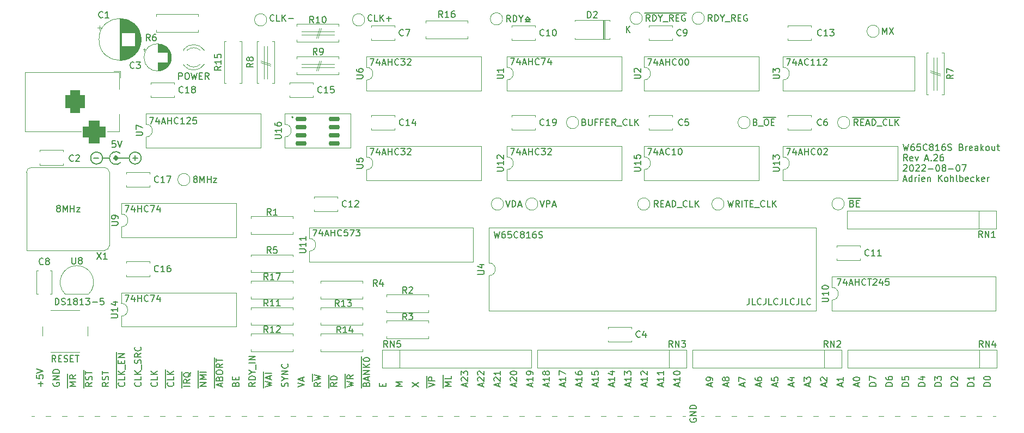
<source format=gto>
G04 #@! TF.GenerationSoftware,KiCad,Pcbnew,(6.0.7-1)-1*
G04 #@! TF.CreationDate,2022-08-14T21:18:01+02:00*
G04 #@! TF.ProjectId,breakout,62726561-6b6f-4757-942e-6b696361645f,A.26*
G04 #@! TF.SameCoordinates,Original*
G04 #@! TF.FileFunction,Legend,Top*
G04 #@! TF.FilePolarity,Positive*
%FSLAX46Y46*%
G04 Gerber Fmt 4.6, Leading zero omitted, Abs format (unit mm)*
G04 Created by KiCad (PCBNEW (6.0.7-1)-1) date 2022-08-14 21:18:01*
%MOMM*%
%LPD*%
G01*
G04 APERTURE LIST*
G04 Aperture macros list*
%AMRoundRect*
0 Rectangle with rounded corners*
0 $1 Rounding radius*
0 $2 $3 $4 $5 $6 $7 $8 $9 X,Y pos of 4 corners*
0 Add a 4 corners polygon primitive as box body*
4,1,4,$2,$3,$4,$5,$6,$7,$8,$9,$2,$3,0*
0 Add four circle primitives for the rounded corners*
1,1,$1+$1,$2,$3*
1,1,$1+$1,$4,$5*
1,1,$1+$1,$6,$7*
1,1,$1+$1,$8,$9*
0 Add four rect primitives between the rounded corners*
20,1,$1+$1,$2,$3,$4,$5,0*
20,1,$1+$1,$4,$5,$6,$7,0*
20,1,$1+$1,$6,$7,$8,$9,0*
20,1,$1+$1,$8,$9,$2,$3,0*%
G04 Aperture macros list end*
%ADD10C,0.120000*%
%ADD11C,0.150000*%
%ADD12C,0.500000*%
%ADD13C,0.187000*%
%ADD14C,1.600000*%
%ADD15O,1.600000X1.600000*%
%ADD16C,1.500000*%
%ADD17R,1.600000X1.600000*%
%ADD18R,2.200000X2.200000*%
%ADD19O,2.200000X2.200000*%
%ADD20C,2.000000*%
%ADD21R,1.050000X1.500000*%
%ADD22O,1.050000X1.500000*%
%ADD23R,1.800000X1.800000*%
%ADD24C,1.800000*%
%ADD25C,6.400000*%
%ADD26R,3.500000X3.500000*%
%ADD27RoundRect,0.750000X-0.750000X-1.000000X0.750000X-1.000000X0.750000X1.000000X-0.750000X1.000000X0*%
%ADD28RoundRect,0.875000X-0.875000X-0.875000X0.875000X-0.875000X0.875000X0.875000X-0.875000X0.875000X0*%
%ADD29RoundRect,0.150000X-0.725000X-0.150000X0.725000X-0.150000X0.725000X0.150000X-0.725000X0.150000X0*%
%ADD30R,1.200000X1.200000*%
%ADD31C,1.200000*%
%ADD32R,1.700000X1.700000*%
%ADD33O,1.700000X1.700000*%
G04 APERTURE END LIST*
D10*
X128270000Y-129540000D02*
X26610000Y-129570000D01*
X176590000Y-129540000D02*
X130750000Y-129570000D01*
D11*
X42339047Y-89352428D02*
X43100952Y-89352428D01*
X42720000Y-89733380D02*
X42720000Y-88971476D01*
X29980000Y-124372595D02*
X29932380Y-124467833D01*
X29932380Y-124610690D01*
X29980000Y-124753547D01*
X30075238Y-124848785D01*
X30170476Y-124896404D01*
X30360952Y-124944023D01*
X30503809Y-124944023D01*
X30694285Y-124896404D01*
X30789523Y-124848785D01*
X30884761Y-124753547D01*
X30932380Y-124610690D01*
X30932380Y-124515452D01*
X30884761Y-124372595D01*
X30837142Y-124324976D01*
X30503809Y-124324976D01*
X30503809Y-124515452D01*
X30932380Y-123896404D02*
X29932380Y-123896404D01*
X30932380Y-123324976D01*
X29932380Y-123324976D01*
X30932380Y-122848785D02*
X29932380Y-122848785D01*
X29932380Y-122610690D01*
X29980000Y-122467833D01*
X30075238Y-122372595D01*
X30170476Y-122324976D01*
X30360952Y-122277357D01*
X30503809Y-122277357D01*
X30694285Y-122324976D01*
X30789523Y-122372595D01*
X30884761Y-122467833D01*
X30932380Y-122610690D01*
X30932380Y-122848785D01*
X55050000Y-125134500D02*
X55050000Y-124277357D01*
X56046666Y-124944023D02*
X56046666Y-124467833D01*
X56332380Y-125039261D02*
X55332380Y-124705928D01*
X56332380Y-124372595D01*
X55050000Y-124277357D02*
X55050000Y-123277357D01*
X55808571Y-123705928D02*
X55856190Y-123563071D01*
X55903809Y-123515452D01*
X55999047Y-123467833D01*
X56141904Y-123467833D01*
X56237142Y-123515452D01*
X56284761Y-123563071D01*
X56332380Y-123658309D01*
X56332380Y-124039261D01*
X55332380Y-124039261D01*
X55332380Y-123705928D01*
X55380000Y-123610690D01*
X55427619Y-123563071D01*
X55522857Y-123515452D01*
X55618095Y-123515452D01*
X55713333Y-123563071D01*
X55760952Y-123610690D01*
X55808571Y-123705928D01*
X55808571Y-124039261D01*
X55050000Y-123277357D02*
X55050000Y-122229738D01*
X55332380Y-122848785D02*
X55332380Y-122658309D01*
X55380000Y-122563071D01*
X55475238Y-122467833D01*
X55665714Y-122420214D01*
X55999047Y-122420214D01*
X56189523Y-122467833D01*
X56284761Y-122563071D01*
X56332380Y-122658309D01*
X56332380Y-122848785D01*
X56284761Y-122944023D01*
X56189523Y-123039261D01*
X55999047Y-123086880D01*
X55665714Y-123086880D01*
X55475238Y-123039261D01*
X55380000Y-122944023D01*
X55332380Y-122848785D01*
X55050000Y-122229738D02*
X55050000Y-121229738D01*
X56332380Y-121420214D02*
X55856190Y-121753547D01*
X56332380Y-121991642D02*
X55332380Y-121991642D01*
X55332380Y-121610690D01*
X55380000Y-121515452D01*
X55427619Y-121467833D01*
X55522857Y-121420214D01*
X55665714Y-121420214D01*
X55760952Y-121467833D01*
X55808571Y-121515452D01*
X55856190Y-121610690D01*
X55856190Y-121991642D01*
X55050000Y-121229738D02*
X55050000Y-120467833D01*
X55332380Y-121134500D02*
X55332380Y-120563071D01*
X56332380Y-120848785D02*
X55332380Y-120848785D01*
X173172380Y-124886404D02*
X172172380Y-124886404D01*
X172172380Y-124648309D01*
X172220000Y-124505452D01*
X172315238Y-124410214D01*
X172410476Y-124362595D01*
X172600952Y-124314976D01*
X172743809Y-124314976D01*
X172934285Y-124362595D01*
X173029523Y-124410214D01*
X173124761Y-124505452D01*
X173172380Y-124648309D01*
X173172380Y-124886404D01*
X173172380Y-123362595D02*
X173172380Y-123934023D01*
X173172380Y-123648309D02*
X172172380Y-123648309D01*
X172315238Y-123743547D01*
X172410476Y-123838785D01*
X172458095Y-123934023D01*
X106846666Y-124944023D02*
X106846666Y-124467833D01*
X107132380Y-125039261D02*
X106132380Y-124705928D01*
X107132380Y-124372595D01*
X107132380Y-123515452D02*
X107132380Y-124086880D01*
X107132380Y-123801166D02*
X106132380Y-123801166D01*
X106275238Y-123896404D01*
X106370476Y-123991642D01*
X106418095Y-124086880D01*
X106560952Y-122944023D02*
X106513333Y-123039261D01*
X106465714Y-123086880D01*
X106370476Y-123134500D01*
X106322857Y-123134500D01*
X106227619Y-123086880D01*
X106180000Y-123039261D01*
X106132380Y-122944023D01*
X106132380Y-122753547D01*
X106180000Y-122658309D01*
X106227619Y-122610690D01*
X106322857Y-122563071D01*
X106370476Y-122563071D01*
X106465714Y-122610690D01*
X106513333Y-122658309D01*
X106560952Y-122753547D01*
X106560952Y-122944023D01*
X106608571Y-123039261D01*
X106656190Y-123086880D01*
X106751428Y-123134500D01*
X106941904Y-123134500D01*
X107037142Y-123086880D01*
X107084761Y-123039261D01*
X107132380Y-122944023D01*
X107132380Y-122753547D01*
X107084761Y-122658309D01*
X107037142Y-122610690D01*
X106941904Y-122563071D01*
X106751428Y-122563071D01*
X106656190Y-122610690D01*
X106608571Y-122658309D01*
X106560952Y-122753547D01*
X47430000Y-125134500D02*
X47430000Y-124134500D01*
X48617142Y-124324976D02*
X48664761Y-124372595D01*
X48712380Y-124515452D01*
X48712380Y-124610690D01*
X48664761Y-124753547D01*
X48569523Y-124848785D01*
X48474285Y-124896404D01*
X48283809Y-124944023D01*
X48140952Y-124944023D01*
X47950476Y-124896404D01*
X47855238Y-124848785D01*
X47760000Y-124753547D01*
X47712380Y-124610690D01*
X47712380Y-124515452D01*
X47760000Y-124372595D01*
X47807619Y-124324976D01*
X47430000Y-124134500D02*
X47430000Y-123324976D01*
X48712380Y-123420214D02*
X48712380Y-123896404D01*
X47712380Y-123896404D01*
X47430000Y-123324976D02*
X47430000Y-122324976D01*
X48712380Y-123086880D02*
X47712380Y-123086880D01*
X48712380Y-122515452D02*
X48140952Y-122944023D01*
X47712380Y-122515452D02*
X48283809Y-123086880D01*
X122414357Y-87844380D02*
X123081023Y-87844380D01*
X122652452Y-88844380D01*
X123890547Y-88177714D02*
X123890547Y-88844380D01*
X123652452Y-87796761D02*
X123414357Y-88511047D01*
X124033404Y-88511047D01*
X124366738Y-88558666D02*
X124842928Y-88558666D01*
X124271500Y-88844380D02*
X124604833Y-87844380D01*
X124938166Y-88844380D01*
X125842928Y-88749142D02*
X125795309Y-88796761D01*
X125652452Y-88844380D01*
X125557214Y-88844380D01*
X125414357Y-88796761D01*
X125319119Y-88701523D01*
X125271500Y-88606285D01*
X125223880Y-88415809D01*
X125223880Y-88272952D01*
X125271500Y-88082476D01*
X125319119Y-87987238D01*
X125414357Y-87892000D01*
X125557214Y-87844380D01*
X125652452Y-87844380D01*
X125795309Y-87892000D01*
X125842928Y-87939619D01*
X126795309Y-88844380D02*
X126223880Y-88844380D01*
X126509595Y-88844380D02*
X126509595Y-87844380D01*
X126414357Y-87987238D01*
X126319119Y-88082476D01*
X126223880Y-88130095D01*
X127414357Y-87844380D02*
X127509595Y-87844380D01*
X127604833Y-87892000D01*
X127652452Y-87939619D01*
X127700071Y-88034857D01*
X127747690Y-88225333D01*
X127747690Y-88463428D01*
X127700071Y-88653904D01*
X127652452Y-88749142D01*
X127604833Y-88796761D01*
X127509595Y-88844380D01*
X127414357Y-88844380D01*
X127319119Y-88796761D01*
X127271500Y-88749142D01*
X127223880Y-88653904D01*
X127176261Y-88463428D01*
X127176261Y-88225333D01*
X127223880Y-88034857D01*
X127271500Y-87939619D01*
X127319119Y-87892000D01*
X127414357Y-87844380D01*
X104306666Y-124944023D02*
X104306666Y-124467833D01*
X104592380Y-125039261D02*
X103592380Y-124705928D01*
X104592380Y-124372595D01*
X104592380Y-123515452D02*
X104592380Y-124086880D01*
X104592380Y-123801166D02*
X103592380Y-123801166D01*
X103735238Y-123896404D01*
X103830476Y-123991642D01*
X103878095Y-124086880D01*
X104592380Y-123039261D02*
X104592380Y-122848785D01*
X104544761Y-122753547D01*
X104497142Y-122705928D01*
X104354285Y-122610690D01*
X104163809Y-122563071D01*
X103782857Y-122563071D01*
X103687619Y-122610690D01*
X103640000Y-122658309D01*
X103592380Y-122753547D01*
X103592380Y-122944023D01*
X103640000Y-123039261D01*
X103687619Y-123086880D01*
X103782857Y-123134500D01*
X104020952Y-123134500D01*
X104116190Y-123086880D01*
X104163809Y-123039261D01*
X104211428Y-122944023D01*
X104211428Y-122753547D01*
X104163809Y-122658309D01*
X104116190Y-122610690D01*
X104020952Y-122563071D01*
X46077142Y-124324976D02*
X46124761Y-124372595D01*
X46172380Y-124515452D01*
X46172380Y-124610690D01*
X46124761Y-124753547D01*
X46029523Y-124848785D01*
X45934285Y-124896404D01*
X45743809Y-124944023D01*
X45600952Y-124944023D01*
X45410476Y-124896404D01*
X45315238Y-124848785D01*
X45220000Y-124753547D01*
X45172380Y-124610690D01*
X45172380Y-124515452D01*
X45220000Y-124372595D01*
X45267619Y-124324976D01*
X46172380Y-123420214D02*
X46172380Y-123896404D01*
X45172380Y-123896404D01*
X46172380Y-123086880D02*
X45172380Y-123086880D01*
X46172380Y-122515452D02*
X45600952Y-122944023D01*
X45172380Y-122515452D02*
X45743809Y-123086880D01*
X157932380Y-124886404D02*
X156932380Y-124886404D01*
X156932380Y-124648309D01*
X156980000Y-124505452D01*
X157075238Y-124410214D01*
X157170476Y-124362595D01*
X157360952Y-124314976D01*
X157503809Y-124314976D01*
X157694285Y-124362595D01*
X157789523Y-124410214D01*
X157884761Y-124505452D01*
X157932380Y-124648309D01*
X157932380Y-124886404D01*
X156932380Y-123981642D02*
X156932380Y-123314976D01*
X157932380Y-123743547D01*
X144004357Y-87844380D02*
X144671023Y-87844380D01*
X144242452Y-88844380D01*
X145480547Y-88177714D02*
X145480547Y-88844380D01*
X145242452Y-87796761D02*
X145004357Y-88511047D01*
X145623404Y-88511047D01*
X145956738Y-88558666D02*
X146432928Y-88558666D01*
X145861500Y-88844380D02*
X146194833Y-87844380D01*
X146528166Y-88844380D01*
X146861500Y-88844380D02*
X146861500Y-87844380D01*
X146861500Y-88320571D02*
X147432928Y-88320571D01*
X147432928Y-88844380D02*
X147432928Y-87844380D01*
X148480547Y-88749142D02*
X148432928Y-88796761D01*
X148290071Y-88844380D01*
X148194833Y-88844380D01*
X148051976Y-88796761D01*
X147956738Y-88701523D01*
X147909119Y-88606285D01*
X147861500Y-88415809D01*
X147861500Y-88272952D01*
X147909119Y-88082476D01*
X147956738Y-87987238D01*
X148051976Y-87892000D01*
X148194833Y-87844380D01*
X148290071Y-87844380D01*
X148432928Y-87892000D01*
X148480547Y-87939619D01*
X149099595Y-87844380D02*
X149194833Y-87844380D01*
X149290071Y-87892000D01*
X149337690Y-87939619D01*
X149385309Y-88034857D01*
X149432928Y-88225333D01*
X149432928Y-88463428D01*
X149385309Y-88653904D01*
X149337690Y-88749142D01*
X149290071Y-88796761D01*
X149194833Y-88844380D01*
X149099595Y-88844380D01*
X149004357Y-88796761D01*
X148956738Y-88749142D01*
X148909119Y-88653904D01*
X148861500Y-88463428D01*
X148861500Y-88225333D01*
X148909119Y-88034857D01*
X148956738Y-87939619D01*
X149004357Y-87892000D01*
X149099595Y-87844380D01*
X149813880Y-87939619D02*
X149861500Y-87892000D01*
X149956738Y-87844380D01*
X150194833Y-87844380D01*
X150290071Y-87892000D01*
X150337690Y-87939619D01*
X150385309Y-88034857D01*
X150385309Y-88130095D01*
X150337690Y-88272952D01*
X149766261Y-88844380D01*
X150385309Y-88844380D01*
X127166666Y-124934023D02*
X127166666Y-124457833D01*
X127452380Y-125029261D02*
X126452380Y-124695928D01*
X127452380Y-124362595D01*
X127452380Y-123505452D02*
X127452380Y-124076880D01*
X127452380Y-123791166D02*
X126452380Y-123791166D01*
X126595238Y-123886404D01*
X126690476Y-123981642D01*
X126738095Y-124076880D01*
X126452380Y-122886404D02*
X126452380Y-122791166D01*
X126500000Y-122695928D01*
X126547619Y-122648309D01*
X126642857Y-122600690D01*
X126833333Y-122553071D01*
X127071428Y-122553071D01*
X127261904Y-122600690D01*
X127357142Y-122648309D01*
X127404761Y-122695928D01*
X127452380Y-122791166D01*
X127452380Y-122886404D01*
X127404761Y-122981642D01*
X127357142Y-123029261D01*
X127261904Y-123076880D01*
X127071428Y-123124500D01*
X126833333Y-123124500D01*
X126642857Y-123076880D01*
X126547619Y-123029261D01*
X126500000Y-122981642D01*
X126452380Y-122886404D01*
X49970000Y-125134500D02*
X49970000Y-124658309D01*
X51252380Y-124896404D02*
X50252380Y-124896404D01*
X49970000Y-124658309D02*
X49970000Y-123658309D01*
X51252380Y-123848785D02*
X50776190Y-124182119D01*
X51252380Y-124420214D02*
X50252380Y-124420214D01*
X50252380Y-124039261D01*
X50300000Y-123944023D01*
X50347619Y-123896404D01*
X50442857Y-123848785D01*
X50585714Y-123848785D01*
X50680952Y-123896404D01*
X50728571Y-123944023D01*
X50776190Y-124039261D01*
X50776190Y-124420214D01*
X49970000Y-123658309D02*
X49970000Y-122610690D01*
X51347619Y-122753547D02*
X51300000Y-122848785D01*
X51204761Y-122944023D01*
X51061904Y-123086880D01*
X51014285Y-123182119D01*
X51014285Y-123277357D01*
X51252380Y-123229738D02*
X51204761Y-123324976D01*
X51109523Y-123420214D01*
X50919047Y-123467833D01*
X50585714Y-123467833D01*
X50395238Y-123420214D01*
X50300000Y-123324976D01*
X50252380Y-123229738D01*
X50252380Y-123039261D01*
X50300000Y-122944023D01*
X50395238Y-122848785D01*
X50585714Y-122801166D01*
X50919047Y-122801166D01*
X51109523Y-122848785D01*
X51204761Y-122944023D01*
X51252380Y-123039261D01*
X51252380Y-123229738D01*
X79234357Y-73874380D02*
X79901023Y-73874380D01*
X79472452Y-74874380D01*
X80710547Y-74207714D02*
X80710547Y-74874380D01*
X80472452Y-73826761D02*
X80234357Y-74541047D01*
X80853404Y-74541047D01*
X81186738Y-74588666D02*
X81662928Y-74588666D01*
X81091500Y-74874380D02*
X81424833Y-73874380D01*
X81758166Y-74874380D01*
X82091500Y-74874380D02*
X82091500Y-73874380D01*
X82091500Y-74350571D02*
X82662928Y-74350571D01*
X82662928Y-74874380D02*
X82662928Y-73874380D01*
X83710547Y-74779142D02*
X83662928Y-74826761D01*
X83520071Y-74874380D01*
X83424833Y-74874380D01*
X83281976Y-74826761D01*
X83186738Y-74731523D01*
X83139119Y-74636285D01*
X83091500Y-74445809D01*
X83091500Y-74302952D01*
X83139119Y-74112476D01*
X83186738Y-74017238D01*
X83281976Y-73922000D01*
X83424833Y-73874380D01*
X83520071Y-73874380D01*
X83662928Y-73922000D01*
X83710547Y-73969619D01*
X84043880Y-73874380D02*
X84662928Y-73874380D01*
X84329595Y-74255333D01*
X84472452Y-74255333D01*
X84567690Y-74302952D01*
X84615309Y-74350571D01*
X84662928Y-74445809D01*
X84662928Y-74683904D01*
X84615309Y-74779142D01*
X84567690Y-74826761D01*
X84472452Y-74874380D01*
X84186738Y-74874380D01*
X84091500Y-74826761D01*
X84043880Y-74779142D01*
X85043880Y-73969619D02*
X85091500Y-73922000D01*
X85186738Y-73874380D01*
X85424833Y-73874380D01*
X85520071Y-73922000D01*
X85567690Y-73969619D01*
X85615309Y-74064857D01*
X85615309Y-74160095D01*
X85567690Y-74302952D01*
X84996261Y-74874380D01*
X85615309Y-74874380D01*
X134786666Y-124934023D02*
X134786666Y-124457833D01*
X135072380Y-125029261D02*
X134072380Y-124695928D01*
X135072380Y-124362595D01*
X134500952Y-123886404D02*
X134453333Y-123981642D01*
X134405714Y-124029261D01*
X134310476Y-124076880D01*
X134262857Y-124076880D01*
X134167619Y-124029261D01*
X134120000Y-123981642D01*
X134072380Y-123886404D01*
X134072380Y-123695928D01*
X134120000Y-123600690D01*
X134167619Y-123553071D01*
X134262857Y-123505452D01*
X134310476Y-123505452D01*
X134405714Y-123553071D01*
X134453333Y-123600690D01*
X134500952Y-123695928D01*
X134500952Y-123886404D01*
X134548571Y-123981642D01*
X134596190Y-124029261D01*
X134691428Y-124076880D01*
X134881904Y-124076880D01*
X134977142Y-124029261D01*
X135024761Y-123981642D01*
X135072380Y-123886404D01*
X135072380Y-123695928D01*
X135024761Y-123600690D01*
X134977142Y-123553071D01*
X134881904Y-123505452D01*
X134691428Y-123505452D01*
X134596190Y-123553071D01*
X134548571Y-123600690D01*
X134500952Y-123695928D01*
X122086666Y-124934023D02*
X122086666Y-124457833D01*
X122372380Y-125029261D02*
X121372380Y-124695928D01*
X122372380Y-124362595D01*
X122372380Y-123505452D02*
X122372380Y-124076880D01*
X122372380Y-123791166D02*
X121372380Y-123791166D01*
X121515238Y-123886404D01*
X121610476Y-123981642D01*
X121658095Y-124076880D01*
X121467619Y-123124500D02*
X121420000Y-123076880D01*
X121372380Y-122981642D01*
X121372380Y-122743547D01*
X121420000Y-122648309D01*
X121467619Y-122600690D01*
X121562857Y-122553071D01*
X121658095Y-122553071D01*
X121800952Y-122600690D01*
X122372380Y-123172119D01*
X122372380Y-122553071D01*
X34730000Y-125134500D02*
X34730000Y-124134500D01*
X36012380Y-124324976D02*
X35536190Y-124658309D01*
X36012380Y-124896404D02*
X35012380Y-124896404D01*
X35012380Y-124515452D01*
X35060000Y-124420214D01*
X35107619Y-124372595D01*
X35202857Y-124324976D01*
X35345714Y-124324976D01*
X35440952Y-124372595D01*
X35488571Y-124420214D01*
X35536190Y-124515452D01*
X35536190Y-124896404D01*
X34730000Y-124134500D02*
X34730000Y-123182119D01*
X35964761Y-123944023D02*
X36012380Y-123801166D01*
X36012380Y-123563071D01*
X35964761Y-123467833D01*
X35917142Y-123420214D01*
X35821904Y-123372595D01*
X35726666Y-123372595D01*
X35631428Y-123420214D01*
X35583809Y-123467833D01*
X35536190Y-123563071D01*
X35488571Y-123753547D01*
X35440952Y-123848785D01*
X35393333Y-123896404D01*
X35298095Y-123944023D01*
X35202857Y-123944023D01*
X35107619Y-123896404D01*
X35060000Y-123848785D01*
X35012380Y-123753547D01*
X35012380Y-123515452D01*
X35060000Y-123372595D01*
X34730000Y-123182119D02*
X34730000Y-122420214D01*
X35012380Y-123086880D02*
X35012380Y-122515452D01*
X36012380Y-122801166D02*
X35012380Y-122801166D01*
X39642785Y-86678380D02*
X39166595Y-86678380D01*
X39118976Y-87154571D01*
X39166595Y-87106952D01*
X39261833Y-87059333D01*
X39499928Y-87059333D01*
X39595166Y-87106952D01*
X39642785Y-87154571D01*
X39690404Y-87249809D01*
X39690404Y-87487904D01*
X39642785Y-87583142D01*
X39595166Y-87630761D01*
X39499928Y-87678380D01*
X39261833Y-87678380D01*
X39166595Y-87630761D01*
X39118976Y-87583142D01*
X39976119Y-86678380D02*
X40309452Y-87678380D01*
X40642785Y-86678380D01*
X61412380Y-124324976D02*
X60936190Y-124658309D01*
X61412380Y-124896404D02*
X60412380Y-124896404D01*
X60412380Y-124515452D01*
X60460000Y-124420214D01*
X60507619Y-124372595D01*
X60602857Y-124324976D01*
X60745714Y-124324976D01*
X60840952Y-124372595D01*
X60888571Y-124420214D01*
X60936190Y-124515452D01*
X60936190Y-124896404D01*
X61412380Y-123896404D02*
X60412380Y-123896404D01*
X60412380Y-123658309D01*
X60460000Y-123515452D01*
X60555238Y-123420214D01*
X60650476Y-123372595D01*
X60840952Y-123324976D01*
X60983809Y-123324976D01*
X61174285Y-123372595D01*
X61269523Y-123420214D01*
X61364761Y-123515452D01*
X61412380Y-123658309D01*
X61412380Y-123896404D01*
X60936190Y-122705928D02*
X61412380Y-122705928D01*
X60412380Y-123039261D02*
X60936190Y-122705928D01*
X60412380Y-122372595D01*
X61507619Y-122277357D02*
X61507619Y-121515452D01*
X61412380Y-121277357D02*
X60412380Y-121277357D01*
X61412380Y-120801166D02*
X60412380Y-120801166D01*
X61412380Y-120229738D01*
X60412380Y-120229738D01*
X79234357Y-87844380D02*
X79901023Y-87844380D01*
X79472452Y-88844380D01*
X80710547Y-88177714D02*
X80710547Y-88844380D01*
X80472452Y-87796761D02*
X80234357Y-88511047D01*
X80853404Y-88511047D01*
X81186738Y-88558666D02*
X81662928Y-88558666D01*
X81091500Y-88844380D02*
X81424833Y-87844380D01*
X81758166Y-88844380D01*
X82091500Y-88844380D02*
X82091500Y-87844380D01*
X82091500Y-88320571D02*
X82662928Y-88320571D01*
X82662928Y-88844380D02*
X82662928Y-87844380D01*
X83710547Y-88749142D02*
X83662928Y-88796761D01*
X83520071Y-88844380D01*
X83424833Y-88844380D01*
X83281976Y-88796761D01*
X83186738Y-88701523D01*
X83139119Y-88606285D01*
X83091500Y-88415809D01*
X83091500Y-88272952D01*
X83139119Y-88082476D01*
X83186738Y-87987238D01*
X83281976Y-87892000D01*
X83424833Y-87844380D01*
X83520071Y-87844380D01*
X83662928Y-87892000D01*
X83710547Y-87939619D01*
X84043880Y-87844380D02*
X84662928Y-87844380D01*
X84329595Y-88225333D01*
X84472452Y-88225333D01*
X84567690Y-88272952D01*
X84615309Y-88320571D01*
X84662928Y-88415809D01*
X84662928Y-88653904D01*
X84615309Y-88749142D01*
X84567690Y-88796761D01*
X84472452Y-88844380D01*
X84186738Y-88844380D01*
X84091500Y-88796761D01*
X84043880Y-88749142D01*
X85043880Y-87939619D02*
X85091500Y-87892000D01*
X85186738Y-87844380D01*
X85424833Y-87844380D01*
X85520071Y-87892000D01*
X85567690Y-87939619D01*
X85615309Y-88034857D01*
X85615309Y-88130095D01*
X85567690Y-88272952D01*
X84996261Y-88844380D01*
X85615309Y-88844380D01*
X151878357Y-108164380D02*
X152545023Y-108164380D01*
X152116452Y-109164380D01*
X153354547Y-108497714D02*
X153354547Y-109164380D01*
X153116452Y-108116761D02*
X152878357Y-108831047D01*
X153497404Y-108831047D01*
X153830738Y-108878666D02*
X154306928Y-108878666D01*
X153735500Y-109164380D02*
X154068833Y-108164380D01*
X154402166Y-109164380D01*
X154735500Y-109164380D02*
X154735500Y-108164380D01*
X154735500Y-108640571D02*
X155306928Y-108640571D01*
X155306928Y-109164380D02*
X155306928Y-108164380D01*
X156354547Y-109069142D02*
X156306928Y-109116761D01*
X156164071Y-109164380D01*
X156068833Y-109164380D01*
X155925976Y-109116761D01*
X155830738Y-109021523D01*
X155783119Y-108926285D01*
X155735500Y-108735809D01*
X155735500Y-108592952D01*
X155783119Y-108402476D01*
X155830738Y-108307238D01*
X155925976Y-108212000D01*
X156068833Y-108164380D01*
X156164071Y-108164380D01*
X156306928Y-108212000D01*
X156354547Y-108259619D01*
X156640261Y-108164380D02*
X157211690Y-108164380D01*
X156925976Y-109164380D02*
X156925976Y-108164380D01*
X157497404Y-108259619D02*
X157545023Y-108212000D01*
X157640261Y-108164380D01*
X157878357Y-108164380D01*
X157973595Y-108212000D01*
X158021214Y-108259619D01*
X158068833Y-108354857D01*
X158068833Y-108450095D01*
X158021214Y-108592952D01*
X157449785Y-109164380D01*
X158068833Y-109164380D01*
X158925976Y-108497714D02*
X158925976Y-109164380D01*
X158687880Y-108116761D02*
X158449785Y-108831047D01*
X159068833Y-108831047D01*
X159925976Y-108164380D02*
X159449785Y-108164380D01*
X159402166Y-108640571D01*
X159449785Y-108592952D01*
X159545023Y-108545333D01*
X159783119Y-108545333D01*
X159878357Y-108592952D01*
X159925976Y-108640571D01*
X159973595Y-108735809D01*
X159973595Y-108973904D01*
X159925976Y-109069142D01*
X159878357Y-109116761D01*
X159783119Y-109164380D01*
X159545023Y-109164380D01*
X159449785Y-109116761D01*
X159402166Y-109069142D01*
X44944357Y-83018380D02*
X45611023Y-83018380D01*
X45182452Y-84018380D01*
X46420547Y-83351714D02*
X46420547Y-84018380D01*
X46182452Y-82970761D02*
X45944357Y-83685047D01*
X46563404Y-83685047D01*
X46896738Y-83732666D02*
X47372928Y-83732666D01*
X46801500Y-84018380D02*
X47134833Y-83018380D01*
X47468166Y-84018380D01*
X47801500Y-84018380D02*
X47801500Y-83018380D01*
X47801500Y-83494571D02*
X48372928Y-83494571D01*
X48372928Y-84018380D02*
X48372928Y-83018380D01*
X49420547Y-83923142D02*
X49372928Y-83970761D01*
X49230071Y-84018380D01*
X49134833Y-84018380D01*
X48991976Y-83970761D01*
X48896738Y-83875523D01*
X48849119Y-83780285D01*
X48801500Y-83589809D01*
X48801500Y-83446952D01*
X48849119Y-83256476D01*
X48896738Y-83161238D01*
X48991976Y-83066000D01*
X49134833Y-83018380D01*
X49230071Y-83018380D01*
X49372928Y-83066000D01*
X49420547Y-83113619D01*
X50372928Y-84018380D02*
X49801500Y-84018380D01*
X50087214Y-84018380D02*
X50087214Y-83018380D01*
X49991976Y-83161238D01*
X49896738Y-83256476D01*
X49801500Y-83304095D01*
X50753880Y-83113619D02*
X50801500Y-83066000D01*
X50896738Y-83018380D01*
X51134833Y-83018380D01*
X51230071Y-83066000D01*
X51277690Y-83113619D01*
X51325309Y-83208857D01*
X51325309Y-83304095D01*
X51277690Y-83446952D01*
X50706261Y-84018380D01*
X51325309Y-84018380D01*
X52230071Y-83018380D02*
X51753880Y-83018380D01*
X51706261Y-83494571D01*
X51753880Y-83446952D01*
X51849119Y-83399333D01*
X52087214Y-83399333D01*
X52182452Y-83446952D01*
X52230071Y-83494571D01*
X52277690Y-83589809D01*
X52277690Y-83827904D01*
X52230071Y-83923142D01*
X52182452Y-83970761D01*
X52087214Y-84018380D01*
X51849119Y-84018380D01*
X51753880Y-83970761D01*
X51706261Y-83923142D01*
X96686666Y-124944023D02*
X96686666Y-124467833D01*
X96972380Y-125039261D02*
X95972380Y-124705928D01*
X96972380Y-124372595D01*
X96067619Y-124086880D02*
X96020000Y-124039261D01*
X95972380Y-123944023D01*
X95972380Y-123705928D01*
X96020000Y-123610690D01*
X96067619Y-123563071D01*
X96162857Y-123515452D01*
X96258095Y-123515452D01*
X96400952Y-123563071D01*
X96972380Y-124134500D01*
X96972380Y-123515452D01*
X96067619Y-123134500D02*
X96020000Y-123086880D01*
X95972380Y-122991642D01*
X95972380Y-122753547D01*
X96020000Y-122658309D01*
X96067619Y-122610690D01*
X96162857Y-122563071D01*
X96258095Y-122563071D01*
X96400952Y-122610690D01*
X96972380Y-123182119D01*
X96972380Y-122563071D01*
X62670000Y-125134500D02*
X62670000Y-123991642D01*
X62952380Y-124991642D02*
X63952380Y-124753547D01*
X63238095Y-124563071D01*
X63952380Y-124372595D01*
X62952380Y-124134500D01*
X62670000Y-123991642D02*
X62670000Y-123134500D01*
X63666666Y-123801166D02*
X63666666Y-123324976D01*
X63952380Y-123896404D02*
X62952380Y-123563071D01*
X63952380Y-123229738D01*
X62670000Y-123134500D02*
X62670000Y-122658309D01*
X63952380Y-122896404D02*
X62952380Y-122896404D01*
X99226666Y-124944023D02*
X99226666Y-124467833D01*
X99512380Y-125039261D02*
X98512380Y-124705928D01*
X99512380Y-124372595D01*
X98607619Y-124086880D02*
X98560000Y-124039261D01*
X98512380Y-123944023D01*
X98512380Y-123705928D01*
X98560000Y-123610690D01*
X98607619Y-123563071D01*
X98702857Y-123515452D01*
X98798095Y-123515452D01*
X98940952Y-123563071D01*
X99512380Y-124134500D01*
X99512380Y-123515452D01*
X99512380Y-122563071D02*
X99512380Y-123134500D01*
X99512380Y-122848785D02*
X98512380Y-122848785D01*
X98655238Y-122944023D01*
X98750476Y-123039261D01*
X98798095Y-123134500D01*
X41134357Y-96734380D02*
X41801023Y-96734380D01*
X41372452Y-97734380D01*
X42610547Y-97067714D02*
X42610547Y-97734380D01*
X42372452Y-96686761D02*
X42134357Y-97401047D01*
X42753404Y-97401047D01*
X43134357Y-97734380D02*
X43134357Y-96734380D01*
X43134357Y-97210571D02*
X43705785Y-97210571D01*
X43705785Y-97734380D02*
X43705785Y-96734380D01*
X44753404Y-97639142D02*
X44705785Y-97686761D01*
X44562928Y-97734380D01*
X44467690Y-97734380D01*
X44324833Y-97686761D01*
X44229595Y-97591523D01*
X44181976Y-97496285D01*
X44134357Y-97305809D01*
X44134357Y-97162952D01*
X44181976Y-96972476D01*
X44229595Y-96877238D01*
X44324833Y-96782000D01*
X44467690Y-96734380D01*
X44562928Y-96734380D01*
X44705785Y-96782000D01*
X44753404Y-96829619D01*
X45086738Y-96734380D02*
X45753404Y-96734380D01*
X45324833Y-97734380D01*
X46562928Y-97067714D02*
X46562928Y-97734380D01*
X46324833Y-96686761D02*
X46086738Y-97401047D01*
X46705785Y-97401047D01*
X101078357Y-73817380D02*
X101745023Y-73817380D01*
X101316452Y-74817380D01*
X102554547Y-74150714D02*
X102554547Y-74817380D01*
X102316452Y-73769761D02*
X102078357Y-74484047D01*
X102697404Y-74484047D01*
X103030738Y-74531666D02*
X103506928Y-74531666D01*
X102935500Y-74817380D02*
X103268833Y-73817380D01*
X103602166Y-74817380D01*
X103935500Y-74817380D02*
X103935500Y-73817380D01*
X103935500Y-74293571D02*
X104506928Y-74293571D01*
X104506928Y-74817380D02*
X104506928Y-73817380D01*
X105554547Y-74722142D02*
X105506928Y-74769761D01*
X105364071Y-74817380D01*
X105268833Y-74817380D01*
X105125976Y-74769761D01*
X105030738Y-74674523D01*
X104983119Y-74579285D01*
X104935500Y-74388809D01*
X104935500Y-74245952D01*
X104983119Y-74055476D01*
X105030738Y-73960238D01*
X105125976Y-73865000D01*
X105268833Y-73817380D01*
X105364071Y-73817380D01*
X105506928Y-73865000D01*
X105554547Y-73912619D01*
X105887880Y-73817380D02*
X106554547Y-73817380D01*
X106125976Y-74817380D01*
X107364071Y-74150714D02*
X107364071Y-74817380D01*
X107125976Y-73769761D02*
X106887880Y-74484047D01*
X107506928Y-74484047D01*
X122414357Y-73874380D02*
X123081023Y-73874380D01*
X122652452Y-74874380D01*
X123890547Y-74207714D02*
X123890547Y-74874380D01*
X123652452Y-73826761D02*
X123414357Y-74541047D01*
X124033404Y-74541047D01*
X124366738Y-74588666D02*
X124842928Y-74588666D01*
X124271500Y-74874380D02*
X124604833Y-73874380D01*
X124938166Y-74874380D01*
X125271500Y-74874380D02*
X125271500Y-73874380D01*
X125271500Y-74350571D02*
X125842928Y-74350571D01*
X125842928Y-74874380D02*
X125842928Y-73874380D01*
X126890547Y-74779142D02*
X126842928Y-74826761D01*
X126700071Y-74874380D01*
X126604833Y-74874380D01*
X126461976Y-74826761D01*
X126366738Y-74731523D01*
X126319119Y-74636285D01*
X126271500Y-74445809D01*
X126271500Y-74302952D01*
X126319119Y-74112476D01*
X126366738Y-74017238D01*
X126461976Y-73922000D01*
X126604833Y-73874380D01*
X126700071Y-73874380D01*
X126842928Y-73922000D01*
X126890547Y-73969619D01*
X127509595Y-73874380D02*
X127604833Y-73874380D01*
X127700071Y-73922000D01*
X127747690Y-73969619D01*
X127795309Y-74064857D01*
X127842928Y-74255333D01*
X127842928Y-74493428D01*
X127795309Y-74683904D01*
X127747690Y-74779142D01*
X127700071Y-74826761D01*
X127604833Y-74874380D01*
X127509595Y-74874380D01*
X127414357Y-74826761D01*
X127366738Y-74779142D01*
X127319119Y-74683904D01*
X127271500Y-74493428D01*
X127271500Y-74255333D01*
X127319119Y-74064857D01*
X127366738Y-73969619D01*
X127414357Y-73922000D01*
X127509595Y-73874380D01*
X128461976Y-73874380D02*
X128557214Y-73874380D01*
X128652452Y-73922000D01*
X128700071Y-73969619D01*
X128747690Y-74064857D01*
X128795309Y-74255333D01*
X128795309Y-74493428D01*
X128747690Y-74683904D01*
X128700071Y-74779142D01*
X128652452Y-74826761D01*
X128557214Y-74874380D01*
X128461976Y-74874380D01*
X128366738Y-74826761D01*
X128319119Y-74779142D01*
X128271500Y-74683904D01*
X128223880Y-74493428D01*
X128223880Y-74255333D01*
X128271500Y-74064857D01*
X128319119Y-73969619D01*
X128366738Y-73922000D01*
X128461976Y-73874380D01*
X165552380Y-124886404D02*
X164552380Y-124886404D01*
X164552380Y-124648309D01*
X164600000Y-124505452D01*
X164695238Y-124410214D01*
X164790476Y-124362595D01*
X164980952Y-124314976D01*
X165123809Y-124314976D01*
X165314285Y-124362595D01*
X165409523Y-124410214D01*
X165504761Y-124505452D01*
X165552380Y-124648309D01*
X165552380Y-124886404D01*
X164885714Y-123457833D02*
X165552380Y-123457833D01*
X164504761Y-123695928D02*
X165219047Y-123934023D01*
X165219047Y-123314976D01*
X160472380Y-124886404D02*
X159472380Y-124886404D01*
X159472380Y-124648309D01*
X159520000Y-124505452D01*
X159615238Y-124410214D01*
X159710476Y-124362595D01*
X159900952Y-124314976D01*
X160043809Y-124314976D01*
X160234285Y-124362595D01*
X160329523Y-124410214D01*
X160424761Y-124505452D01*
X160472380Y-124648309D01*
X160472380Y-124886404D01*
X159472380Y-123457833D02*
X159472380Y-123648309D01*
X159520000Y-123743547D01*
X159567619Y-123791166D01*
X159710476Y-123886404D01*
X159900952Y-123934023D01*
X160281904Y-123934023D01*
X160377142Y-123886404D01*
X160424761Y-123838785D01*
X160472380Y-123743547D01*
X160472380Y-123553071D01*
X160424761Y-123457833D01*
X160377142Y-123410214D01*
X160281904Y-123362595D01*
X160043809Y-123362595D01*
X159948571Y-123410214D01*
X159900952Y-123457833D01*
X159853333Y-123553071D01*
X159853333Y-123743547D01*
X159900952Y-123838785D01*
X159948571Y-123886404D01*
X160043809Y-123934023D01*
X30307595Y-112212380D02*
X30307595Y-111212380D01*
X30545690Y-111212380D01*
X30688547Y-111260000D01*
X30783785Y-111355238D01*
X30831404Y-111450476D01*
X30879023Y-111640952D01*
X30879023Y-111783809D01*
X30831404Y-111974285D01*
X30783785Y-112069523D01*
X30688547Y-112164761D01*
X30545690Y-112212380D01*
X30307595Y-112212380D01*
X31259976Y-112164761D02*
X31402833Y-112212380D01*
X31640928Y-112212380D01*
X31736166Y-112164761D01*
X31783785Y-112117142D01*
X31831404Y-112021904D01*
X31831404Y-111926666D01*
X31783785Y-111831428D01*
X31736166Y-111783809D01*
X31640928Y-111736190D01*
X31450452Y-111688571D01*
X31355214Y-111640952D01*
X31307595Y-111593333D01*
X31259976Y-111498095D01*
X31259976Y-111402857D01*
X31307595Y-111307619D01*
X31355214Y-111260000D01*
X31450452Y-111212380D01*
X31688547Y-111212380D01*
X31831404Y-111260000D01*
X32783785Y-112212380D02*
X32212357Y-112212380D01*
X32498071Y-112212380D02*
X32498071Y-111212380D01*
X32402833Y-111355238D01*
X32307595Y-111450476D01*
X32212357Y-111498095D01*
X33355214Y-111640952D02*
X33259976Y-111593333D01*
X33212357Y-111545714D01*
X33164738Y-111450476D01*
X33164738Y-111402857D01*
X33212357Y-111307619D01*
X33259976Y-111260000D01*
X33355214Y-111212380D01*
X33545690Y-111212380D01*
X33640928Y-111260000D01*
X33688547Y-111307619D01*
X33736166Y-111402857D01*
X33736166Y-111450476D01*
X33688547Y-111545714D01*
X33640928Y-111593333D01*
X33545690Y-111640952D01*
X33355214Y-111640952D01*
X33259976Y-111688571D01*
X33212357Y-111736190D01*
X33164738Y-111831428D01*
X33164738Y-112021904D01*
X33212357Y-112117142D01*
X33259976Y-112164761D01*
X33355214Y-112212380D01*
X33545690Y-112212380D01*
X33640928Y-112164761D01*
X33688547Y-112117142D01*
X33736166Y-112021904D01*
X33736166Y-111831428D01*
X33688547Y-111736190D01*
X33640928Y-111688571D01*
X33545690Y-111640952D01*
X34688547Y-112212380D02*
X34117119Y-112212380D01*
X34402833Y-112212380D02*
X34402833Y-111212380D01*
X34307595Y-111355238D01*
X34212357Y-111450476D01*
X34117119Y-111498095D01*
X35021880Y-111212380D02*
X35640928Y-111212380D01*
X35307595Y-111593333D01*
X35450452Y-111593333D01*
X35545690Y-111640952D01*
X35593309Y-111688571D01*
X35640928Y-111783809D01*
X35640928Y-112021904D01*
X35593309Y-112117142D01*
X35545690Y-112164761D01*
X35450452Y-112212380D01*
X35164738Y-112212380D01*
X35069500Y-112164761D01*
X35021880Y-112117142D01*
X36069500Y-111831428D02*
X36831404Y-111831428D01*
X37783785Y-111212380D02*
X37307595Y-111212380D01*
X37259976Y-111688571D01*
X37307595Y-111640952D01*
X37402833Y-111593333D01*
X37640928Y-111593333D01*
X37736166Y-111640952D01*
X37783785Y-111688571D01*
X37831404Y-111783809D01*
X37831404Y-112021904D01*
X37783785Y-112117142D01*
X37736166Y-112164761D01*
X37640928Y-112212380D01*
X37402833Y-112212380D01*
X37307595Y-112164761D01*
X37259976Y-112117142D01*
X36291047Y-89352428D02*
X37052952Y-89352428D01*
X109386666Y-124934023D02*
X109386666Y-124457833D01*
X109672380Y-125029261D02*
X108672380Y-124695928D01*
X109672380Y-124362595D01*
X109672380Y-123505452D02*
X109672380Y-124076880D01*
X109672380Y-123791166D02*
X108672380Y-123791166D01*
X108815238Y-123886404D01*
X108910476Y-123981642D01*
X108958095Y-124076880D01*
X108672380Y-123172119D02*
X108672380Y-122505452D01*
X109672380Y-122934023D01*
X139866666Y-124934023D02*
X139866666Y-124457833D01*
X140152380Y-125029261D02*
X139152380Y-124695928D01*
X140152380Y-124362595D01*
X139152380Y-123600690D02*
X139152380Y-123791166D01*
X139200000Y-123886404D01*
X139247619Y-123934023D01*
X139390476Y-124029261D01*
X139580952Y-124076880D01*
X139961904Y-124076880D01*
X140057142Y-124029261D01*
X140104761Y-123981642D01*
X140152380Y-123886404D01*
X140152380Y-123695928D01*
X140104761Y-123600690D01*
X140057142Y-123553071D01*
X139961904Y-123505452D01*
X139723809Y-123505452D01*
X139628571Y-123553071D01*
X139580952Y-123600690D01*
X139533333Y-123695928D01*
X139533333Y-123886404D01*
X139580952Y-123981642D01*
X139628571Y-124029261D01*
X139723809Y-124076880D01*
X41134357Y-110704380D02*
X41801023Y-110704380D01*
X41372452Y-111704380D01*
X42610547Y-111037714D02*
X42610547Y-111704380D01*
X42372452Y-110656761D02*
X42134357Y-111371047D01*
X42753404Y-111371047D01*
X43134357Y-111704380D02*
X43134357Y-110704380D01*
X43134357Y-111180571D02*
X43705785Y-111180571D01*
X43705785Y-111704380D02*
X43705785Y-110704380D01*
X44753404Y-111609142D02*
X44705785Y-111656761D01*
X44562928Y-111704380D01*
X44467690Y-111704380D01*
X44324833Y-111656761D01*
X44229595Y-111561523D01*
X44181976Y-111466285D01*
X44134357Y-111275809D01*
X44134357Y-111132952D01*
X44181976Y-110942476D01*
X44229595Y-110847238D01*
X44324833Y-110752000D01*
X44467690Y-110704380D01*
X44562928Y-110704380D01*
X44705785Y-110752000D01*
X44753404Y-110799619D01*
X45086738Y-110704380D02*
X45753404Y-110704380D01*
X45324833Y-111704380D01*
X46562928Y-111037714D02*
X46562928Y-111704380D01*
X46324833Y-110656761D02*
X46086738Y-111371047D01*
X46705785Y-111371047D01*
X70344357Y-100497380D02*
X71011023Y-100497380D01*
X70582452Y-101497380D01*
X71820547Y-100830714D02*
X71820547Y-101497380D01*
X71582452Y-100449761D02*
X71344357Y-101164047D01*
X71963404Y-101164047D01*
X72296738Y-101211666D02*
X72772928Y-101211666D01*
X72201500Y-101497380D02*
X72534833Y-100497380D01*
X72868166Y-101497380D01*
X73201500Y-101497380D02*
X73201500Y-100497380D01*
X73201500Y-100973571D02*
X73772928Y-100973571D01*
X73772928Y-101497380D02*
X73772928Y-100497380D01*
X74820547Y-101402142D02*
X74772928Y-101449761D01*
X74630071Y-101497380D01*
X74534833Y-101497380D01*
X74391976Y-101449761D01*
X74296738Y-101354523D01*
X74249119Y-101259285D01*
X74201500Y-101068809D01*
X74201500Y-100925952D01*
X74249119Y-100735476D01*
X74296738Y-100640238D01*
X74391976Y-100545000D01*
X74534833Y-100497380D01*
X74630071Y-100497380D01*
X74772928Y-100545000D01*
X74820547Y-100592619D01*
X75725309Y-100497380D02*
X75249119Y-100497380D01*
X75201500Y-100973571D01*
X75249119Y-100925952D01*
X75344357Y-100878333D01*
X75582452Y-100878333D01*
X75677690Y-100925952D01*
X75725309Y-100973571D01*
X75772928Y-101068809D01*
X75772928Y-101306904D01*
X75725309Y-101402142D01*
X75677690Y-101449761D01*
X75582452Y-101497380D01*
X75344357Y-101497380D01*
X75249119Y-101449761D01*
X75201500Y-101402142D01*
X76106261Y-100497380D02*
X76772928Y-100497380D01*
X76344357Y-101497380D01*
X77058642Y-100497380D02*
X77677690Y-100497380D01*
X77344357Y-100878333D01*
X77487214Y-100878333D01*
X77582452Y-100925952D01*
X77630071Y-100973571D01*
X77677690Y-101068809D01*
X77677690Y-101306904D01*
X77630071Y-101402142D01*
X77582452Y-101449761D01*
X77487214Y-101497380D01*
X77201500Y-101497380D01*
X77106261Y-101449761D01*
X77058642Y-101402142D01*
X150026666Y-124934023D02*
X150026666Y-124457833D01*
X150312380Y-125029261D02*
X149312380Y-124695928D01*
X150312380Y-124362595D01*
X149407619Y-124076880D02*
X149360000Y-124029261D01*
X149312380Y-123934023D01*
X149312380Y-123695928D01*
X149360000Y-123600690D01*
X149407619Y-123553071D01*
X149502857Y-123505452D01*
X149598095Y-123505452D01*
X149740952Y-123553071D01*
X150312380Y-124124500D01*
X150312380Y-123505452D01*
X168092380Y-124886404D02*
X167092380Y-124886404D01*
X167092380Y-124648309D01*
X167140000Y-124505452D01*
X167235238Y-124410214D01*
X167330476Y-124362595D01*
X167520952Y-124314976D01*
X167663809Y-124314976D01*
X167854285Y-124362595D01*
X167949523Y-124410214D01*
X168044761Y-124505452D01*
X168092380Y-124648309D01*
X168092380Y-124886404D01*
X167092380Y-123981642D02*
X167092380Y-123362595D01*
X167473333Y-123695928D01*
X167473333Y-123553071D01*
X167520952Y-123457833D01*
X167568571Y-123410214D01*
X167663809Y-123362595D01*
X167901904Y-123362595D01*
X167997142Y-123410214D01*
X168044761Y-123457833D01*
X168092380Y-123553071D01*
X168092380Y-123838785D01*
X168044761Y-123934023D01*
X167997142Y-123981642D01*
X132246666Y-124934023D02*
X132246666Y-124457833D01*
X132532380Y-125029261D02*
X131532380Y-124695928D01*
X132532380Y-124362595D01*
X132532380Y-123981642D02*
X132532380Y-123791166D01*
X132484761Y-123695928D01*
X132437142Y-123648309D01*
X132294285Y-123553071D01*
X132103809Y-123505452D01*
X131722857Y-123505452D01*
X131627619Y-123553071D01*
X131580000Y-123600690D01*
X131532380Y-123695928D01*
X131532380Y-123886404D01*
X131580000Y-123981642D01*
X131627619Y-124029261D01*
X131722857Y-124076880D01*
X131960952Y-124076880D01*
X132056190Y-124029261D01*
X132103809Y-123981642D01*
X132151428Y-123886404D01*
X132151428Y-123695928D01*
X132103809Y-123600690D01*
X132056190Y-123553071D01*
X131960952Y-123505452D01*
X124626666Y-124934023D02*
X124626666Y-124457833D01*
X124912380Y-125029261D02*
X123912380Y-124695928D01*
X124912380Y-124362595D01*
X124912380Y-123505452D02*
X124912380Y-124076880D01*
X124912380Y-123791166D02*
X123912380Y-123791166D01*
X124055238Y-123886404D01*
X124150476Y-123981642D01*
X124198095Y-124076880D01*
X124912380Y-122553071D02*
X124912380Y-123124500D01*
X124912380Y-122838785D02*
X123912380Y-122838785D01*
X124055238Y-122934023D01*
X124150476Y-123029261D01*
X124198095Y-123124500D01*
X72830000Y-125134500D02*
X72830000Y-124134500D01*
X74112380Y-124324976D02*
X73636190Y-124658309D01*
X74112380Y-124896404D02*
X73112380Y-124896404D01*
X73112380Y-124515452D01*
X73160000Y-124420214D01*
X73207619Y-124372595D01*
X73302857Y-124324976D01*
X73445714Y-124324976D01*
X73540952Y-124372595D01*
X73588571Y-124420214D01*
X73636190Y-124515452D01*
X73636190Y-124896404D01*
X72830000Y-124134500D02*
X72830000Y-123134500D01*
X74112380Y-123896404D02*
X73112380Y-123896404D01*
X73112380Y-123658309D01*
X73160000Y-123515452D01*
X73255238Y-123420214D01*
X73350476Y-123372595D01*
X73540952Y-123324976D01*
X73683809Y-123324976D01*
X73874285Y-123372595D01*
X73969523Y-123420214D01*
X74064761Y-123515452D01*
X74112380Y-123658309D01*
X74112380Y-123896404D01*
X163012380Y-124886404D02*
X162012380Y-124886404D01*
X162012380Y-124648309D01*
X162060000Y-124505452D01*
X162155238Y-124410214D01*
X162250476Y-124362595D01*
X162440952Y-124314976D01*
X162583809Y-124314976D01*
X162774285Y-124362595D01*
X162869523Y-124410214D01*
X162964761Y-124505452D01*
X163012380Y-124648309D01*
X163012380Y-124886404D01*
X162012380Y-123410214D02*
X162012380Y-123886404D01*
X162488571Y-123934023D01*
X162440952Y-123886404D01*
X162393333Y-123791166D01*
X162393333Y-123553071D01*
X162440952Y-123457833D01*
X162488571Y-123410214D01*
X162583809Y-123362595D01*
X162821904Y-123362595D01*
X162917142Y-123410214D01*
X162964761Y-123457833D01*
X163012380Y-123553071D01*
X163012380Y-123791166D01*
X162964761Y-123886404D01*
X162917142Y-123934023D01*
X85812380Y-124991642D02*
X86812380Y-124324976D01*
X85812380Y-124324976D02*
X86812380Y-124991642D01*
X170632380Y-124886404D02*
X169632380Y-124886404D01*
X169632380Y-124648309D01*
X169680000Y-124505452D01*
X169775238Y-124410214D01*
X169870476Y-124362595D01*
X170060952Y-124314976D01*
X170203809Y-124314976D01*
X170394285Y-124362595D01*
X170489523Y-124410214D01*
X170584761Y-124505452D01*
X170632380Y-124648309D01*
X170632380Y-124886404D01*
X169727619Y-123934023D02*
X169680000Y-123886404D01*
X169632380Y-123791166D01*
X169632380Y-123553071D01*
X169680000Y-123457833D01*
X169727619Y-123410214D01*
X169822857Y-123362595D01*
X169918095Y-123362595D01*
X170060952Y-123410214D01*
X170632380Y-123981642D01*
X170632380Y-123362595D01*
X144946666Y-124934023D02*
X144946666Y-124457833D01*
X145232380Y-125029261D02*
X144232380Y-124695928D01*
X145232380Y-124362595D01*
X144565714Y-123600690D02*
X145232380Y-123600690D01*
X144184761Y-123838785D02*
X144899047Y-124076880D01*
X144899047Y-123457833D01*
X114466666Y-124934023D02*
X114466666Y-124457833D01*
X114752380Y-125029261D02*
X113752380Y-124695928D01*
X114752380Y-124362595D01*
X114752380Y-123505452D02*
X114752380Y-124076880D01*
X114752380Y-123791166D02*
X113752380Y-123791166D01*
X113895238Y-123886404D01*
X113990476Y-123981642D01*
X114038095Y-124076880D01*
X113752380Y-122600690D02*
X113752380Y-123076880D01*
X114228571Y-123124500D01*
X114180952Y-123076880D01*
X114133333Y-122981642D01*
X114133333Y-122743547D01*
X114180952Y-122648309D01*
X114228571Y-122600690D01*
X114323809Y-122553071D01*
X114561904Y-122553071D01*
X114657142Y-122600690D01*
X114704761Y-122648309D01*
X114752380Y-122743547D01*
X114752380Y-122981642D01*
X114704761Y-123076880D01*
X114657142Y-123124500D01*
X119546666Y-124934023D02*
X119546666Y-124457833D01*
X119832380Y-125029261D02*
X118832380Y-124695928D01*
X119832380Y-124362595D01*
X119832380Y-123505452D02*
X119832380Y-124076880D01*
X119832380Y-123791166D02*
X118832380Y-123791166D01*
X118975238Y-123886404D01*
X119070476Y-123981642D01*
X119118095Y-124076880D01*
X118832380Y-123172119D02*
X118832380Y-122553071D01*
X119213333Y-122886404D01*
X119213333Y-122743547D01*
X119260952Y-122648309D01*
X119308571Y-122600690D01*
X119403809Y-122553071D01*
X119641904Y-122553071D01*
X119737142Y-122600690D01*
X119784761Y-122648309D01*
X119832380Y-122743547D01*
X119832380Y-123029261D01*
X119784761Y-123124500D01*
X119737142Y-123172119D01*
X68032380Y-125039261D02*
X69032380Y-124705928D01*
X68032380Y-124372595D01*
X68746666Y-124086880D02*
X68746666Y-123610690D01*
X69032380Y-124182119D02*
X68032380Y-123848785D01*
X69032380Y-123515452D01*
X147486666Y-124934023D02*
X147486666Y-124457833D01*
X147772380Y-125029261D02*
X146772380Y-124695928D01*
X147772380Y-124362595D01*
X146772380Y-124124500D02*
X146772380Y-123505452D01*
X147153333Y-123838785D01*
X147153333Y-123695928D01*
X147200952Y-123600690D01*
X147248571Y-123553071D01*
X147343809Y-123505452D01*
X147581904Y-123505452D01*
X147677142Y-123553071D01*
X147724761Y-123600690D01*
X147772380Y-123695928D01*
X147772380Y-123981642D01*
X147724761Y-124076880D01*
X147677142Y-124124500D01*
X111926666Y-124934023D02*
X111926666Y-124457833D01*
X112212380Y-125029261D02*
X111212380Y-124695928D01*
X112212380Y-124362595D01*
X112212380Y-123505452D02*
X112212380Y-124076880D01*
X112212380Y-123791166D02*
X111212380Y-123791166D01*
X111355238Y-123886404D01*
X111450476Y-123981642D01*
X111498095Y-124076880D01*
X111212380Y-122648309D02*
X111212380Y-122838785D01*
X111260000Y-122934023D01*
X111307619Y-122981642D01*
X111450476Y-123076880D01*
X111640952Y-123124500D01*
X112021904Y-123124500D01*
X112117142Y-123076880D01*
X112164761Y-123029261D01*
X112212380Y-122934023D01*
X112212380Y-122743547D01*
X112164761Y-122648309D01*
X112117142Y-122600690D01*
X112021904Y-122553071D01*
X111783809Y-122553071D01*
X111688571Y-122600690D01*
X111640952Y-122648309D01*
X111593333Y-122743547D01*
X111593333Y-122934023D01*
X111640952Y-123029261D01*
X111688571Y-123076880D01*
X111783809Y-123124500D01*
X88070000Y-125134500D02*
X88070000Y-124277357D01*
X88352380Y-125039261D02*
X89352380Y-124705928D01*
X88352380Y-124372595D01*
X88070000Y-124277357D02*
X88070000Y-123277357D01*
X89352380Y-124039261D02*
X88352380Y-124039261D01*
X88352380Y-123658309D01*
X88400000Y-123563071D01*
X88447619Y-123515452D01*
X88542857Y-123467833D01*
X88685714Y-123467833D01*
X88780952Y-123515452D01*
X88828571Y-123563071D01*
X88876190Y-123658309D01*
X88876190Y-124039261D01*
X75370000Y-125134500D02*
X75370000Y-123991642D01*
X75652380Y-124991642D02*
X76652380Y-124753547D01*
X75938095Y-124563071D01*
X76652380Y-124372595D01*
X75652380Y-124134500D01*
X75370000Y-123991642D02*
X75370000Y-122991642D01*
X76652380Y-123182119D02*
X76176190Y-123515452D01*
X76652380Y-123753547D02*
X75652380Y-123753547D01*
X75652380Y-123372595D01*
X75700000Y-123277357D01*
X75747619Y-123229738D01*
X75842857Y-123182119D01*
X75985714Y-123182119D01*
X76080952Y-123229738D01*
X76128571Y-123277357D01*
X76176190Y-123372595D01*
X76176190Y-123753547D01*
X94146666Y-124944023D02*
X94146666Y-124467833D01*
X94432380Y-125039261D02*
X93432380Y-124705928D01*
X94432380Y-124372595D01*
X93527619Y-124086880D02*
X93480000Y-124039261D01*
X93432380Y-123944023D01*
X93432380Y-123705928D01*
X93480000Y-123610690D01*
X93527619Y-123563071D01*
X93622857Y-123515452D01*
X93718095Y-123515452D01*
X93860952Y-123563071D01*
X94432380Y-124134500D01*
X94432380Y-123515452D01*
X93432380Y-123182119D02*
X93432380Y-122563071D01*
X93813333Y-122896404D01*
X93813333Y-122753547D01*
X93860952Y-122658309D01*
X93908571Y-122610690D01*
X94003809Y-122563071D01*
X94241904Y-122563071D01*
X94337142Y-122610690D01*
X94384761Y-122658309D01*
X94432380Y-122753547D01*
X94432380Y-123039261D01*
X94384761Y-123134500D01*
X94337142Y-123182119D01*
X71572380Y-124324976D02*
X71096190Y-124658309D01*
X71572380Y-124896404D02*
X70572380Y-124896404D01*
X70572380Y-124515452D01*
X70620000Y-124420214D01*
X70667619Y-124372595D01*
X70762857Y-124324976D01*
X70905714Y-124324976D01*
X71000952Y-124372595D01*
X71048571Y-124420214D01*
X71096190Y-124515452D01*
X71096190Y-124896404D01*
X70290000Y-124134500D02*
X70290000Y-122991642D01*
X70572380Y-123991642D02*
X71572380Y-123753547D01*
X70858095Y-123563071D01*
X71572380Y-123372595D01*
X70572380Y-123134500D01*
X98538357Y-100798380D02*
X98776452Y-101798380D01*
X98966928Y-101084095D01*
X99157404Y-101798380D01*
X99395500Y-100798380D01*
X100205023Y-100798380D02*
X100014547Y-100798380D01*
X99919309Y-100846000D01*
X99871690Y-100893619D01*
X99776452Y-101036476D01*
X99728833Y-101226952D01*
X99728833Y-101607904D01*
X99776452Y-101703142D01*
X99824071Y-101750761D01*
X99919309Y-101798380D01*
X100109785Y-101798380D01*
X100205023Y-101750761D01*
X100252642Y-101703142D01*
X100300261Y-101607904D01*
X100300261Y-101369809D01*
X100252642Y-101274571D01*
X100205023Y-101226952D01*
X100109785Y-101179333D01*
X99919309Y-101179333D01*
X99824071Y-101226952D01*
X99776452Y-101274571D01*
X99728833Y-101369809D01*
X101205023Y-100798380D02*
X100728833Y-100798380D01*
X100681214Y-101274571D01*
X100728833Y-101226952D01*
X100824071Y-101179333D01*
X101062166Y-101179333D01*
X101157404Y-101226952D01*
X101205023Y-101274571D01*
X101252642Y-101369809D01*
X101252642Y-101607904D01*
X101205023Y-101703142D01*
X101157404Y-101750761D01*
X101062166Y-101798380D01*
X100824071Y-101798380D01*
X100728833Y-101750761D01*
X100681214Y-101703142D01*
X102252642Y-101703142D02*
X102205023Y-101750761D01*
X102062166Y-101798380D01*
X101966928Y-101798380D01*
X101824071Y-101750761D01*
X101728833Y-101655523D01*
X101681214Y-101560285D01*
X101633595Y-101369809D01*
X101633595Y-101226952D01*
X101681214Y-101036476D01*
X101728833Y-100941238D01*
X101824071Y-100846000D01*
X101966928Y-100798380D01*
X102062166Y-100798380D01*
X102205023Y-100846000D01*
X102252642Y-100893619D01*
X102824071Y-101226952D02*
X102728833Y-101179333D01*
X102681214Y-101131714D01*
X102633595Y-101036476D01*
X102633595Y-100988857D01*
X102681214Y-100893619D01*
X102728833Y-100846000D01*
X102824071Y-100798380D01*
X103014547Y-100798380D01*
X103109785Y-100846000D01*
X103157404Y-100893619D01*
X103205023Y-100988857D01*
X103205023Y-101036476D01*
X103157404Y-101131714D01*
X103109785Y-101179333D01*
X103014547Y-101226952D01*
X102824071Y-101226952D01*
X102728833Y-101274571D01*
X102681214Y-101322190D01*
X102633595Y-101417428D01*
X102633595Y-101607904D01*
X102681214Y-101703142D01*
X102728833Y-101750761D01*
X102824071Y-101798380D01*
X103014547Y-101798380D01*
X103109785Y-101750761D01*
X103157404Y-101703142D01*
X103205023Y-101607904D01*
X103205023Y-101417428D01*
X103157404Y-101322190D01*
X103109785Y-101274571D01*
X103014547Y-101226952D01*
X104157404Y-101798380D02*
X103585976Y-101798380D01*
X103871690Y-101798380D02*
X103871690Y-100798380D01*
X103776452Y-100941238D01*
X103681214Y-101036476D01*
X103585976Y-101084095D01*
X105014547Y-100798380D02*
X104824071Y-100798380D01*
X104728833Y-100846000D01*
X104681214Y-100893619D01*
X104585976Y-101036476D01*
X104538357Y-101226952D01*
X104538357Y-101607904D01*
X104585976Y-101703142D01*
X104633595Y-101750761D01*
X104728833Y-101798380D01*
X104919309Y-101798380D01*
X105014547Y-101750761D01*
X105062166Y-101703142D01*
X105109785Y-101607904D01*
X105109785Y-101369809D01*
X105062166Y-101274571D01*
X105014547Y-101226952D01*
X104919309Y-101179333D01*
X104728833Y-101179333D01*
X104633595Y-101226952D01*
X104585976Y-101274571D01*
X104538357Y-101369809D01*
X105490738Y-101750761D02*
X105633595Y-101798380D01*
X105871690Y-101798380D01*
X105966928Y-101750761D01*
X106014547Y-101703142D01*
X106062166Y-101607904D01*
X106062166Y-101512666D01*
X106014547Y-101417428D01*
X105966928Y-101369809D01*
X105871690Y-101322190D01*
X105681214Y-101274571D01*
X105585976Y-101226952D01*
X105538357Y-101179333D01*
X105490738Y-101084095D01*
X105490738Y-100988857D01*
X105538357Y-100893619D01*
X105585976Y-100846000D01*
X105681214Y-100798380D01*
X105919309Y-100798380D01*
X106062166Y-100846000D01*
X144004357Y-73874380D02*
X144671023Y-73874380D01*
X144242452Y-74874380D01*
X145480547Y-74207714D02*
X145480547Y-74874380D01*
X145242452Y-73826761D02*
X145004357Y-74541047D01*
X145623404Y-74541047D01*
X145956738Y-74588666D02*
X146432928Y-74588666D01*
X145861500Y-74874380D02*
X146194833Y-73874380D01*
X146528166Y-74874380D01*
X147432928Y-74779142D02*
X147385309Y-74826761D01*
X147242452Y-74874380D01*
X147147214Y-74874380D01*
X147004357Y-74826761D01*
X146909119Y-74731523D01*
X146861500Y-74636285D01*
X146813880Y-74445809D01*
X146813880Y-74302952D01*
X146861500Y-74112476D01*
X146909119Y-74017238D01*
X147004357Y-73922000D01*
X147147214Y-73874380D01*
X147242452Y-73874380D01*
X147385309Y-73922000D01*
X147432928Y-73969619D01*
X148385309Y-74874380D02*
X147813880Y-74874380D01*
X148099595Y-74874380D02*
X148099595Y-73874380D01*
X148004357Y-74017238D01*
X147909119Y-74112476D01*
X147813880Y-74160095D01*
X149337690Y-74874380D02*
X148766261Y-74874380D01*
X149051976Y-74874380D02*
X149051976Y-73874380D01*
X148956738Y-74017238D01*
X148861500Y-74112476D01*
X148766261Y-74160095D01*
X149718642Y-73969619D02*
X149766261Y-73922000D01*
X149861500Y-73874380D01*
X150099595Y-73874380D01*
X150194833Y-73922000D01*
X150242452Y-73969619D01*
X150290071Y-74064857D01*
X150290071Y-74160095D01*
X150242452Y-74302952D01*
X149671023Y-74874380D01*
X150290071Y-74874380D01*
X101766666Y-124944023D02*
X101766666Y-124467833D01*
X102052380Y-125039261D02*
X101052380Y-124705928D01*
X102052380Y-124372595D01*
X101147619Y-124086880D02*
X101100000Y-124039261D01*
X101052380Y-123944023D01*
X101052380Y-123705928D01*
X101100000Y-123610690D01*
X101147619Y-123563071D01*
X101242857Y-123515452D01*
X101338095Y-123515452D01*
X101480952Y-123563071D01*
X102052380Y-124134500D01*
X102052380Y-123515452D01*
X101052380Y-122896404D02*
X101052380Y-122801166D01*
X101100000Y-122705928D01*
X101147619Y-122658309D01*
X101242857Y-122610690D01*
X101433333Y-122563071D01*
X101671428Y-122563071D01*
X101861904Y-122610690D01*
X101957142Y-122658309D01*
X102004761Y-122705928D01*
X102052380Y-122801166D01*
X102052380Y-122896404D01*
X102004761Y-122991642D01*
X101957142Y-123039261D01*
X101861904Y-123086880D01*
X101671428Y-123134500D01*
X101433333Y-123134500D01*
X101242857Y-123086880D01*
X101147619Y-123039261D01*
X101100000Y-122991642D01*
X101052380Y-122896404D01*
X175712380Y-124886404D02*
X174712380Y-124886404D01*
X174712380Y-124648309D01*
X174760000Y-124505452D01*
X174855238Y-124410214D01*
X174950476Y-124362595D01*
X175140952Y-124314976D01*
X175283809Y-124314976D01*
X175474285Y-124362595D01*
X175569523Y-124410214D01*
X175664761Y-124505452D01*
X175712380Y-124648309D01*
X175712380Y-124886404D01*
X174712380Y-123695928D02*
X174712380Y-123600690D01*
X174760000Y-123505452D01*
X174807619Y-123457833D01*
X174902857Y-123410214D01*
X175093333Y-123362595D01*
X175331428Y-123362595D01*
X175521904Y-123410214D01*
X175617142Y-123457833D01*
X175664761Y-123505452D01*
X175712380Y-123600690D01*
X175712380Y-123695928D01*
X175664761Y-123791166D01*
X175617142Y-123838785D01*
X175521904Y-123886404D01*
X175331428Y-123934023D01*
X175093333Y-123934023D01*
X174902857Y-123886404D01*
X174807619Y-123838785D01*
X174760000Y-123791166D01*
X174712380Y-123695928D01*
X43537142Y-124314976D02*
X43584761Y-124362595D01*
X43632380Y-124505452D01*
X43632380Y-124600690D01*
X43584761Y-124743547D01*
X43489523Y-124838785D01*
X43394285Y-124886404D01*
X43203809Y-124934023D01*
X43060952Y-124934023D01*
X42870476Y-124886404D01*
X42775238Y-124838785D01*
X42680000Y-124743547D01*
X42632380Y-124600690D01*
X42632380Y-124505452D01*
X42680000Y-124362595D01*
X42727619Y-124314976D01*
X43632380Y-123410214D02*
X43632380Y-123886404D01*
X42632380Y-123886404D01*
X43632380Y-123076880D02*
X42632380Y-123076880D01*
X43632380Y-122505452D02*
X43060952Y-122934023D01*
X42632380Y-122505452D02*
X43203809Y-123076880D01*
X43727619Y-122314976D02*
X43727619Y-121553071D01*
X43584761Y-121362595D02*
X43632380Y-121219738D01*
X43632380Y-120981642D01*
X43584761Y-120886404D01*
X43537142Y-120838785D01*
X43441904Y-120791166D01*
X43346666Y-120791166D01*
X43251428Y-120838785D01*
X43203809Y-120886404D01*
X43156190Y-120981642D01*
X43108571Y-121172119D01*
X43060952Y-121267357D01*
X43013333Y-121314976D01*
X42918095Y-121362595D01*
X42822857Y-121362595D01*
X42727619Y-121314976D01*
X42680000Y-121267357D01*
X42632380Y-121172119D01*
X42632380Y-120934023D01*
X42680000Y-120791166D01*
X43632380Y-119791166D02*
X43156190Y-120124500D01*
X43632380Y-120362595D02*
X42632380Y-120362595D01*
X42632380Y-119981642D01*
X42680000Y-119886404D01*
X42727619Y-119838785D01*
X42822857Y-119791166D01*
X42965714Y-119791166D01*
X43060952Y-119838785D01*
X43108571Y-119886404D01*
X43156190Y-119981642D01*
X43156190Y-120362595D01*
X43537142Y-118791166D02*
X43584761Y-118838785D01*
X43632380Y-118981642D01*
X43632380Y-119076880D01*
X43584761Y-119219738D01*
X43489523Y-119314976D01*
X43394285Y-119362595D01*
X43203809Y-119410214D01*
X43060952Y-119410214D01*
X42870476Y-119362595D01*
X42775238Y-119314976D01*
X42680000Y-119219738D01*
X42632380Y-119076880D01*
X42632380Y-118981642D01*
X42680000Y-118838785D01*
X42727619Y-118791166D01*
X77910000Y-125134500D02*
X77910000Y-124134500D01*
X78668571Y-124563071D02*
X78716190Y-124420214D01*
X78763809Y-124372595D01*
X78859047Y-124324976D01*
X79001904Y-124324976D01*
X79097142Y-124372595D01*
X79144761Y-124420214D01*
X79192380Y-124515452D01*
X79192380Y-124896404D01*
X78192380Y-124896404D01*
X78192380Y-124563071D01*
X78240000Y-124467833D01*
X78287619Y-124420214D01*
X78382857Y-124372595D01*
X78478095Y-124372595D01*
X78573333Y-124420214D01*
X78620952Y-124467833D01*
X78668571Y-124563071D01*
X78668571Y-124896404D01*
X77910000Y-124134500D02*
X77910000Y-123277357D01*
X78906666Y-123944023D02*
X78906666Y-123467833D01*
X79192380Y-124039261D02*
X78192380Y-123705928D01*
X79192380Y-123372595D01*
X77910000Y-123277357D02*
X77910000Y-122229738D01*
X79192380Y-123039261D02*
X78192380Y-123039261D01*
X79192380Y-122467833D01*
X78192380Y-122467833D01*
X77910000Y-122229738D02*
X77910000Y-121229738D01*
X79192380Y-121991642D02*
X78192380Y-121991642D01*
X79192380Y-121420214D02*
X78620952Y-121848785D01*
X78192380Y-121420214D02*
X78763809Y-121991642D01*
X77910000Y-121229738D02*
X77910000Y-120277357D01*
X78192380Y-120801166D02*
X78192380Y-120705928D01*
X78240000Y-120610690D01*
X78287619Y-120563071D01*
X78382857Y-120515452D01*
X78573333Y-120467833D01*
X78811428Y-120467833D01*
X79001904Y-120515452D01*
X79097142Y-120563071D01*
X79144761Y-120610690D01*
X79192380Y-120705928D01*
X79192380Y-120801166D01*
X79144761Y-120896404D01*
X79097142Y-120944023D01*
X79001904Y-120991642D01*
X78811428Y-121039261D01*
X78573333Y-121039261D01*
X78382857Y-120991642D01*
X78287619Y-120944023D01*
X78240000Y-120896404D01*
X78192380Y-120801166D01*
X117006666Y-124934023D02*
X117006666Y-124457833D01*
X117292380Y-125029261D02*
X116292380Y-124695928D01*
X117292380Y-124362595D01*
X117292380Y-123505452D02*
X117292380Y-124076880D01*
X117292380Y-123791166D02*
X116292380Y-123791166D01*
X116435238Y-123886404D01*
X116530476Y-123981642D01*
X116578095Y-124076880D01*
X116625714Y-122648309D02*
X117292380Y-122648309D01*
X116244761Y-122886404D02*
X116959047Y-123124500D01*
X116959047Y-122505452D01*
X32215000Y-125134500D02*
X32215000Y-123991642D01*
X33497380Y-124896404D02*
X32497380Y-124896404D01*
X33211666Y-124563071D01*
X32497380Y-124229738D01*
X33497380Y-124229738D01*
X32215000Y-123991642D02*
X32215000Y-122991642D01*
X33497380Y-123182119D02*
X33021190Y-123515452D01*
X33497380Y-123753547D02*
X32497380Y-123753547D01*
X32497380Y-123372595D01*
X32545000Y-123277357D01*
X32592619Y-123229738D01*
X32687857Y-123182119D01*
X32830714Y-123182119D01*
X32925952Y-123229738D01*
X32973571Y-123277357D01*
X33021190Y-123372595D01*
X33021190Y-123753547D01*
X58348571Y-124563071D02*
X58396190Y-124420214D01*
X58443809Y-124372595D01*
X58539047Y-124324976D01*
X58681904Y-124324976D01*
X58777142Y-124372595D01*
X58824761Y-124420214D01*
X58872380Y-124515452D01*
X58872380Y-124896404D01*
X57872380Y-124896404D01*
X57872380Y-124563071D01*
X57920000Y-124467833D01*
X57967619Y-124420214D01*
X58062857Y-124372595D01*
X58158095Y-124372595D01*
X58253333Y-124420214D01*
X58300952Y-124467833D01*
X58348571Y-124563071D01*
X58348571Y-124896404D01*
X58348571Y-123896404D02*
X58348571Y-123563071D01*
X58872380Y-123420214D02*
X58872380Y-123896404D01*
X57872380Y-123896404D01*
X57872380Y-123420214D01*
X137326666Y-124934023D02*
X137326666Y-124457833D01*
X137612380Y-125029261D02*
X136612380Y-124695928D01*
X137612380Y-124362595D01*
X136612380Y-124124500D02*
X136612380Y-123457833D01*
X137612380Y-123886404D01*
X155106666Y-124934023D02*
X155106666Y-124457833D01*
X155392380Y-125029261D02*
X154392380Y-124695928D01*
X155392380Y-124362595D01*
X154392380Y-123838785D02*
X154392380Y-123743547D01*
X154440000Y-123648309D01*
X154487619Y-123600690D01*
X154582857Y-123553071D01*
X154773333Y-123505452D01*
X155011428Y-123505452D01*
X155201904Y-123553071D01*
X155297142Y-123600690D01*
X155344761Y-123648309D01*
X155392380Y-123743547D01*
X155392380Y-123838785D01*
X155344761Y-123934023D01*
X155297142Y-123981642D01*
X155201904Y-124029261D01*
X155011428Y-124076880D01*
X154773333Y-124076880D01*
X154582857Y-124029261D01*
X154487619Y-123981642D01*
X154440000Y-123934023D01*
X154392380Y-123838785D01*
X30704452Y-97162952D02*
X30609214Y-97115333D01*
X30561595Y-97067714D01*
X30513976Y-96972476D01*
X30513976Y-96924857D01*
X30561595Y-96829619D01*
X30609214Y-96782000D01*
X30704452Y-96734380D01*
X30894928Y-96734380D01*
X30990166Y-96782000D01*
X31037785Y-96829619D01*
X31085404Y-96924857D01*
X31085404Y-96972476D01*
X31037785Y-97067714D01*
X30990166Y-97115333D01*
X30894928Y-97162952D01*
X30704452Y-97162952D01*
X30609214Y-97210571D01*
X30561595Y-97258190D01*
X30513976Y-97353428D01*
X30513976Y-97543904D01*
X30561595Y-97639142D01*
X30609214Y-97686761D01*
X30704452Y-97734380D01*
X30894928Y-97734380D01*
X30990166Y-97686761D01*
X31037785Y-97639142D01*
X31085404Y-97543904D01*
X31085404Y-97353428D01*
X31037785Y-97258190D01*
X30990166Y-97210571D01*
X30894928Y-97162952D01*
X31513976Y-97734380D02*
X31513976Y-96734380D01*
X31847309Y-97448666D01*
X32180642Y-96734380D01*
X32180642Y-97734380D01*
X32656833Y-97734380D02*
X32656833Y-96734380D01*
X32656833Y-97210571D02*
X33228261Y-97210571D01*
X33228261Y-97734380D02*
X33228261Y-96734380D01*
X33609214Y-97067714D02*
X34133023Y-97067714D01*
X33609214Y-97734380D01*
X34133023Y-97734380D01*
X39810000Y-125134500D02*
X39810000Y-124134500D01*
X40997142Y-124324976D02*
X41044761Y-124372595D01*
X41092380Y-124515452D01*
X41092380Y-124610690D01*
X41044761Y-124753547D01*
X40949523Y-124848785D01*
X40854285Y-124896404D01*
X40663809Y-124944023D01*
X40520952Y-124944023D01*
X40330476Y-124896404D01*
X40235238Y-124848785D01*
X40140000Y-124753547D01*
X40092380Y-124610690D01*
X40092380Y-124515452D01*
X40140000Y-124372595D01*
X40187619Y-124324976D01*
X39810000Y-124134500D02*
X39810000Y-123324976D01*
X41092380Y-123420214D02*
X41092380Y-123896404D01*
X40092380Y-123896404D01*
X39810000Y-123324976D02*
X39810000Y-122324976D01*
X41092380Y-123086880D02*
X40092380Y-123086880D01*
X41092380Y-122515452D02*
X40520952Y-122944023D01*
X40092380Y-122515452D02*
X40663809Y-123086880D01*
X39810000Y-122324976D02*
X39810000Y-121563071D01*
X41187619Y-122324976D02*
X41187619Y-121563071D01*
X39810000Y-121563071D02*
X39810000Y-120658309D01*
X40568571Y-121324976D02*
X40568571Y-120991642D01*
X41092380Y-120848785D02*
X41092380Y-121324976D01*
X40092380Y-121324976D01*
X40092380Y-120848785D01*
X39810000Y-120658309D02*
X39810000Y-119610690D01*
X41092380Y-120420214D02*
X40092380Y-120420214D01*
X41092380Y-119848785D01*
X40092380Y-119848785D01*
X162165357Y-87181980D02*
X162403452Y-88181980D01*
X162593928Y-87467695D01*
X162784404Y-88181980D01*
X163022500Y-87181980D01*
X163832023Y-87181980D02*
X163641547Y-87181980D01*
X163546309Y-87229600D01*
X163498690Y-87277219D01*
X163403452Y-87420076D01*
X163355833Y-87610552D01*
X163355833Y-87991504D01*
X163403452Y-88086742D01*
X163451071Y-88134361D01*
X163546309Y-88181980D01*
X163736785Y-88181980D01*
X163832023Y-88134361D01*
X163879642Y-88086742D01*
X163927261Y-87991504D01*
X163927261Y-87753409D01*
X163879642Y-87658171D01*
X163832023Y-87610552D01*
X163736785Y-87562933D01*
X163546309Y-87562933D01*
X163451071Y-87610552D01*
X163403452Y-87658171D01*
X163355833Y-87753409D01*
X164832023Y-87181980D02*
X164355833Y-87181980D01*
X164308214Y-87658171D01*
X164355833Y-87610552D01*
X164451071Y-87562933D01*
X164689166Y-87562933D01*
X164784404Y-87610552D01*
X164832023Y-87658171D01*
X164879642Y-87753409D01*
X164879642Y-87991504D01*
X164832023Y-88086742D01*
X164784404Y-88134361D01*
X164689166Y-88181980D01*
X164451071Y-88181980D01*
X164355833Y-88134361D01*
X164308214Y-88086742D01*
X165879642Y-88086742D02*
X165832023Y-88134361D01*
X165689166Y-88181980D01*
X165593928Y-88181980D01*
X165451071Y-88134361D01*
X165355833Y-88039123D01*
X165308214Y-87943885D01*
X165260595Y-87753409D01*
X165260595Y-87610552D01*
X165308214Y-87420076D01*
X165355833Y-87324838D01*
X165451071Y-87229600D01*
X165593928Y-87181980D01*
X165689166Y-87181980D01*
X165832023Y-87229600D01*
X165879642Y-87277219D01*
X166451071Y-87610552D02*
X166355833Y-87562933D01*
X166308214Y-87515314D01*
X166260595Y-87420076D01*
X166260595Y-87372457D01*
X166308214Y-87277219D01*
X166355833Y-87229600D01*
X166451071Y-87181980D01*
X166641547Y-87181980D01*
X166736785Y-87229600D01*
X166784404Y-87277219D01*
X166832023Y-87372457D01*
X166832023Y-87420076D01*
X166784404Y-87515314D01*
X166736785Y-87562933D01*
X166641547Y-87610552D01*
X166451071Y-87610552D01*
X166355833Y-87658171D01*
X166308214Y-87705790D01*
X166260595Y-87801028D01*
X166260595Y-87991504D01*
X166308214Y-88086742D01*
X166355833Y-88134361D01*
X166451071Y-88181980D01*
X166641547Y-88181980D01*
X166736785Y-88134361D01*
X166784404Y-88086742D01*
X166832023Y-87991504D01*
X166832023Y-87801028D01*
X166784404Y-87705790D01*
X166736785Y-87658171D01*
X166641547Y-87610552D01*
X167784404Y-88181980D02*
X167212976Y-88181980D01*
X167498690Y-88181980D02*
X167498690Y-87181980D01*
X167403452Y-87324838D01*
X167308214Y-87420076D01*
X167212976Y-87467695D01*
X168641547Y-87181980D02*
X168451071Y-87181980D01*
X168355833Y-87229600D01*
X168308214Y-87277219D01*
X168212976Y-87420076D01*
X168165357Y-87610552D01*
X168165357Y-87991504D01*
X168212976Y-88086742D01*
X168260595Y-88134361D01*
X168355833Y-88181980D01*
X168546309Y-88181980D01*
X168641547Y-88134361D01*
X168689166Y-88086742D01*
X168736785Y-87991504D01*
X168736785Y-87753409D01*
X168689166Y-87658171D01*
X168641547Y-87610552D01*
X168546309Y-87562933D01*
X168355833Y-87562933D01*
X168260595Y-87610552D01*
X168212976Y-87658171D01*
X168165357Y-87753409D01*
X169117738Y-88134361D02*
X169260595Y-88181980D01*
X169498690Y-88181980D01*
X169593928Y-88134361D01*
X169641547Y-88086742D01*
X169689166Y-87991504D01*
X169689166Y-87896266D01*
X169641547Y-87801028D01*
X169593928Y-87753409D01*
X169498690Y-87705790D01*
X169308214Y-87658171D01*
X169212976Y-87610552D01*
X169165357Y-87562933D01*
X169117738Y-87467695D01*
X169117738Y-87372457D01*
X169165357Y-87277219D01*
X169212976Y-87229600D01*
X169308214Y-87181980D01*
X169546309Y-87181980D01*
X169689166Y-87229600D01*
X171212976Y-87658171D02*
X171355833Y-87705790D01*
X171403452Y-87753409D01*
X171451071Y-87848647D01*
X171451071Y-87991504D01*
X171403452Y-88086742D01*
X171355833Y-88134361D01*
X171260595Y-88181980D01*
X170879642Y-88181980D01*
X170879642Y-87181980D01*
X171212976Y-87181980D01*
X171308214Y-87229600D01*
X171355833Y-87277219D01*
X171403452Y-87372457D01*
X171403452Y-87467695D01*
X171355833Y-87562933D01*
X171308214Y-87610552D01*
X171212976Y-87658171D01*
X170879642Y-87658171D01*
X171879642Y-88181980D02*
X171879642Y-87515314D01*
X171879642Y-87705790D02*
X171927261Y-87610552D01*
X171974880Y-87562933D01*
X172070119Y-87515314D01*
X172165357Y-87515314D01*
X172879642Y-88134361D02*
X172784404Y-88181980D01*
X172593928Y-88181980D01*
X172498690Y-88134361D01*
X172451071Y-88039123D01*
X172451071Y-87658171D01*
X172498690Y-87562933D01*
X172593928Y-87515314D01*
X172784404Y-87515314D01*
X172879642Y-87562933D01*
X172927261Y-87658171D01*
X172927261Y-87753409D01*
X172451071Y-87848647D01*
X173784404Y-88181980D02*
X173784404Y-87658171D01*
X173736785Y-87562933D01*
X173641547Y-87515314D01*
X173451071Y-87515314D01*
X173355833Y-87562933D01*
X173784404Y-88134361D02*
X173689166Y-88181980D01*
X173451071Y-88181980D01*
X173355833Y-88134361D01*
X173308214Y-88039123D01*
X173308214Y-87943885D01*
X173355833Y-87848647D01*
X173451071Y-87801028D01*
X173689166Y-87801028D01*
X173784404Y-87753409D01*
X174260595Y-88181980D02*
X174260595Y-87181980D01*
X174355833Y-87801028D02*
X174641547Y-88181980D01*
X174641547Y-87515314D02*
X174260595Y-87896266D01*
X175212976Y-88181980D02*
X175117738Y-88134361D01*
X175070119Y-88086742D01*
X175022500Y-87991504D01*
X175022500Y-87705790D01*
X175070119Y-87610552D01*
X175117738Y-87562933D01*
X175212976Y-87515314D01*
X175355833Y-87515314D01*
X175451071Y-87562933D01*
X175498690Y-87610552D01*
X175546309Y-87705790D01*
X175546309Y-87991504D01*
X175498690Y-88086742D01*
X175451071Y-88134361D01*
X175355833Y-88181980D01*
X175212976Y-88181980D01*
X176403452Y-87515314D02*
X176403452Y-88181980D01*
X175974880Y-87515314D02*
X175974880Y-88039123D01*
X176022500Y-88134361D01*
X176117738Y-88181980D01*
X176260595Y-88181980D01*
X176355833Y-88134361D01*
X176403452Y-88086742D01*
X176736785Y-87515314D02*
X177117738Y-87515314D01*
X176879642Y-87181980D02*
X176879642Y-88039123D01*
X176927261Y-88134361D01*
X177022500Y-88181980D01*
X177117738Y-88181980D01*
X162832023Y-89791980D02*
X162498690Y-89315790D01*
X162260595Y-89791980D02*
X162260595Y-88791980D01*
X162641547Y-88791980D01*
X162736785Y-88839600D01*
X162784404Y-88887219D01*
X162832023Y-88982457D01*
X162832023Y-89125314D01*
X162784404Y-89220552D01*
X162736785Y-89268171D01*
X162641547Y-89315790D01*
X162260595Y-89315790D01*
X163641547Y-89744361D02*
X163546309Y-89791980D01*
X163355833Y-89791980D01*
X163260595Y-89744361D01*
X163212976Y-89649123D01*
X163212976Y-89268171D01*
X163260595Y-89172933D01*
X163355833Y-89125314D01*
X163546309Y-89125314D01*
X163641547Y-89172933D01*
X163689166Y-89268171D01*
X163689166Y-89363409D01*
X163212976Y-89458647D01*
X164022500Y-89125314D02*
X164260595Y-89791980D01*
X164498690Y-89125314D01*
X165593928Y-89506266D02*
X166070119Y-89506266D01*
X165498690Y-89791980D02*
X165832023Y-88791980D01*
X166165357Y-89791980D01*
X166498690Y-89696742D02*
X166546309Y-89744361D01*
X166498690Y-89791980D01*
X166451071Y-89744361D01*
X166498690Y-89696742D01*
X166498690Y-89791980D01*
X166927261Y-88887219D02*
X166974880Y-88839600D01*
X167070119Y-88791980D01*
X167308214Y-88791980D01*
X167403452Y-88839600D01*
X167451071Y-88887219D01*
X167498690Y-88982457D01*
X167498690Y-89077695D01*
X167451071Y-89220552D01*
X166879642Y-89791980D01*
X167498690Y-89791980D01*
X168355833Y-88791980D02*
X168165357Y-88791980D01*
X168070119Y-88839600D01*
X168022500Y-88887219D01*
X167927261Y-89030076D01*
X167879642Y-89220552D01*
X167879642Y-89601504D01*
X167927261Y-89696742D01*
X167974880Y-89744361D01*
X168070119Y-89791980D01*
X168260595Y-89791980D01*
X168355833Y-89744361D01*
X168403452Y-89696742D01*
X168451071Y-89601504D01*
X168451071Y-89363409D01*
X168403452Y-89268171D01*
X168355833Y-89220552D01*
X168260595Y-89172933D01*
X168070119Y-89172933D01*
X167974880Y-89220552D01*
X167927261Y-89268171D01*
X167879642Y-89363409D01*
X162212976Y-90497219D02*
X162260595Y-90449600D01*
X162355833Y-90401980D01*
X162593928Y-90401980D01*
X162689166Y-90449600D01*
X162736785Y-90497219D01*
X162784404Y-90592457D01*
X162784404Y-90687695D01*
X162736785Y-90830552D01*
X162165357Y-91401980D01*
X162784404Y-91401980D01*
X163403452Y-90401980D02*
X163498690Y-90401980D01*
X163593928Y-90449600D01*
X163641547Y-90497219D01*
X163689166Y-90592457D01*
X163736785Y-90782933D01*
X163736785Y-91021028D01*
X163689166Y-91211504D01*
X163641547Y-91306742D01*
X163593928Y-91354361D01*
X163498690Y-91401980D01*
X163403452Y-91401980D01*
X163308214Y-91354361D01*
X163260595Y-91306742D01*
X163212976Y-91211504D01*
X163165357Y-91021028D01*
X163165357Y-90782933D01*
X163212976Y-90592457D01*
X163260595Y-90497219D01*
X163308214Y-90449600D01*
X163403452Y-90401980D01*
X164117738Y-90497219D02*
X164165357Y-90449600D01*
X164260595Y-90401980D01*
X164498690Y-90401980D01*
X164593928Y-90449600D01*
X164641547Y-90497219D01*
X164689166Y-90592457D01*
X164689166Y-90687695D01*
X164641547Y-90830552D01*
X164070119Y-91401980D01*
X164689166Y-91401980D01*
X165070119Y-90497219D02*
X165117738Y-90449600D01*
X165212976Y-90401980D01*
X165451071Y-90401980D01*
X165546309Y-90449600D01*
X165593928Y-90497219D01*
X165641547Y-90592457D01*
X165641547Y-90687695D01*
X165593928Y-90830552D01*
X165022500Y-91401980D01*
X165641547Y-91401980D01*
X166070119Y-91021028D02*
X166832023Y-91021028D01*
X167498690Y-90401980D02*
X167593928Y-90401980D01*
X167689166Y-90449600D01*
X167736785Y-90497219D01*
X167784404Y-90592457D01*
X167832023Y-90782933D01*
X167832023Y-91021028D01*
X167784404Y-91211504D01*
X167736785Y-91306742D01*
X167689166Y-91354361D01*
X167593928Y-91401980D01*
X167498690Y-91401980D01*
X167403452Y-91354361D01*
X167355833Y-91306742D01*
X167308214Y-91211504D01*
X167260595Y-91021028D01*
X167260595Y-90782933D01*
X167308214Y-90592457D01*
X167355833Y-90497219D01*
X167403452Y-90449600D01*
X167498690Y-90401980D01*
X168403452Y-90830552D02*
X168308214Y-90782933D01*
X168260595Y-90735314D01*
X168212976Y-90640076D01*
X168212976Y-90592457D01*
X168260595Y-90497219D01*
X168308214Y-90449600D01*
X168403452Y-90401980D01*
X168593928Y-90401980D01*
X168689166Y-90449600D01*
X168736785Y-90497219D01*
X168784404Y-90592457D01*
X168784404Y-90640076D01*
X168736785Y-90735314D01*
X168689166Y-90782933D01*
X168593928Y-90830552D01*
X168403452Y-90830552D01*
X168308214Y-90878171D01*
X168260595Y-90925790D01*
X168212976Y-91021028D01*
X168212976Y-91211504D01*
X168260595Y-91306742D01*
X168308214Y-91354361D01*
X168403452Y-91401980D01*
X168593928Y-91401980D01*
X168689166Y-91354361D01*
X168736785Y-91306742D01*
X168784404Y-91211504D01*
X168784404Y-91021028D01*
X168736785Y-90925790D01*
X168689166Y-90878171D01*
X168593928Y-90830552D01*
X169212976Y-91021028D02*
X169974880Y-91021028D01*
X170641547Y-90401980D02*
X170736785Y-90401980D01*
X170832023Y-90449600D01*
X170879642Y-90497219D01*
X170927261Y-90592457D01*
X170974880Y-90782933D01*
X170974880Y-91021028D01*
X170927261Y-91211504D01*
X170879642Y-91306742D01*
X170832023Y-91354361D01*
X170736785Y-91401980D01*
X170641547Y-91401980D01*
X170546309Y-91354361D01*
X170498690Y-91306742D01*
X170451071Y-91211504D01*
X170403452Y-91021028D01*
X170403452Y-90782933D01*
X170451071Y-90592457D01*
X170498690Y-90497219D01*
X170546309Y-90449600D01*
X170641547Y-90401980D01*
X171308214Y-90401980D02*
X171974880Y-90401980D01*
X171546309Y-91401980D01*
X162212976Y-92726266D02*
X162689166Y-92726266D01*
X162117738Y-93011980D02*
X162451071Y-92011980D01*
X162784404Y-93011980D01*
X163546309Y-93011980D02*
X163546309Y-92011980D01*
X163546309Y-92964361D02*
X163451071Y-93011980D01*
X163260595Y-93011980D01*
X163165357Y-92964361D01*
X163117738Y-92916742D01*
X163070119Y-92821504D01*
X163070119Y-92535790D01*
X163117738Y-92440552D01*
X163165357Y-92392933D01*
X163260595Y-92345314D01*
X163451071Y-92345314D01*
X163546309Y-92392933D01*
X164022500Y-93011980D02*
X164022500Y-92345314D01*
X164022500Y-92535790D02*
X164070119Y-92440552D01*
X164117738Y-92392933D01*
X164212976Y-92345314D01*
X164308214Y-92345314D01*
X164641547Y-93011980D02*
X164641547Y-92345314D01*
X164641547Y-92011980D02*
X164593928Y-92059600D01*
X164641547Y-92107219D01*
X164689166Y-92059600D01*
X164641547Y-92011980D01*
X164641547Y-92107219D01*
X165498690Y-92964361D02*
X165403452Y-93011980D01*
X165212976Y-93011980D01*
X165117738Y-92964361D01*
X165070119Y-92869123D01*
X165070119Y-92488171D01*
X165117738Y-92392933D01*
X165212976Y-92345314D01*
X165403452Y-92345314D01*
X165498690Y-92392933D01*
X165546309Y-92488171D01*
X165546309Y-92583409D01*
X165070119Y-92678647D01*
X165974880Y-92345314D02*
X165974880Y-93011980D01*
X165974880Y-92440552D02*
X166022500Y-92392933D01*
X166117738Y-92345314D01*
X166260595Y-92345314D01*
X166355833Y-92392933D01*
X166403452Y-92488171D01*
X166403452Y-93011980D01*
X167641547Y-93011980D02*
X167641547Y-92011980D01*
X168212976Y-93011980D02*
X167784404Y-92440552D01*
X168212976Y-92011980D02*
X167641547Y-92583409D01*
X168784404Y-93011980D02*
X168689166Y-92964361D01*
X168641547Y-92916742D01*
X168593928Y-92821504D01*
X168593928Y-92535790D01*
X168641547Y-92440552D01*
X168689166Y-92392933D01*
X168784404Y-92345314D01*
X168927261Y-92345314D01*
X169022500Y-92392933D01*
X169070119Y-92440552D01*
X169117738Y-92535790D01*
X169117738Y-92821504D01*
X169070119Y-92916742D01*
X169022500Y-92964361D01*
X168927261Y-93011980D01*
X168784404Y-93011980D01*
X169546309Y-93011980D02*
X169546309Y-92011980D01*
X169974880Y-93011980D02*
X169974880Y-92488171D01*
X169927261Y-92392933D01*
X169832023Y-92345314D01*
X169689166Y-92345314D01*
X169593928Y-92392933D01*
X169546309Y-92440552D01*
X170593928Y-93011980D02*
X170498690Y-92964361D01*
X170451071Y-92869123D01*
X170451071Y-92011980D01*
X170974880Y-93011980D02*
X170974880Y-92011980D01*
X170974880Y-92392933D02*
X171070119Y-92345314D01*
X171260595Y-92345314D01*
X171355833Y-92392933D01*
X171403452Y-92440552D01*
X171451071Y-92535790D01*
X171451071Y-92821504D01*
X171403452Y-92916742D01*
X171355833Y-92964361D01*
X171260595Y-93011980D01*
X171070119Y-93011980D01*
X170974880Y-92964361D01*
X172260595Y-92964361D02*
X172165357Y-93011980D01*
X171974880Y-93011980D01*
X171879642Y-92964361D01*
X171832023Y-92869123D01*
X171832023Y-92488171D01*
X171879642Y-92392933D01*
X171974880Y-92345314D01*
X172165357Y-92345314D01*
X172260595Y-92392933D01*
X172308214Y-92488171D01*
X172308214Y-92583409D01*
X171832023Y-92678647D01*
X173165357Y-92964361D02*
X173070119Y-93011980D01*
X172879642Y-93011980D01*
X172784404Y-92964361D01*
X172736785Y-92916742D01*
X172689166Y-92821504D01*
X172689166Y-92535790D01*
X172736785Y-92440552D01*
X172784404Y-92392933D01*
X172879642Y-92345314D01*
X173070119Y-92345314D01*
X173165357Y-92392933D01*
X173593928Y-93011980D02*
X173593928Y-92011980D01*
X173689166Y-92631028D02*
X173974880Y-93011980D01*
X173974880Y-92345314D02*
X173593928Y-92726266D01*
X174784404Y-92964361D02*
X174689166Y-93011980D01*
X174498690Y-93011980D01*
X174403452Y-92964361D01*
X174355833Y-92869123D01*
X174355833Y-92488171D01*
X174403452Y-92392933D01*
X174498690Y-92345314D01*
X174689166Y-92345314D01*
X174784404Y-92392933D01*
X174832023Y-92488171D01*
X174832023Y-92583409D01*
X174355833Y-92678647D01*
X175260595Y-93011980D02*
X175260595Y-92345314D01*
X175260595Y-92535790D02*
X175308214Y-92440552D01*
X175355833Y-92392933D01*
X175451071Y-92345314D01*
X175546309Y-92345314D01*
X38577380Y-124324976D02*
X38101190Y-124658309D01*
X38577380Y-124896404D02*
X37577380Y-124896404D01*
X37577380Y-124515452D01*
X37625000Y-124420214D01*
X37672619Y-124372595D01*
X37767857Y-124324976D01*
X37910714Y-124324976D01*
X38005952Y-124372595D01*
X38053571Y-124420214D01*
X38101190Y-124515452D01*
X38101190Y-124896404D01*
X38529761Y-123944023D02*
X38577380Y-123801166D01*
X38577380Y-123563071D01*
X38529761Y-123467833D01*
X38482142Y-123420214D01*
X38386904Y-123372595D01*
X38291666Y-123372595D01*
X38196428Y-123420214D01*
X38148809Y-123467833D01*
X38101190Y-123563071D01*
X38053571Y-123753547D01*
X38005952Y-123848785D01*
X37958333Y-123896404D01*
X37863095Y-123944023D01*
X37767857Y-123944023D01*
X37672619Y-123896404D01*
X37625000Y-123848785D01*
X37577380Y-123753547D01*
X37577380Y-123515452D01*
X37625000Y-123372595D01*
X37577380Y-123086880D02*
X37577380Y-122515452D01*
X38577380Y-122801166D02*
X37577380Y-122801166D01*
X152566666Y-124934023D02*
X152566666Y-124457833D01*
X152852380Y-125029261D02*
X151852380Y-124695928D01*
X152852380Y-124362595D01*
X152852380Y-123505452D02*
X152852380Y-124076880D01*
X152852380Y-123791166D02*
X151852380Y-123791166D01*
X151995238Y-123886404D01*
X152090476Y-123981642D01*
X152138095Y-124076880D01*
X84272380Y-124896404D02*
X83272380Y-124896404D01*
X83986666Y-124563071D01*
X83272380Y-124229738D01*
X84272380Y-124229738D01*
X81208571Y-124896404D02*
X81208571Y-124563071D01*
X81732380Y-124420214D02*
X81732380Y-124896404D01*
X80732380Y-124896404D01*
X80732380Y-124420214D01*
X142406666Y-124934023D02*
X142406666Y-124457833D01*
X142692380Y-125029261D02*
X141692380Y-124695928D01*
X142692380Y-124362595D01*
X141692380Y-123553071D02*
X141692380Y-124029261D01*
X142168571Y-124076880D01*
X142120952Y-124029261D01*
X142073333Y-123934023D01*
X142073333Y-123695928D01*
X142120952Y-123600690D01*
X142168571Y-123553071D01*
X142263809Y-123505452D01*
X142501904Y-123505452D01*
X142597142Y-123553071D01*
X142644761Y-123600690D01*
X142692380Y-123695928D01*
X142692380Y-123934023D01*
X142644761Y-124029261D01*
X142597142Y-124076880D01*
X138230552Y-111212380D02*
X138230552Y-111926666D01*
X138182933Y-112069523D01*
X138087695Y-112164761D01*
X137944838Y-112212380D01*
X137849600Y-112212380D01*
X139182933Y-112212380D02*
X138706742Y-112212380D01*
X138706742Y-111212380D01*
X140087695Y-112117142D02*
X140040076Y-112164761D01*
X139897219Y-112212380D01*
X139801980Y-112212380D01*
X139659123Y-112164761D01*
X139563885Y-112069523D01*
X139516266Y-111974285D01*
X139468647Y-111783809D01*
X139468647Y-111640952D01*
X139516266Y-111450476D01*
X139563885Y-111355238D01*
X139659123Y-111260000D01*
X139801980Y-111212380D01*
X139897219Y-111212380D01*
X140040076Y-111260000D01*
X140087695Y-111307619D01*
X140801980Y-111212380D02*
X140801980Y-111926666D01*
X140754361Y-112069523D01*
X140659123Y-112164761D01*
X140516266Y-112212380D01*
X140421028Y-112212380D01*
X141754361Y-112212380D02*
X141278171Y-112212380D01*
X141278171Y-111212380D01*
X142659123Y-112117142D02*
X142611504Y-112164761D01*
X142468647Y-112212380D01*
X142373409Y-112212380D01*
X142230552Y-112164761D01*
X142135314Y-112069523D01*
X142087695Y-111974285D01*
X142040076Y-111783809D01*
X142040076Y-111640952D01*
X142087695Y-111450476D01*
X142135314Y-111355238D01*
X142230552Y-111260000D01*
X142373409Y-111212380D01*
X142468647Y-111212380D01*
X142611504Y-111260000D01*
X142659123Y-111307619D01*
X143373409Y-111212380D02*
X143373409Y-111926666D01*
X143325790Y-112069523D01*
X143230552Y-112164761D01*
X143087695Y-112212380D01*
X142992457Y-112212380D01*
X144325790Y-112212380D02*
X143849600Y-112212380D01*
X143849600Y-111212380D01*
X145230552Y-112117142D02*
X145182933Y-112164761D01*
X145040076Y-112212380D01*
X144944838Y-112212380D01*
X144801980Y-112164761D01*
X144706742Y-112069523D01*
X144659123Y-111974285D01*
X144611504Y-111783809D01*
X144611504Y-111640952D01*
X144659123Y-111450476D01*
X144706742Y-111355238D01*
X144801980Y-111260000D01*
X144944838Y-111212380D01*
X145040076Y-111212380D01*
X145182933Y-111260000D01*
X145230552Y-111307619D01*
X145944838Y-111212380D02*
X145944838Y-111926666D01*
X145897219Y-112069523D01*
X145801980Y-112164761D01*
X145659123Y-112212380D01*
X145563885Y-112212380D01*
X146897219Y-112212380D02*
X146421028Y-112212380D01*
X146421028Y-111212380D01*
X147801980Y-112117142D02*
X147754361Y-112164761D01*
X147611504Y-112212380D01*
X147516266Y-112212380D01*
X147373409Y-112164761D01*
X147278171Y-112069523D01*
X147230552Y-111974285D01*
X147182933Y-111783809D01*
X147182933Y-111640952D01*
X147230552Y-111450476D01*
X147278171Y-111355238D01*
X147373409Y-111260000D01*
X147516266Y-111212380D01*
X147611504Y-111212380D01*
X147754361Y-111260000D01*
X147801980Y-111307619D01*
X66444761Y-124944023D02*
X66492380Y-124801166D01*
X66492380Y-124563071D01*
X66444761Y-124467833D01*
X66397142Y-124420214D01*
X66301904Y-124372595D01*
X66206666Y-124372595D01*
X66111428Y-124420214D01*
X66063809Y-124467833D01*
X66016190Y-124563071D01*
X65968571Y-124753547D01*
X65920952Y-124848785D01*
X65873333Y-124896404D01*
X65778095Y-124944023D01*
X65682857Y-124944023D01*
X65587619Y-124896404D01*
X65540000Y-124848785D01*
X65492380Y-124753547D01*
X65492380Y-124515452D01*
X65540000Y-124372595D01*
X66016190Y-123753547D02*
X66492380Y-123753547D01*
X65492380Y-124086880D02*
X66016190Y-123753547D01*
X65492380Y-123420214D01*
X66492380Y-123086880D02*
X65492380Y-123086880D01*
X66492380Y-122515452D01*
X65492380Y-122515452D01*
X66397142Y-121467833D02*
X66444761Y-121515452D01*
X66492380Y-121658309D01*
X66492380Y-121753547D01*
X66444761Y-121896404D01*
X66349523Y-121991642D01*
X66254285Y-122039261D01*
X66063809Y-122086880D01*
X65920952Y-122086880D01*
X65730476Y-122039261D01*
X65635238Y-121991642D01*
X65540000Y-121896404D01*
X65492380Y-121753547D01*
X65492380Y-121658309D01*
X65540000Y-121515452D01*
X65587619Y-121467833D01*
X90610000Y-125134500D02*
X90610000Y-123991642D01*
X91892380Y-124896404D02*
X90892380Y-124896404D01*
X91606666Y-124563071D01*
X90892380Y-124229738D01*
X91892380Y-124229738D01*
X90610000Y-123991642D02*
X90610000Y-123182119D01*
X91892380Y-123277357D02*
X91892380Y-123753547D01*
X90892380Y-123753547D01*
X101078357Y-87844380D02*
X101745023Y-87844380D01*
X101316452Y-88844380D01*
X102554547Y-88177714D02*
X102554547Y-88844380D01*
X102316452Y-87796761D02*
X102078357Y-88511047D01*
X102697404Y-88511047D01*
X103030738Y-88558666D02*
X103506928Y-88558666D01*
X102935500Y-88844380D02*
X103268833Y-87844380D01*
X103602166Y-88844380D01*
X103935500Y-88844380D02*
X103935500Y-87844380D01*
X103935500Y-88320571D02*
X104506928Y-88320571D01*
X104506928Y-88844380D02*
X104506928Y-87844380D01*
X105554547Y-88749142D02*
X105506928Y-88796761D01*
X105364071Y-88844380D01*
X105268833Y-88844380D01*
X105125976Y-88796761D01*
X105030738Y-88701523D01*
X104983119Y-88606285D01*
X104935500Y-88415809D01*
X104935500Y-88272952D01*
X104983119Y-88082476D01*
X105030738Y-87987238D01*
X105125976Y-87892000D01*
X105268833Y-87844380D01*
X105364071Y-87844380D01*
X105506928Y-87892000D01*
X105554547Y-87939619D01*
X105887880Y-87844380D02*
X106506928Y-87844380D01*
X106173595Y-88225333D01*
X106316452Y-88225333D01*
X106411690Y-88272952D01*
X106459309Y-88320571D01*
X106506928Y-88415809D01*
X106506928Y-88653904D01*
X106459309Y-88749142D01*
X106411690Y-88796761D01*
X106316452Y-88844380D01*
X106030738Y-88844380D01*
X105935500Y-88796761D01*
X105887880Y-88749142D01*
X106887880Y-87939619D02*
X106935500Y-87892000D01*
X107030738Y-87844380D01*
X107268833Y-87844380D01*
X107364071Y-87892000D01*
X107411690Y-87939619D01*
X107459309Y-88034857D01*
X107459309Y-88130095D01*
X107411690Y-88272952D01*
X106840261Y-88844380D01*
X107459309Y-88844380D01*
X28011428Y-124896404D02*
X28011428Y-124134500D01*
X28392380Y-124515452D02*
X27630476Y-124515452D01*
X27392380Y-123182119D02*
X27392380Y-123658309D01*
X27868571Y-123705928D01*
X27820952Y-123658309D01*
X27773333Y-123563071D01*
X27773333Y-123324976D01*
X27820952Y-123229738D01*
X27868571Y-123182119D01*
X27963809Y-123134500D01*
X28201904Y-123134500D01*
X28297142Y-123182119D01*
X28344761Y-123229738D01*
X28392380Y-123324976D01*
X28392380Y-123563071D01*
X28344761Y-123658309D01*
X28297142Y-123705928D01*
X27392380Y-122848785D02*
X28392380Y-122515452D01*
X27392380Y-122182119D01*
X129040000Y-129950595D02*
X128992380Y-130045833D01*
X128992380Y-130188690D01*
X129040000Y-130331547D01*
X129135238Y-130426785D01*
X129230476Y-130474404D01*
X129420952Y-130522023D01*
X129563809Y-130522023D01*
X129754285Y-130474404D01*
X129849523Y-130426785D01*
X129944761Y-130331547D01*
X129992380Y-130188690D01*
X129992380Y-130093452D01*
X129944761Y-129950595D01*
X129897142Y-129902976D01*
X129563809Y-129902976D01*
X129563809Y-130093452D01*
X129992380Y-129474404D02*
X128992380Y-129474404D01*
X129992380Y-128902976D01*
X128992380Y-128902976D01*
X129992380Y-128426785D02*
X128992380Y-128426785D01*
X128992380Y-128188690D01*
X129040000Y-128045833D01*
X129135238Y-127950595D01*
X129230476Y-127902976D01*
X129420952Y-127855357D01*
X129563809Y-127855357D01*
X129754285Y-127902976D01*
X129849523Y-127950595D01*
X129944761Y-128045833D01*
X129992380Y-128188690D01*
X129992380Y-128426785D01*
X52510000Y-125134500D02*
X52510000Y-124086880D01*
X53792380Y-124896404D02*
X52792380Y-124896404D01*
X53792380Y-124324976D01*
X52792380Y-124324976D01*
X52510000Y-124086880D02*
X52510000Y-122944023D01*
X53792380Y-123848785D02*
X52792380Y-123848785D01*
X53506666Y-123515452D01*
X52792380Y-123182119D01*
X53792380Y-123182119D01*
X52510000Y-122944023D02*
X52510000Y-122467833D01*
X53792380Y-122705928D02*
X52792380Y-122705928D01*
X45040333Y-71064380D02*
X44707000Y-70588190D01*
X44468904Y-71064380D02*
X44468904Y-70064380D01*
X44849857Y-70064380D01*
X44945095Y-70112000D01*
X44992714Y-70159619D01*
X45040333Y-70254857D01*
X45040333Y-70397714D01*
X44992714Y-70492952D01*
X44945095Y-70540571D01*
X44849857Y-70588190D01*
X44468904Y-70588190D01*
X45897476Y-70064380D02*
X45707000Y-70064380D01*
X45611761Y-70112000D01*
X45564142Y-70159619D01*
X45468904Y-70302476D01*
X45421285Y-70492952D01*
X45421285Y-70873904D01*
X45468904Y-70969142D01*
X45516523Y-71016761D01*
X45611761Y-71064380D01*
X45802238Y-71064380D01*
X45897476Y-71016761D01*
X45945095Y-70969142D01*
X45992714Y-70873904D01*
X45992714Y-70635809D01*
X45945095Y-70540571D01*
X45897476Y-70492952D01*
X45802238Y-70445333D01*
X45611761Y-70445333D01*
X45516523Y-70492952D01*
X45468904Y-70540571D01*
X45421285Y-70635809D01*
X50157142Y-79097142D02*
X50109523Y-79144761D01*
X49966666Y-79192380D01*
X49871428Y-79192380D01*
X49728571Y-79144761D01*
X49633333Y-79049523D01*
X49585714Y-78954285D01*
X49538095Y-78763809D01*
X49538095Y-78620952D01*
X49585714Y-78430476D01*
X49633333Y-78335238D01*
X49728571Y-78240000D01*
X49871428Y-78192380D01*
X49966666Y-78192380D01*
X50109523Y-78240000D01*
X50157142Y-78287619D01*
X51109523Y-79192380D02*
X50538095Y-79192380D01*
X50823809Y-79192380D02*
X50823809Y-78192380D01*
X50728571Y-78335238D01*
X50633333Y-78430476D01*
X50538095Y-78478095D01*
X51680952Y-78620952D02*
X51585714Y-78573333D01*
X51538095Y-78525714D01*
X51490476Y-78430476D01*
X51490476Y-78382857D01*
X51538095Y-78287619D01*
X51585714Y-78240000D01*
X51680952Y-78192380D01*
X51871428Y-78192380D01*
X51966666Y-78240000D01*
X52014285Y-78287619D01*
X52061904Y-78382857D01*
X52061904Y-78430476D01*
X52014285Y-78525714D01*
X51966666Y-78573333D01*
X51871428Y-78620952D01*
X51680952Y-78620952D01*
X51585714Y-78668571D01*
X51538095Y-78716190D01*
X51490476Y-78811428D01*
X51490476Y-79001904D01*
X51538095Y-79097142D01*
X51585714Y-79144761D01*
X51680952Y-79192380D01*
X51871428Y-79192380D01*
X51966666Y-79144761D01*
X52014285Y-79097142D01*
X52061904Y-79001904D01*
X52061904Y-78811428D01*
X52014285Y-78716190D01*
X51966666Y-78668571D01*
X51871428Y-78620952D01*
X153632019Y-95664600D02*
X154632019Y-95664600D01*
X154203447Y-96423171D02*
X154346304Y-96470790D01*
X154393923Y-96518409D01*
X154441542Y-96613647D01*
X154441542Y-96756504D01*
X154393923Y-96851742D01*
X154346304Y-96899361D01*
X154251066Y-96946980D01*
X153870114Y-96946980D01*
X153870114Y-95946980D01*
X154203447Y-95946980D01*
X154298685Y-95994600D01*
X154346304Y-96042219D01*
X154393923Y-96137457D01*
X154393923Y-96232695D01*
X154346304Y-96327933D01*
X154298685Y-96375552D01*
X154203447Y-96423171D01*
X153870114Y-96423171D01*
X154632019Y-95664600D02*
X155536780Y-95664600D01*
X154870114Y-96423171D02*
X155203447Y-96423171D01*
X155346304Y-96946980D02*
X154870114Y-96946980D01*
X154870114Y-95946980D01*
X155346304Y-95946980D01*
X33107333Y-89765142D02*
X33059714Y-89812761D01*
X32916857Y-89860380D01*
X32821619Y-89860380D01*
X32678761Y-89812761D01*
X32583523Y-89717523D01*
X32535904Y-89622285D01*
X32488285Y-89431809D01*
X32488285Y-89288952D01*
X32535904Y-89098476D01*
X32583523Y-89003238D01*
X32678761Y-88908000D01*
X32821619Y-88860380D01*
X32916857Y-88860380D01*
X33059714Y-88908000D01*
X33107333Y-88955619D01*
X33488285Y-88955619D02*
X33535904Y-88908000D01*
X33631142Y-88860380D01*
X33869238Y-88860380D01*
X33964476Y-88908000D01*
X34012095Y-88955619D01*
X34059714Y-89050857D01*
X34059714Y-89146095D01*
X34012095Y-89288952D01*
X33440666Y-89860380D01*
X34059714Y-89860380D01*
X112538380Y-83748571D02*
X112681238Y-83796190D01*
X112728857Y-83843809D01*
X112776476Y-83939047D01*
X112776476Y-84081904D01*
X112728857Y-84177142D01*
X112681238Y-84224761D01*
X112586000Y-84272380D01*
X112205047Y-84272380D01*
X112205047Y-83272380D01*
X112538380Y-83272380D01*
X112633619Y-83320000D01*
X112681238Y-83367619D01*
X112728857Y-83462857D01*
X112728857Y-83558095D01*
X112681238Y-83653333D01*
X112633619Y-83700952D01*
X112538380Y-83748571D01*
X112205047Y-83748571D01*
X113205047Y-83272380D02*
X113205047Y-84081904D01*
X113252666Y-84177142D01*
X113300285Y-84224761D01*
X113395523Y-84272380D01*
X113586000Y-84272380D01*
X113681238Y-84224761D01*
X113728857Y-84177142D01*
X113776476Y-84081904D01*
X113776476Y-83272380D01*
X114586000Y-83748571D02*
X114252666Y-83748571D01*
X114252666Y-84272380D02*
X114252666Y-83272380D01*
X114728857Y-83272380D01*
X115443142Y-83748571D02*
X115109809Y-83748571D01*
X115109809Y-84272380D02*
X115109809Y-83272380D01*
X115586000Y-83272380D01*
X115966952Y-83748571D02*
X116300285Y-83748571D01*
X116443142Y-84272380D02*
X115966952Y-84272380D01*
X115966952Y-83272380D01*
X116443142Y-83272380D01*
X117443142Y-84272380D02*
X117109809Y-83796190D01*
X116871714Y-84272380D02*
X116871714Y-83272380D01*
X117252666Y-83272380D01*
X117347904Y-83320000D01*
X117395523Y-83367619D01*
X117443142Y-83462857D01*
X117443142Y-83605714D01*
X117395523Y-83700952D01*
X117347904Y-83748571D01*
X117252666Y-83796190D01*
X116871714Y-83796190D01*
X117633619Y-84367619D02*
X118395523Y-84367619D01*
X119205047Y-84177142D02*
X119157428Y-84224761D01*
X119014571Y-84272380D01*
X118919333Y-84272380D01*
X118776476Y-84224761D01*
X118681238Y-84129523D01*
X118633619Y-84034285D01*
X118586000Y-83843809D01*
X118586000Y-83700952D01*
X118633619Y-83510476D01*
X118681238Y-83415238D01*
X118776476Y-83320000D01*
X118919333Y-83272380D01*
X119014571Y-83272380D01*
X119157428Y-83320000D01*
X119205047Y-83367619D01*
X120109809Y-84272380D02*
X119633619Y-84272380D01*
X119633619Y-83272380D01*
X120443142Y-84272380D02*
X120443142Y-83272380D01*
X121014571Y-84272380D02*
X120586000Y-83700952D01*
X121014571Y-83272380D02*
X120443142Y-83843809D01*
X63365142Y-116530380D02*
X63031809Y-116054190D01*
X62793714Y-116530380D02*
X62793714Y-115530380D01*
X63174666Y-115530380D01*
X63269904Y-115578000D01*
X63317523Y-115625619D01*
X63365142Y-115720857D01*
X63365142Y-115863714D01*
X63317523Y-115958952D01*
X63269904Y-116006571D01*
X63174666Y-116054190D01*
X62793714Y-116054190D01*
X64317523Y-116530380D02*
X63746095Y-116530380D01*
X64031809Y-116530380D02*
X64031809Y-115530380D01*
X63936571Y-115673238D01*
X63841333Y-115768476D01*
X63746095Y-115816095D01*
X64698476Y-115625619D02*
X64746095Y-115578000D01*
X64841333Y-115530380D01*
X65079428Y-115530380D01*
X65174666Y-115578000D01*
X65222285Y-115625619D01*
X65269904Y-115720857D01*
X65269904Y-115816095D01*
X65222285Y-115958952D01*
X64650857Y-116530380D01*
X65269904Y-116530380D01*
X158956476Y-70048380D02*
X158956476Y-69048380D01*
X159289809Y-69762666D01*
X159623142Y-69048380D01*
X159623142Y-70048380D01*
X160004095Y-69048380D02*
X160670761Y-70048380D01*
X160670761Y-69048380D02*
X160004095Y-70048380D01*
X74668142Y-116581180D02*
X74334809Y-116104990D01*
X74096714Y-116581180D02*
X74096714Y-115581180D01*
X74477666Y-115581180D01*
X74572904Y-115628800D01*
X74620523Y-115676419D01*
X74668142Y-115771657D01*
X74668142Y-115914514D01*
X74620523Y-116009752D01*
X74572904Y-116057371D01*
X74477666Y-116104990D01*
X74096714Y-116104990D01*
X75620523Y-116581180D02*
X75049095Y-116581180D01*
X75334809Y-116581180D02*
X75334809Y-115581180D01*
X75239571Y-115724038D01*
X75144333Y-115819276D01*
X75049095Y-115866895D01*
X76477666Y-115914514D02*
X76477666Y-116581180D01*
X76239571Y-115533561D02*
X76001476Y-116247847D01*
X76620523Y-116247847D01*
X56078380Y-75064857D02*
X55602190Y-75398190D01*
X56078380Y-75636285D02*
X55078380Y-75636285D01*
X55078380Y-75255333D01*
X55126000Y-75160095D01*
X55173619Y-75112476D01*
X55268857Y-75064857D01*
X55411714Y-75064857D01*
X55506952Y-75112476D01*
X55554571Y-75160095D01*
X55602190Y-75255333D01*
X55602190Y-75636285D01*
X56078380Y-74112476D02*
X56078380Y-74683904D01*
X56078380Y-74398190D02*
X55078380Y-74398190D01*
X55221238Y-74493428D01*
X55316476Y-74588666D01*
X55364095Y-74683904D01*
X55078380Y-73207714D02*
X55078380Y-73683904D01*
X55554571Y-73731523D01*
X55506952Y-73683904D01*
X55459333Y-73588666D01*
X55459333Y-73350571D01*
X55506952Y-73255333D01*
X55554571Y-73207714D01*
X55649809Y-73160095D01*
X55887904Y-73160095D01*
X55983142Y-73207714D01*
X56030761Y-73255333D01*
X56078380Y-73350571D01*
X56078380Y-73588666D01*
X56030761Y-73683904D01*
X55983142Y-73731523D01*
X74414142Y-112466380D02*
X74080809Y-111990190D01*
X73842714Y-112466380D02*
X73842714Y-111466380D01*
X74223666Y-111466380D01*
X74318904Y-111514000D01*
X74366523Y-111561619D01*
X74414142Y-111656857D01*
X74414142Y-111799714D01*
X74366523Y-111894952D01*
X74318904Y-111942571D01*
X74223666Y-111990190D01*
X73842714Y-111990190D01*
X75366523Y-112466380D02*
X74795095Y-112466380D01*
X75080809Y-112466380D02*
X75080809Y-111466380D01*
X74985571Y-111609238D01*
X74890333Y-111704476D01*
X74795095Y-111752095D01*
X75699857Y-111466380D02*
X76318904Y-111466380D01*
X75985571Y-111847333D01*
X76128428Y-111847333D01*
X76223666Y-111894952D01*
X76271285Y-111942571D01*
X76318904Y-112037809D01*
X76318904Y-112275904D01*
X76271285Y-112371142D01*
X76223666Y-112418761D01*
X76128428Y-112466380D01*
X75842714Y-112466380D01*
X75747476Y-112418761D01*
X75699857Y-112371142D01*
X38999880Y-114235595D02*
X39809404Y-114235595D01*
X39904642Y-114187976D01*
X39952261Y-114140357D01*
X39999880Y-114045119D01*
X39999880Y-113854642D01*
X39952261Y-113759404D01*
X39904642Y-113711785D01*
X39809404Y-113664166D01*
X38999880Y-113664166D01*
X39999880Y-112664166D02*
X39999880Y-113235595D01*
X39999880Y-112949880D02*
X38999880Y-112949880D01*
X39142738Y-113045119D01*
X39237976Y-113140357D01*
X39285595Y-113235595D01*
X39333214Y-111807023D02*
X39999880Y-111807023D01*
X38952261Y-112045119D02*
X39666547Y-112283214D01*
X39666547Y-111664166D01*
X95972380Y-107451904D02*
X96781904Y-107451904D01*
X96877142Y-107404285D01*
X96924761Y-107356666D01*
X96972380Y-107261428D01*
X96972380Y-107070952D01*
X96924761Y-106975714D01*
X96877142Y-106928095D01*
X96781904Y-106880476D01*
X95972380Y-106880476D01*
X96305714Y-105975714D02*
X96972380Y-105975714D01*
X95924761Y-106213809D02*
X96639047Y-106451904D01*
X96639047Y-105832857D01*
X105672095Y-95972380D02*
X106005428Y-96972380D01*
X106338761Y-95972380D01*
X106672095Y-96972380D02*
X106672095Y-95972380D01*
X107053047Y-95972380D01*
X107148285Y-96020000D01*
X107195904Y-96067619D01*
X107243523Y-96162857D01*
X107243523Y-96305714D01*
X107195904Y-96400952D01*
X107148285Y-96448571D01*
X107053047Y-96496190D01*
X106672095Y-96496190D01*
X107624476Y-96686666D02*
X108100666Y-96686666D01*
X107529238Y-96972380D02*
X107862571Y-95972380D01*
X108195904Y-96972380D01*
X124041257Y-96972380D02*
X123707923Y-96496190D01*
X123469828Y-96972380D02*
X123469828Y-95972380D01*
X123850780Y-95972380D01*
X123946019Y-96020000D01*
X123993638Y-96067619D01*
X124041257Y-96162857D01*
X124041257Y-96305714D01*
X123993638Y-96400952D01*
X123946019Y-96448571D01*
X123850780Y-96496190D01*
X123469828Y-96496190D01*
X124469828Y-96448571D02*
X124803161Y-96448571D01*
X124946019Y-96972380D02*
X124469828Y-96972380D01*
X124469828Y-95972380D01*
X124946019Y-95972380D01*
X125326971Y-96686666D02*
X125803161Y-96686666D01*
X125231733Y-96972380D02*
X125565066Y-95972380D01*
X125898400Y-96972380D01*
X126231733Y-96972380D02*
X126231733Y-95972380D01*
X126469828Y-95972380D01*
X126612685Y-96020000D01*
X126707923Y-96115238D01*
X126755542Y-96210476D01*
X126803161Y-96400952D01*
X126803161Y-96543809D01*
X126755542Y-96734285D01*
X126707923Y-96829523D01*
X126612685Y-96924761D01*
X126469828Y-96972380D01*
X126231733Y-96972380D01*
X126993638Y-97067619D02*
X127755542Y-97067619D01*
X128565066Y-96877142D02*
X128517447Y-96924761D01*
X128374590Y-96972380D01*
X128279352Y-96972380D01*
X128136495Y-96924761D01*
X128041257Y-96829523D01*
X127993638Y-96734285D01*
X127946019Y-96543809D01*
X127946019Y-96400952D01*
X127993638Y-96210476D01*
X128041257Y-96115238D01*
X128136495Y-96020000D01*
X128279352Y-95972380D01*
X128374590Y-95972380D01*
X128517447Y-96020000D01*
X128565066Y-96067619D01*
X129469828Y-96972380D02*
X128993638Y-96972380D01*
X128993638Y-95972380D01*
X129803161Y-96972380D02*
X129803161Y-95972380D01*
X130374590Y-96972380D02*
X129946019Y-96400952D01*
X130374590Y-95972380D02*
X129803161Y-96543809D01*
X132421619Y-68016380D02*
X132088285Y-67540190D01*
X131850190Y-68016380D02*
X131850190Y-67016380D01*
X132231142Y-67016380D01*
X132326380Y-67064000D01*
X132374000Y-67111619D01*
X132421619Y-67206857D01*
X132421619Y-67349714D01*
X132374000Y-67444952D01*
X132326380Y-67492571D01*
X132231142Y-67540190D01*
X131850190Y-67540190D01*
X132850190Y-68016380D02*
X132850190Y-67016380D01*
X133088285Y-67016380D01*
X133231142Y-67064000D01*
X133326380Y-67159238D01*
X133374000Y-67254476D01*
X133421619Y-67444952D01*
X133421619Y-67587809D01*
X133374000Y-67778285D01*
X133326380Y-67873523D01*
X133231142Y-67968761D01*
X133088285Y-68016380D01*
X132850190Y-68016380D01*
X134040666Y-67540190D02*
X134040666Y-68016380D01*
X133707333Y-67016380D02*
X134040666Y-67540190D01*
X134374000Y-67016380D01*
X134469238Y-68111619D02*
X135231142Y-68111619D01*
X136040666Y-68016380D02*
X135707333Y-67540190D01*
X135469238Y-68016380D02*
X135469238Y-67016380D01*
X135850190Y-67016380D01*
X135945428Y-67064000D01*
X135993047Y-67111619D01*
X136040666Y-67206857D01*
X136040666Y-67349714D01*
X135993047Y-67444952D01*
X135945428Y-67492571D01*
X135850190Y-67540190D01*
X135469238Y-67540190D01*
X136469238Y-67492571D02*
X136802571Y-67492571D01*
X136945428Y-68016380D02*
X136469238Y-68016380D01*
X136469238Y-67016380D01*
X136945428Y-67016380D01*
X137897809Y-67064000D02*
X137802571Y-67016380D01*
X137659714Y-67016380D01*
X137516857Y-67064000D01*
X137421619Y-67159238D01*
X137374000Y-67254476D01*
X137326380Y-67444952D01*
X137326380Y-67587809D01*
X137374000Y-67778285D01*
X137421619Y-67873523D01*
X137516857Y-67968761D01*
X137659714Y-68016380D01*
X137754952Y-68016380D01*
X137897809Y-67968761D01*
X137945428Y-67921142D01*
X137945428Y-67587809D01*
X137754952Y-67587809D01*
X150439523Y-118826380D02*
X150106190Y-118350190D01*
X149868095Y-118826380D02*
X149868095Y-117826380D01*
X150249047Y-117826380D01*
X150344285Y-117874000D01*
X150391904Y-117921619D01*
X150439523Y-118016857D01*
X150439523Y-118159714D01*
X150391904Y-118254952D01*
X150344285Y-118302571D01*
X150249047Y-118350190D01*
X149868095Y-118350190D01*
X150868095Y-118826380D02*
X150868095Y-117826380D01*
X151439523Y-118826380D01*
X151439523Y-117826380D01*
X151868095Y-117921619D02*
X151915714Y-117874000D01*
X152010952Y-117826380D01*
X152249047Y-117826380D01*
X152344285Y-117874000D01*
X152391904Y-117921619D01*
X152439523Y-118016857D01*
X152439523Y-118112095D01*
X152391904Y-118254952D01*
X151820476Y-118826380D01*
X152439523Y-118826380D01*
X61074380Y-74588666D02*
X60598190Y-74922000D01*
X61074380Y-75160095D02*
X60074380Y-75160095D01*
X60074380Y-74779142D01*
X60122000Y-74683904D01*
X60169619Y-74636285D01*
X60264857Y-74588666D01*
X60407714Y-74588666D01*
X60502952Y-74636285D01*
X60550571Y-74683904D01*
X60598190Y-74779142D01*
X60598190Y-75160095D01*
X60502952Y-74017238D02*
X60455333Y-74112476D01*
X60407714Y-74160095D01*
X60312476Y-74207714D01*
X60264857Y-74207714D01*
X60169619Y-74160095D01*
X60122000Y-74112476D01*
X60074380Y-74017238D01*
X60074380Y-73826761D01*
X60122000Y-73731523D01*
X60169619Y-73683904D01*
X60264857Y-73636285D01*
X60312476Y-73636285D01*
X60407714Y-73683904D01*
X60455333Y-73731523D01*
X60502952Y-73826761D01*
X60502952Y-74017238D01*
X60550571Y-74112476D01*
X60598190Y-74160095D01*
X60693428Y-74207714D01*
X60883904Y-74207714D01*
X60979142Y-74160095D01*
X61026761Y-74112476D01*
X61074380Y-74017238D01*
X61074380Y-73826761D01*
X61026761Y-73731523D01*
X60979142Y-73683904D01*
X60883904Y-73636285D01*
X60693428Y-73636285D01*
X60598190Y-73683904D01*
X60550571Y-73731523D01*
X60502952Y-73826761D01*
X120307380Y-91398095D02*
X121116904Y-91398095D01*
X121212142Y-91350476D01*
X121259761Y-91302857D01*
X121307380Y-91207619D01*
X121307380Y-91017142D01*
X121259761Y-90921904D01*
X121212142Y-90874285D01*
X121116904Y-90826666D01*
X120307380Y-90826666D01*
X121307380Y-89826666D02*
X121307380Y-90398095D01*
X121307380Y-90112380D02*
X120307380Y-90112380D01*
X120450238Y-90207619D01*
X120545476Y-90302857D01*
X120593095Y-90398095D01*
X120307380Y-88921904D02*
X120307380Y-89398095D01*
X120783571Y-89445714D01*
X120735952Y-89398095D01*
X120688333Y-89302857D01*
X120688333Y-89064761D01*
X120735952Y-88969523D01*
X120783571Y-88921904D01*
X120878809Y-88874285D01*
X121116904Y-88874285D01*
X121212142Y-88921904D01*
X121259761Y-88969523D01*
X121307380Y-89064761D01*
X121307380Y-89302857D01*
X121259761Y-89398095D01*
X121212142Y-89445714D01*
X100338095Y-95972380D02*
X100671428Y-96972380D01*
X101004761Y-95972380D01*
X101338095Y-96972380D02*
X101338095Y-95972380D01*
X101576190Y-95972380D01*
X101719047Y-96020000D01*
X101814285Y-96115238D01*
X101861904Y-96210476D01*
X101909523Y-96400952D01*
X101909523Y-96543809D01*
X101861904Y-96734285D01*
X101814285Y-96829523D01*
X101719047Y-96924761D01*
X101576190Y-96972380D01*
X101338095Y-96972380D01*
X102290476Y-96686666D02*
X102766666Y-96686666D01*
X102195238Y-96972380D02*
X102528571Y-95972380D01*
X102861904Y-96972380D01*
X81986523Y-118816380D02*
X81653190Y-118340190D01*
X81415095Y-118816380D02*
X81415095Y-117816380D01*
X81796047Y-117816380D01*
X81891285Y-117864000D01*
X81938904Y-117911619D01*
X81986523Y-118006857D01*
X81986523Y-118149714D01*
X81938904Y-118244952D01*
X81891285Y-118292571D01*
X81796047Y-118340190D01*
X81415095Y-118340190D01*
X82415095Y-118816380D02*
X82415095Y-117816380D01*
X82986523Y-118816380D01*
X82986523Y-117816380D01*
X83938904Y-117816380D02*
X83462714Y-117816380D01*
X83415095Y-118292571D01*
X83462714Y-118244952D01*
X83557952Y-118197333D01*
X83796047Y-118197333D01*
X83891285Y-118244952D01*
X83938904Y-118292571D01*
X83986523Y-118387809D01*
X83986523Y-118625904D01*
X83938904Y-118721142D01*
X83891285Y-118768761D01*
X83796047Y-118816380D01*
X83557952Y-118816380D01*
X83462714Y-118768761D01*
X83415095Y-118721142D01*
X113053904Y-67508380D02*
X113053904Y-66508380D01*
X113292000Y-66508380D01*
X113434857Y-66556000D01*
X113530095Y-66651238D01*
X113577714Y-66746476D01*
X113625333Y-66936952D01*
X113625333Y-67079809D01*
X113577714Y-67270285D01*
X113530095Y-67365523D01*
X113434857Y-67460761D01*
X113292000Y-67508380D01*
X113053904Y-67508380D01*
X114006285Y-66603619D02*
X114053904Y-66556000D01*
X114149142Y-66508380D01*
X114387238Y-66508380D01*
X114482476Y-66556000D01*
X114530095Y-66603619D01*
X114577714Y-66698857D01*
X114577714Y-66794095D01*
X114530095Y-66936952D01*
X113958666Y-67508380D01*
X114577714Y-67508380D01*
X119118095Y-69794380D02*
X119118095Y-68794380D01*
X119689523Y-69794380D02*
X119260952Y-69222952D01*
X119689523Y-68794380D02*
X119118095Y-69365809D01*
X77132380Y-76961904D02*
X77941904Y-76961904D01*
X78037142Y-76914285D01*
X78084761Y-76866666D01*
X78132380Y-76771428D01*
X78132380Y-76580952D01*
X78084761Y-76485714D01*
X78037142Y-76438095D01*
X77941904Y-76390476D01*
X77132380Y-76390476D01*
X77132380Y-75485714D02*
X77132380Y-75676190D01*
X77180000Y-75771428D01*
X77227619Y-75819047D01*
X77370476Y-75914285D01*
X77560952Y-75961904D01*
X77941904Y-75961904D01*
X78037142Y-75914285D01*
X78084761Y-75866666D01*
X78132380Y-75771428D01*
X78132380Y-75580952D01*
X78084761Y-75485714D01*
X78037142Y-75438095D01*
X77941904Y-75390476D01*
X77703809Y-75390476D01*
X77608571Y-75438095D01*
X77560952Y-75485714D01*
X77513333Y-75580952D01*
X77513333Y-75771428D01*
X77560952Y-75866666D01*
X77608571Y-75914285D01*
X77703809Y-75961904D01*
X37674333Y-67413142D02*
X37626714Y-67460761D01*
X37483857Y-67508380D01*
X37388619Y-67508380D01*
X37245761Y-67460761D01*
X37150523Y-67365523D01*
X37102904Y-67270285D01*
X37055285Y-67079809D01*
X37055285Y-66936952D01*
X37102904Y-66746476D01*
X37150523Y-66651238D01*
X37245761Y-66556000D01*
X37388619Y-66508380D01*
X37483857Y-66508380D01*
X37626714Y-66556000D01*
X37674333Y-66603619D01*
X38626714Y-67508380D02*
X38055285Y-67508380D01*
X38341000Y-67508380D02*
X38341000Y-66508380D01*
X38245761Y-66651238D01*
X38150523Y-66746476D01*
X38055285Y-66794095D01*
X64432380Y-86318095D02*
X65241904Y-86318095D01*
X65337142Y-86270476D01*
X65384761Y-86222857D01*
X65432380Y-86127619D01*
X65432380Y-85937142D01*
X65384761Y-85841904D01*
X65337142Y-85794285D01*
X65241904Y-85746666D01*
X64432380Y-85746666D01*
X65432380Y-84746666D02*
X65432380Y-85318095D01*
X65432380Y-85032380D02*
X64432380Y-85032380D01*
X64575238Y-85127619D01*
X64670476Y-85222857D01*
X64718095Y-85318095D01*
X64432380Y-83889523D02*
X64432380Y-84080000D01*
X64480000Y-84175238D01*
X64527619Y-84222857D01*
X64670476Y-84318095D01*
X64860952Y-84365714D01*
X65241904Y-84365714D01*
X65337142Y-84318095D01*
X65384761Y-84270476D01*
X65432380Y-84175238D01*
X65432380Y-83984761D01*
X65384761Y-83889523D01*
X65337142Y-83841904D01*
X65241904Y-83794285D01*
X65003809Y-83794285D01*
X64908571Y-83841904D01*
X64860952Y-83889523D01*
X64813333Y-83984761D01*
X64813333Y-84175238D01*
X64860952Y-84270476D01*
X64908571Y-84318095D01*
X65003809Y-84365714D01*
X141902380Y-91408095D02*
X142711904Y-91408095D01*
X142807142Y-91360476D01*
X142854761Y-91312857D01*
X142902380Y-91217619D01*
X142902380Y-91027142D01*
X142854761Y-90931904D01*
X142807142Y-90884285D01*
X142711904Y-90836666D01*
X141902380Y-90836666D01*
X142902380Y-89836666D02*
X142902380Y-90408095D01*
X142902380Y-90122380D02*
X141902380Y-90122380D01*
X142045238Y-90217619D01*
X142140476Y-90312857D01*
X142188095Y-90408095D01*
X141902380Y-89503333D02*
X141902380Y-88884285D01*
X142283333Y-89217619D01*
X142283333Y-89074761D01*
X142330952Y-88979523D01*
X142378571Y-88931904D01*
X142473809Y-88884285D01*
X142711904Y-88884285D01*
X142807142Y-88931904D01*
X142854761Y-88979523D01*
X142902380Y-89074761D01*
X142902380Y-89360476D01*
X142854761Y-89455714D01*
X142807142Y-89503333D01*
X46347142Y-93067142D02*
X46299523Y-93114761D01*
X46156666Y-93162380D01*
X46061428Y-93162380D01*
X45918571Y-93114761D01*
X45823333Y-93019523D01*
X45775714Y-92924285D01*
X45728095Y-92733809D01*
X45728095Y-92590952D01*
X45775714Y-92400476D01*
X45823333Y-92305238D01*
X45918571Y-92210000D01*
X46061428Y-92162380D01*
X46156666Y-92162380D01*
X46299523Y-92210000D01*
X46347142Y-92257619D01*
X47299523Y-93162380D02*
X46728095Y-93162380D01*
X47013809Y-93162380D02*
X47013809Y-92162380D01*
X46918571Y-92305238D01*
X46823333Y-92400476D01*
X46728095Y-92448095D01*
X47632857Y-92162380D02*
X48299523Y-92162380D01*
X47870952Y-93162380D01*
X121960095Y-66734000D02*
X122960095Y-66734000D01*
X122769619Y-68016380D02*
X122436285Y-67540190D01*
X122198190Y-68016380D02*
X122198190Y-67016380D01*
X122579142Y-67016380D01*
X122674380Y-67064000D01*
X122722000Y-67111619D01*
X122769619Y-67206857D01*
X122769619Y-67349714D01*
X122722000Y-67444952D01*
X122674380Y-67492571D01*
X122579142Y-67540190D01*
X122198190Y-67540190D01*
X122960095Y-66734000D02*
X123960095Y-66734000D01*
X123198190Y-68016380D02*
X123198190Y-67016380D01*
X123436285Y-67016380D01*
X123579142Y-67064000D01*
X123674380Y-67159238D01*
X123722000Y-67254476D01*
X123769619Y-67444952D01*
X123769619Y-67587809D01*
X123722000Y-67778285D01*
X123674380Y-67873523D01*
X123579142Y-67968761D01*
X123436285Y-68016380D01*
X123198190Y-68016380D01*
X123960095Y-66734000D02*
X124817238Y-66734000D01*
X124388666Y-67540190D02*
X124388666Y-68016380D01*
X124055333Y-67016380D02*
X124388666Y-67540190D01*
X124722000Y-67016380D01*
X124817238Y-66734000D02*
X125579142Y-66734000D01*
X124817238Y-68111619D02*
X125579142Y-68111619D01*
X125579142Y-66734000D02*
X126579142Y-66734000D01*
X126388666Y-68016380D02*
X126055333Y-67540190D01*
X125817238Y-68016380D02*
X125817238Y-67016380D01*
X126198190Y-67016380D01*
X126293428Y-67064000D01*
X126341047Y-67111619D01*
X126388666Y-67206857D01*
X126388666Y-67349714D01*
X126341047Y-67444952D01*
X126293428Y-67492571D01*
X126198190Y-67540190D01*
X125817238Y-67540190D01*
X126579142Y-66734000D02*
X127483904Y-66734000D01*
X126817238Y-67492571D02*
X127150571Y-67492571D01*
X127293428Y-68016380D02*
X126817238Y-68016380D01*
X126817238Y-67016380D01*
X127293428Y-67016380D01*
X127483904Y-66734000D02*
X128483904Y-66734000D01*
X128245809Y-67064000D02*
X128150571Y-67016380D01*
X128007714Y-67016380D01*
X127864857Y-67064000D01*
X127769619Y-67159238D01*
X127722000Y-67254476D01*
X127674380Y-67444952D01*
X127674380Y-67587809D01*
X127722000Y-67778285D01*
X127769619Y-67873523D01*
X127864857Y-67968761D01*
X128007714Y-68016380D01*
X128102952Y-68016380D01*
X128245809Y-67968761D01*
X128293428Y-67921142D01*
X128293428Y-67587809D01*
X128102952Y-67587809D01*
X30372619Y-121102380D02*
X30039285Y-120626190D01*
X29801190Y-121102380D02*
X29801190Y-120102380D01*
X30182142Y-120102380D01*
X30277380Y-120150000D01*
X30325000Y-120197619D01*
X30372619Y-120292857D01*
X30372619Y-120435714D01*
X30325000Y-120530952D01*
X30277380Y-120578571D01*
X30182142Y-120626190D01*
X29801190Y-120626190D01*
X30801190Y-120578571D02*
X31134523Y-120578571D01*
X31277380Y-121102380D02*
X30801190Y-121102380D01*
X30801190Y-120102380D01*
X31277380Y-120102380D01*
X31658333Y-121054761D02*
X31801190Y-121102380D01*
X32039285Y-121102380D01*
X32134523Y-121054761D01*
X32182142Y-121007142D01*
X32229761Y-120911904D01*
X32229761Y-120816666D01*
X32182142Y-120721428D01*
X32134523Y-120673809D01*
X32039285Y-120626190D01*
X31848809Y-120578571D01*
X31753571Y-120530952D01*
X31705952Y-120483333D01*
X31658333Y-120388095D01*
X31658333Y-120292857D01*
X31705952Y-120197619D01*
X31753571Y-120150000D01*
X31848809Y-120102380D01*
X32086904Y-120102380D01*
X32229761Y-120150000D01*
X32658333Y-120578571D02*
X32991666Y-120578571D01*
X33134523Y-121102380D02*
X32658333Y-121102380D01*
X32658333Y-120102380D01*
X33134523Y-120102380D01*
X33420238Y-120102380D02*
X33991666Y-120102380D01*
X33705952Y-121102380D02*
X33705952Y-120102380D01*
X174569523Y-118826380D02*
X174236190Y-118350190D01*
X173998095Y-118826380D02*
X173998095Y-117826380D01*
X174379047Y-117826380D01*
X174474285Y-117874000D01*
X174521904Y-117921619D01*
X174569523Y-118016857D01*
X174569523Y-118159714D01*
X174521904Y-118254952D01*
X174474285Y-118302571D01*
X174379047Y-118350190D01*
X173998095Y-118350190D01*
X174998095Y-118826380D02*
X174998095Y-117826380D01*
X175569523Y-118826380D01*
X175569523Y-117826380D01*
X176474285Y-118159714D02*
X176474285Y-118826380D01*
X176236190Y-117778761D02*
X175998095Y-118493047D01*
X176617142Y-118493047D01*
X68242380Y-104108095D02*
X69051904Y-104108095D01*
X69147142Y-104060476D01*
X69194761Y-104012857D01*
X69242380Y-103917619D01*
X69242380Y-103727142D01*
X69194761Y-103631904D01*
X69147142Y-103584285D01*
X69051904Y-103536666D01*
X68242380Y-103536666D01*
X69242380Y-102536666D02*
X69242380Y-103108095D01*
X69242380Y-102822380D02*
X68242380Y-102822380D01*
X68385238Y-102917619D01*
X68480476Y-103012857D01*
X68528095Y-103108095D01*
X69242380Y-101584285D02*
X69242380Y-102155714D01*
X69242380Y-101870000D02*
X68242380Y-101870000D01*
X68385238Y-101965238D01*
X68480476Y-102060476D01*
X68528095Y-102155714D01*
X28408333Y-105874142D02*
X28360714Y-105921761D01*
X28217857Y-105969380D01*
X28122619Y-105969380D01*
X27979761Y-105921761D01*
X27884523Y-105826523D01*
X27836904Y-105731285D01*
X27789285Y-105540809D01*
X27789285Y-105397952D01*
X27836904Y-105207476D01*
X27884523Y-105112238D01*
X27979761Y-105017000D01*
X28122619Y-104969380D01*
X28217857Y-104969380D01*
X28360714Y-105017000D01*
X28408333Y-105064619D01*
X28979761Y-105397952D02*
X28884523Y-105350333D01*
X28836904Y-105302714D01*
X28789285Y-105207476D01*
X28789285Y-105159857D01*
X28836904Y-105064619D01*
X28884523Y-105017000D01*
X28979761Y-104969380D01*
X29170238Y-104969380D01*
X29265476Y-105017000D01*
X29313095Y-105064619D01*
X29360714Y-105159857D01*
X29360714Y-105207476D01*
X29313095Y-105302714D01*
X29265476Y-105350333D01*
X29170238Y-105397952D01*
X28979761Y-105397952D01*
X28884523Y-105445571D01*
X28836904Y-105493190D01*
X28789285Y-105588428D01*
X28789285Y-105778904D01*
X28836904Y-105874142D01*
X28884523Y-105921761D01*
X28979761Y-105969380D01*
X29170238Y-105969380D01*
X29265476Y-105921761D01*
X29313095Y-105874142D01*
X29360714Y-105778904D01*
X29360714Y-105588428D01*
X29313095Y-105493190D01*
X29265476Y-105445571D01*
X29170238Y-105397952D01*
X32893095Y-104862380D02*
X32893095Y-105671904D01*
X32940714Y-105767142D01*
X32988333Y-105814761D01*
X33083571Y-105862380D01*
X33274047Y-105862380D01*
X33369285Y-105814761D01*
X33416904Y-105767142D01*
X33464523Y-105671904D01*
X33464523Y-104862380D01*
X34083571Y-105290952D02*
X33988333Y-105243333D01*
X33940714Y-105195714D01*
X33893095Y-105100476D01*
X33893095Y-105052857D01*
X33940714Y-104957619D01*
X33988333Y-104910000D01*
X34083571Y-104862380D01*
X34274047Y-104862380D01*
X34369285Y-104910000D01*
X34416904Y-104957619D01*
X34464523Y-105052857D01*
X34464523Y-105100476D01*
X34416904Y-105195714D01*
X34369285Y-105243333D01*
X34274047Y-105290952D01*
X34083571Y-105290952D01*
X33988333Y-105338571D01*
X33940714Y-105386190D01*
X33893095Y-105481428D01*
X33893095Y-105671904D01*
X33940714Y-105767142D01*
X33988333Y-105814761D01*
X34083571Y-105862380D01*
X34274047Y-105862380D01*
X34369285Y-105814761D01*
X34416904Y-105767142D01*
X34464523Y-105671904D01*
X34464523Y-105481428D01*
X34416904Y-105386190D01*
X34369285Y-105338571D01*
X34274047Y-105290952D01*
X63365142Y-112415580D02*
X63031809Y-111939390D01*
X62793714Y-112415580D02*
X62793714Y-111415580D01*
X63174666Y-111415580D01*
X63269904Y-111463200D01*
X63317523Y-111510819D01*
X63365142Y-111606057D01*
X63365142Y-111748914D01*
X63317523Y-111844152D01*
X63269904Y-111891771D01*
X63174666Y-111939390D01*
X62793714Y-111939390D01*
X64317523Y-112415580D02*
X63746095Y-112415580D01*
X64031809Y-112415580D02*
X64031809Y-111415580D01*
X63936571Y-111558438D01*
X63841333Y-111653676D01*
X63746095Y-111701295D01*
X65269904Y-112415580D02*
X64698476Y-112415580D01*
X64984190Y-112415580D02*
X64984190Y-111415580D01*
X64888952Y-111558438D01*
X64793714Y-111653676D01*
X64698476Y-111701295D01*
X90543142Y-67424380D02*
X90209809Y-66948190D01*
X89971714Y-67424380D02*
X89971714Y-66424380D01*
X90352666Y-66424380D01*
X90447904Y-66472000D01*
X90495523Y-66519619D01*
X90543142Y-66614857D01*
X90543142Y-66757714D01*
X90495523Y-66852952D01*
X90447904Y-66900571D01*
X90352666Y-66948190D01*
X89971714Y-66948190D01*
X91495523Y-67424380D02*
X90924095Y-67424380D01*
X91209809Y-67424380D02*
X91209809Y-66424380D01*
X91114571Y-66567238D01*
X91019333Y-66662476D01*
X90924095Y-66710095D01*
X92352666Y-66424380D02*
X92162190Y-66424380D01*
X92066952Y-66472000D01*
X92019333Y-66519619D01*
X91924095Y-66662476D01*
X91876476Y-66852952D01*
X91876476Y-67233904D01*
X91924095Y-67329142D01*
X91971714Y-67376761D01*
X92066952Y-67424380D01*
X92257428Y-67424380D01*
X92352666Y-67376761D01*
X92400285Y-67329142D01*
X92447904Y-67233904D01*
X92447904Y-66995809D01*
X92400285Y-66900571D01*
X92352666Y-66852952D01*
X92257428Y-66805333D01*
X92066952Y-66805333D01*
X91971714Y-66852952D01*
X91924095Y-66900571D01*
X91876476Y-66995809D01*
X127849333Y-84177142D02*
X127801714Y-84224761D01*
X127658857Y-84272380D01*
X127563619Y-84272380D01*
X127420761Y-84224761D01*
X127325523Y-84129523D01*
X127277904Y-84034285D01*
X127230285Y-83843809D01*
X127230285Y-83700952D01*
X127277904Y-83510476D01*
X127325523Y-83415238D01*
X127420761Y-83320000D01*
X127563619Y-83272380D01*
X127658857Y-83272380D01*
X127801714Y-83320000D01*
X127849333Y-83367619D01*
X128754095Y-83272380D02*
X128277904Y-83272380D01*
X128230285Y-83748571D01*
X128277904Y-83700952D01*
X128373142Y-83653333D01*
X128611238Y-83653333D01*
X128706476Y-83700952D01*
X128754095Y-83748571D01*
X128801714Y-83843809D01*
X128801714Y-84081904D01*
X128754095Y-84177142D01*
X128706476Y-84224761D01*
X128611238Y-84272380D01*
X128373142Y-84272380D01*
X128277904Y-84224761D01*
X128230285Y-84177142D01*
X36782476Y-104100380D02*
X37449142Y-105100380D01*
X37449142Y-104100380D02*
X36782476Y-105100380D01*
X38353904Y-105100380D02*
X37782476Y-105100380D01*
X38068190Y-105100380D02*
X38068190Y-104100380D01*
X37972952Y-104243238D01*
X37877714Y-104338476D01*
X37782476Y-104386095D01*
X84923333Y-114549180D02*
X84590000Y-114072990D01*
X84351904Y-114549180D02*
X84351904Y-113549180D01*
X84732857Y-113549180D01*
X84828095Y-113596800D01*
X84875714Y-113644419D01*
X84923333Y-113739657D01*
X84923333Y-113882514D01*
X84875714Y-113977752D01*
X84828095Y-114025371D01*
X84732857Y-114072990D01*
X84351904Y-114072990D01*
X85256666Y-113549180D02*
X85875714Y-113549180D01*
X85542380Y-113930133D01*
X85685238Y-113930133D01*
X85780476Y-113977752D01*
X85828095Y-114025371D01*
X85875714Y-114120609D01*
X85875714Y-114358704D01*
X85828095Y-114453942D01*
X85780476Y-114501561D01*
X85685238Y-114549180D01*
X85399523Y-114549180D01*
X85304285Y-114501561D01*
X85256666Y-114453942D01*
X70477142Y-68270380D02*
X70143809Y-67794190D01*
X69905714Y-68270380D02*
X69905714Y-67270380D01*
X70286666Y-67270380D01*
X70381904Y-67318000D01*
X70429523Y-67365619D01*
X70477142Y-67460857D01*
X70477142Y-67603714D01*
X70429523Y-67698952D01*
X70381904Y-67746571D01*
X70286666Y-67794190D01*
X69905714Y-67794190D01*
X71429523Y-68270380D02*
X70858095Y-68270380D01*
X71143809Y-68270380D02*
X71143809Y-67270380D01*
X71048571Y-67413238D01*
X70953333Y-67508476D01*
X70858095Y-67556095D01*
X72048571Y-67270380D02*
X72143809Y-67270380D01*
X72239047Y-67318000D01*
X72286666Y-67365619D01*
X72334285Y-67460857D01*
X72381904Y-67651333D01*
X72381904Y-67889428D01*
X72334285Y-68079904D01*
X72286666Y-68175142D01*
X72239047Y-68222761D01*
X72143809Y-68270380D01*
X72048571Y-68270380D01*
X71953333Y-68222761D01*
X71905714Y-68175142D01*
X71858095Y-68079904D01*
X71810476Y-67889428D01*
X71810476Y-67651333D01*
X71858095Y-67460857D01*
X71905714Y-67365619D01*
X71953333Y-67318000D01*
X72048571Y-67270380D01*
X98971380Y-91398095D02*
X99780904Y-91398095D01*
X99876142Y-91350476D01*
X99923761Y-91302857D01*
X99971380Y-91207619D01*
X99971380Y-91017142D01*
X99923761Y-90921904D01*
X99876142Y-90874285D01*
X99780904Y-90826666D01*
X98971380Y-90826666D01*
X99971380Y-89826666D02*
X99971380Y-90398095D01*
X99971380Y-90112380D02*
X98971380Y-90112380D01*
X99114238Y-90207619D01*
X99209476Y-90302857D01*
X99257095Y-90398095D01*
X99066619Y-89445714D02*
X99019000Y-89398095D01*
X98971380Y-89302857D01*
X98971380Y-89064761D01*
X99019000Y-88969523D01*
X99066619Y-88921904D01*
X99161857Y-88874285D01*
X99257095Y-88874285D01*
X99399952Y-88921904D01*
X99971380Y-89493333D01*
X99971380Y-88874285D01*
X84923333Y-110434380D02*
X84590000Y-109958190D01*
X84351904Y-110434380D02*
X84351904Y-109434380D01*
X84732857Y-109434380D01*
X84828095Y-109482000D01*
X84875714Y-109529619D01*
X84923333Y-109624857D01*
X84923333Y-109767714D01*
X84875714Y-109862952D01*
X84828095Y-109910571D01*
X84732857Y-109958190D01*
X84351904Y-109958190D01*
X85304285Y-109529619D02*
X85351904Y-109482000D01*
X85447142Y-109434380D01*
X85685238Y-109434380D01*
X85780476Y-109482000D01*
X85828095Y-109529619D01*
X85875714Y-109624857D01*
X85875714Y-109720095D01*
X85828095Y-109862952D01*
X85256666Y-110434380D01*
X85875714Y-110434380D01*
X77132380Y-90931904D02*
X77941904Y-90931904D01*
X78037142Y-90884285D01*
X78084761Y-90836666D01*
X78132380Y-90741428D01*
X78132380Y-90550952D01*
X78084761Y-90455714D01*
X78037142Y-90408095D01*
X77941904Y-90360476D01*
X77132380Y-90360476D01*
X77132380Y-89408095D02*
X77132380Y-89884285D01*
X77608571Y-89931904D01*
X77560952Y-89884285D01*
X77513333Y-89789047D01*
X77513333Y-89550952D01*
X77560952Y-89455714D01*
X77608571Y-89408095D01*
X77703809Y-89360476D01*
X77941904Y-89360476D01*
X78037142Y-89408095D01*
X78084761Y-89455714D01*
X78132380Y-89550952D01*
X78132380Y-89789047D01*
X78084761Y-89884285D01*
X78037142Y-89931904D01*
X120307380Y-76951904D02*
X121116904Y-76951904D01*
X121212142Y-76904285D01*
X121259761Y-76856666D01*
X121307380Y-76761428D01*
X121307380Y-76570952D01*
X121259761Y-76475714D01*
X121212142Y-76428095D01*
X121116904Y-76380476D01*
X120307380Y-76380476D01*
X120402619Y-75951904D02*
X120355000Y-75904285D01*
X120307380Y-75809047D01*
X120307380Y-75570952D01*
X120355000Y-75475714D01*
X120402619Y-75428095D01*
X120497857Y-75380476D01*
X120593095Y-75380476D01*
X120735952Y-75428095D01*
X121307380Y-75999523D01*
X121307380Y-75380476D01*
X98971380Y-76951904D02*
X99780904Y-76951904D01*
X99876142Y-76904285D01*
X99923761Y-76856666D01*
X99971380Y-76761428D01*
X99971380Y-76570952D01*
X99923761Y-76475714D01*
X99876142Y-76428095D01*
X99780904Y-76380476D01*
X98971380Y-76380476D01*
X99971380Y-75380476D02*
X99971380Y-75951904D01*
X99971380Y-75666190D02*
X98971380Y-75666190D01*
X99114238Y-75761428D01*
X99209476Y-75856666D01*
X99257095Y-75951904D01*
X154321333Y-82990000D02*
X155321333Y-82990000D01*
X155130857Y-84272380D02*
X154797523Y-83796190D01*
X154559428Y-84272380D02*
X154559428Y-83272380D01*
X154940380Y-83272380D01*
X155035619Y-83320000D01*
X155083238Y-83367619D01*
X155130857Y-83462857D01*
X155130857Y-83605714D01*
X155083238Y-83700952D01*
X155035619Y-83748571D01*
X154940380Y-83796190D01*
X154559428Y-83796190D01*
X155321333Y-82990000D02*
X156226095Y-82990000D01*
X155559428Y-83748571D02*
X155892761Y-83748571D01*
X156035619Y-84272380D02*
X155559428Y-84272380D01*
X155559428Y-83272380D01*
X156035619Y-83272380D01*
X156226095Y-82990000D02*
X157083238Y-82990000D01*
X156416571Y-83986666D02*
X156892761Y-83986666D01*
X156321333Y-84272380D02*
X156654666Y-83272380D01*
X156988000Y-84272380D01*
X157083238Y-82990000D02*
X158083238Y-82990000D01*
X157321333Y-84272380D02*
X157321333Y-83272380D01*
X157559428Y-83272380D01*
X157702285Y-83320000D01*
X157797523Y-83415238D01*
X157845142Y-83510476D01*
X157892761Y-83700952D01*
X157892761Y-83843809D01*
X157845142Y-84034285D01*
X157797523Y-84129523D01*
X157702285Y-84224761D01*
X157559428Y-84272380D01*
X157321333Y-84272380D01*
X158083238Y-82990000D02*
X158845142Y-82990000D01*
X158083238Y-84367619D02*
X158845142Y-84367619D01*
X158845142Y-82990000D02*
X159845142Y-82990000D01*
X159654666Y-84177142D02*
X159607047Y-84224761D01*
X159464190Y-84272380D01*
X159368952Y-84272380D01*
X159226095Y-84224761D01*
X159130857Y-84129523D01*
X159083238Y-84034285D01*
X159035619Y-83843809D01*
X159035619Y-83700952D01*
X159083238Y-83510476D01*
X159130857Y-83415238D01*
X159226095Y-83320000D01*
X159368952Y-83272380D01*
X159464190Y-83272380D01*
X159607047Y-83320000D01*
X159654666Y-83367619D01*
X159845142Y-82990000D02*
X160654666Y-82990000D01*
X160559428Y-84272380D02*
X160083238Y-84272380D01*
X160083238Y-83272380D01*
X160654666Y-82990000D02*
X161654666Y-82990000D01*
X160892761Y-84272380D02*
X160892761Y-83272380D01*
X161464190Y-84272380D02*
X161035619Y-83700952D01*
X161464190Y-83272380D02*
X160892761Y-83843809D01*
X139176285Y-83748571D02*
X139319142Y-83796190D01*
X139366761Y-83843809D01*
X139414380Y-83939047D01*
X139414380Y-84081904D01*
X139366761Y-84177142D01*
X139319142Y-84224761D01*
X139223904Y-84272380D01*
X138842952Y-84272380D01*
X138842952Y-83272380D01*
X139176285Y-83272380D01*
X139271523Y-83320000D01*
X139319142Y-83367619D01*
X139366761Y-83462857D01*
X139366761Y-83558095D01*
X139319142Y-83653333D01*
X139271523Y-83700952D01*
X139176285Y-83748571D01*
X138842952Y-83748571D01*
X139604857Y-84367619D02*
X140366761Y-84367619D01*
X140366761Y-82990000D02*
X141414380Y-82990000D01*
X140795333Y-83272380D02*
X140985809Y-83272380D01*
X141081047Y-83320000D01*
X141176285Y-83415238D01*
X141223904Y-83605714D01*
X141223904Y-83939047D01*
X141176285Y-84129523D01*
X141081047Y-84224761D01*
X140985809Y-84272380D01*
X140795333Y-84272380D01*
X140700095Y-84224761D01*
X140604857Y-84129523D01*
X140557238Y-83939047D01*
X140557238Y-83605714D01*
X140604857Y-83415238D01*
X140700095Y-83320000D01*
X140795333Y-83272380D01*
X141414380Y-82990000D02*
X142319142Y-82990000D01*
X141652476Y-83748571D02*
X141985809Y-83748571D01*
X142128666Y-84272380D02*
X141652476Y-84272380D01*
X141652476Y-83272380D01*
X142128666Y-83272380D01*
X63365142Y-108300780D02*
X63031809Y-107824590D01*
X62793714Y-108300780D02*
X62793714Y-107300780D01*
X63174666Y-107300780D01*
X63269904Y-107348400D01*
X63317523Y-107396019D01*
X63365142Y-107491257D01*
X63365142Y-107634114D01*
X63317523Y-107729352D01*
X63269904Y-107776971D01*
X63174666Y-107824590D01*
X62793714Y-107824590D01*
X64317523Y-108300780D02*
X63746095Y-108300780D01*
X64031809Y-108300780D02*
X64031809Y-107300780D01*
X63936571Y-107443638D01*
X63841333Y-107538876D01*
X63746095Y-107586495D01*
X64650857Y-107300780D02*
X65317523Y-107300780D01*
X64888952Y-108300780D01*
X106291142Y-84177142D02*
X106243523Y-84224761D01*
X106100666Y-84272380D01*
X106005428Y-84272380D01*
X105862571Y-84224761D01*
X105767333Y-84129523D01*
X105719714Y-84034285D01*
X105672095Y-83843809D01*
X105672095Y-83700952D01*
X105719714Y-83510476D01*
X105767333Y-83415238D01*
X105862571Y-83320000D01*
X106005428Y-83272380D01*
X106100666Y-83272380D01*
X106243523Y-83320000D01*
X106291142Y-83367619D01*
X107243523Y-84272380D02*
X106672095Y-84272380D01*
X106957809Y-84272380D02*
X106957809Y-83272380D01*
X106862571Y-83415238D01*
X106767333Y-83510476D01*
X106672095Y-83558095D01*
X107719714Y-84272380D02*
X107910190Y-84272380D01*
X108005428Y-84224761D01*
X108053047Y-84177142D01*
X108148285Y-84034285D01*
X108195904Y-83843809D01*
X108195904Y-83462857D01*
X108148285Y-83367619D01*
X108100666Y-83320000D01*
X108005428Y-83272380D01*
X107814952Y-83272380D01*
X107719714Y-83320000D01*
X107672095Y-83367619D01*
X107624476Y-83462857D01*
X107624476Y-83700952D01*
X107672095Y-83796190D01*
X107719714Y-83843809D01*
X107814952Y-83891428D01*
X108005428Y-83891428D01*
X108100666Y-83843809D01*
X108148285Y-83796190D01*
X108195904Y-83700952D01*
X64317714Y-67921142D02*
X64270095Y-67968761D01*
X64127238Y-68016380D01*
X64032000Y-68016380D01*
X63889142Y-67968761D01*
X63793904Y-67873523D01*
X63746285Y-67778285D01*
X63698666Y-67587809D01*
X63698666Y-67444952D01*
X63746285Y-67254476D01*
X63793904Y-67159238D01*
X63889142Y-67064000D01*
X64032000Y-67016380D01*
X64127238Y-67016380D01*
X64270095Y-67064000D01*
X64317714Y-67111619D01*
X65222476Y-68016380D02*
X64746285Y-68016380D01*
X64746285Y-67016380D01*
X65555809Y-68016380D02*
X65555809Y-67016380D01*
X66127238Y-68016380D02*
X65698666Y-67444952D01*
X66127238Y-67016380D02*
X65555809Y-67587809D01*
X66555809Y-67635428D02*
X67317714Y-67635428D01*
X84447142Y-84177142D02*
X84399523Y-84224761D01*
X84256666Y-84272380D01*
X84161428Y-84272380D01*
X84018571Y-84224761D01*
X83923333Y-84129523D01*
X83875714Y-84034285D01*
X83828095Y-83843809D01*
X83828095Y-83700952D01*
X83875714Y-83510476D01*
X83923333Y-83415238D01*
X84018571Y-83320000D01*
X84161428Y-83272380D01*
X84256666Y-83272380D01*
X84399523Y-83320000D01*
X84447142Y-83367619D01*
X85399523Y-84272380D02*
X84828095Y-84272380D01*
X85113809Y-84272380D02*
X85113809Y-83272380D01*
X85018571Y-83415238D01*
X84923333Y-83510476D01*
X84828095Y-83558095D01*
X86256666Y-83605714D02*
X86256666Y-84272380D01*
X86018571Y-83224761D02*
X85780476Y-83939047D01*
X86399523Y-83939047D01*
X156837142Y-104497142D02*
X156789523Y-104544761D01*
X156646666Y-104592380D01*
X156551428Y-104592380D01*
X156408571Y-104544761D01*
X156313333Y-104449523D01*
X156265714Y-104354285D01*
X156218095Y-104163809D01*
X156218095Y-104020952D01*
X156265714Y-103830476D01*
X156313333Y-103735238D01*
X156408571Y-103640000D01*
X156551428Y-103592380D01*
X156646666Y-103592380D01*
X156789523Y-103640000D01*
X156837142Y-103687619D01*
X157789523Y-104592380D02*
X157218095Y-104592380D01*
X157503809Y-104592380D02*
X157503809Y-103592380D01*
X157408571Y-103735238D01*
X157313333Y-103830476D01*
X157218095Y-103878095D01*
X158741904Y-104592380D02*
X158170476Y-104592380D01*
X158456190Y-104592380D02*
X158456190Y-103592380D01*
X158360952Y-103735238D01*
X158265714Y-103830476D01*
X158170476Y-103878095D01*
X51998761Y-92590952D02*
X51903523Y-92543333D01*
X51855904Y-92495714D01*
X51808285Y-92400476D01*
X51808285Y-92352857D01*
X51855904Y-92257619D01*
X51903523Y-92210000D01*
X51998761Y-92162380D01*
X52189238Y-92162380D01*
X52284476Y-92210000D01*
X52332095Y-92257619D01*
X52379714Y-92352857D01*
X52379714Y-92400476D01*
X52332095Y-92495714D01*
X52284476Y-92543333D01*
X52189238Y-92590952D01*
X51998761Y-92590952D01*
X51903523Y-92638571D01*
X51855904Y-92686190D01*
X51808285Y-92781428D01*
X51808285Y-92971904D01*
X51855904Y-93067142D01*
X51903523Y-93114761D01*
X51998761Y-93162380D01*
X52189238Y-93162380D01*
X52284476Y-93114761D01*
X52332095Y-93067142D01*
X52379714Y-92971904D01*
X52379714Y-92781428D01*
X52332095Y-92686190D01*
X52284476Y-92638571D01*
X52189238Y-92590952D01*
X52808285Y-93162380D02*
X52808285Y-92162380D01*
X53141619Y-92876666D01*
X53474952Y-92162380D01*
X53474952Y-93162380D01*
X53951142Y-93162380D02*
X53951142Y-92162380D01*
X53951142Y-92638571D02*
X54522571Y-92638571D01*
X54522571Y-93162380D02*
X54522571Y-92162380D01*
X54903523Y-92495714D02*
X55427333Y-92495714D01*
X54903523Y-93162380D01*
X55427333Y-93162380D01*
X106291142Y-70207142D02*
X106243523Y-70254761D01*
X106100666Y-70302380D01*
X106005428Y-70302380D01*
X105862571Y-70254761D01*
X105767333Y-70159523D01*
X105719714Y-70064285D01*
X105672095Y-69873809D01*
X105672095Y-69730952D01*
X105719714Y-69540476D01*
X105767333Y-69445238D01*
X105862571Y-69350000D01*
X106005428Y-69302380D01*
X106100666Y-69302380D01*
X106243523Y-69350000D01*
X106291142Y-69397619D01*
X107243523Y-70302380D02*
X106672095Y-70302380D01*
X106957809Y-70302380D02*
X106957809Y-69302380D01*
X106862571Y-69445238D01*
X106767333Y-69540476D01*
X106672095Y-69588095D01*
X107862571Y-69302380D02*
X107957809Y-69302380D01*
X108053047Y-69350000D01*
X108100666Y-69397619D01*
X108148285Y-69492857D01*
X108195904Y-69683333D01*
X108195904Y-69921428D01*
X108148285Y-70111904D01*
X108100666Y-70207142D01*
X108053047Y-70254761D01*
X107957809Y-70302380D01*
X107862571Y-70302380D01*
X107767333Y-70254761D01*
X107719714Y-70207142D01*
X107672095Y-70111904D01*
X107624476Y-69921428D01*
X107624476Y-69683333D01*
X107672095Y-69492857D01*
X107719714Y-69397619D01*
X107767333Y-69350000D01*
X107862571Y-69302380D01*
X101073104Y-68117980D02*
X100739771Y-67641790D01*
X100501676Y-68117980D02*
X100501676Y-67117980D01*
X100882628Y-67117980D01*
X100977866Y-67165600D01*
X101025485Y-67213219D01*
X101073104Y-67308457D01*
X101073104Y-67451314D01*
X101025485Y-67546552D01*
X100977866Y-67594171D01*
X100882628Y-67641790D01*
X100501676Y-67641790D01*
X101501676Y-68117980D02*
X101501676Y-67117980D01*
X101739771Y-67117980D01*
X101882628Y-67165600D01*
X101977866Y-67260838D01*
X102025485Y-67356076D01*
X102073104Y-67546552D01*
X102073104Y-67689409D01*
X102025485Y-67879885D01*
X101977866Y-67975123D01*
X101882628Y-68070361D01*
X101739771Y-68117980D01*
X101501676Y-68117980D01*
X102692152Y-67641790D02*
X102692152Y-68117980D01*
X102358819Y-67117980D02*
X102692152Y-67641790D01*
X103025485Y-67117980D01*
X104120723Y-68117980D02*
X103358819Y-68117980D01*
X104120723Y-67737028D02*
X103739771Y-68117980D01*
X103358819Y-67737028D01*
X103739771Y-67356076D01*
X104120723Y-67737028D01*
X103358819Y-67737028D02*
X104120723Y-67737028D01*
X127595333Y-70207142D02*
X127547714Y-70254761D01*
X127404857Y-70302380D01*
X127309619Y-70302380D01*
X127166761Y-70254761D01*
X127071523Y-70159523D01*
X127023904Y-70064285D01*
X126976285Y-69873809D01*
X126976285Y-69730952D01*
X127023904Y-69540476D01*
X127071523Y-69445238D01*
X127166761Y-69350000D01*
X127309619Y-69302380D01*
X127404857Y-69302380D01*
X127547714Y-69350000D01*
X127595333Y-69397619D01*
X128071523Y-70302380D02*
X128262000Y-70302380D01*
X128357238Y-70254761D01*
X128404857Y-70207142D01*
X128500095Y-70064285D01*
X128547714Y-69873809D01*
X128547714Y-69492857D01*
X128500095Y-69397619D01*
X128452476Y-69350000D01*
X128357238Y-69302380D01*
X128166761Y-69302380D01*
X128071523Y-69350000D01*
X128023904Y-69397619D01*
X127976285Y-69492857D01*
X127976285Y-69730952D01*
X128023904Y-69826190D01*
X128071523Y-69873809D01*
X128166761Y-69921428D01*
X128357238Y-69921428D01*
X128452476Y-69873809D01*
X128500095Y-69826190D01*
X128547714Y-69730952D01*
X63841333Y-104185980D02*
X63508000Y-103709790D01*
X63269904Y-104185980D02*
X63269904Y-103185980D01*
X63650857Y-103185980D01*
X63746095Y-103233600D01*
X63793714Y-103281219D01*
X63841333Y-103376457D01*
X63841333Y-103519314D01*
X63793714Y-103614552D01*
X63746095Y-103662171D01*
X63650857Y-103709790D01*
X63269904Y-103709790D01*
X64746095Y-103185980D02*
X64269904Y-103185980D01*
X64222285Y-103662171D01*
X64269904Y-103614552D01*
X64365142Y-103566933D01*
X64603238Y-103566933D01*
X64698476Y-103614552D01*
X64746095Y-103662171D01*
X64793714Y-103757409D01*
X64793714Y-103995504D01*
X64746095Y-104090742D01*
X64698476Y-104138361D01*
X64603238Y-104185980D01*
X64365142Y-104185980D01*
X64269904Y-104138361D01*
X64222285Y-104090742D01*
X49501476Y-77072380D02*
X49501476Y-76072380D01*
X49882428Y-76072380D01*
X49977666Y-76120000D01*
X50025285Y-76167619D01*
X50072904Y-76262857D01*
X50072904Y-76405714D01*
X50025285Y-76500952D01*
X49977666Y-76548571D01*
X49882428Y-76596190D01*
X49501476Y-76596190D01*
X50691952Y-76072380D02*
X50882428Y-76072380D01*
X50977666Y-76120000D01*
X51072904Y-76215238D01*
X51120523Y-76405714D01*
X51120523Y-76739047D01*
X51072904Y-76929523D01*
X50977666Y-77024761D01*
X50882428Y-77072380D01*
X50691952Y-77072380D01*
X50596714Y-77024761D01*
X50501476Y-76929523D01*
X50453857Y-76739047D01*
X50453857Y-76405714D01*
X50501476Y-76215238D01*
X50596714Y-76120000D01*
X50691952Y-76072380D01*
X51453857Y-76072380D02*
X51691952Y-77072380D01*
X51882428Y-76358095D01*
X52072904Y-77072380D01*
X52311000Y-76072380D01*
X52691952Y-76548571D02*
X53025285Y-76548571D01*
X53168142Y-77072380D02*
X52691952Y-77072380D01*
X52691952Y-76072380D01*
X53168142Y-76072380D01*
X54168142Y-77072380D02*
X53834809Y-76596190D01*
X53596714Y-77072380D02*
X53596714Y-76072380D01*
X53977666Y-76072380D01*
X54072904Y-76120000D01*
X54120523Y-76167619D01*
X54168142Y-76262857D01*
X54168142Y-76405714D01*
X54120523Y-76500952D01*
X54072904Y-76548571D01*
X53977666Y-76596190D01*
X53596714Y-76596190D01*
X80351333Y-109316780D02*
X80018000Y-108840590D01*
X79779904Y-109316780D02*
X79779904Y-108316780D01*
X80160857Y-108316780D01*
X80256095Y-108364400D01*
X80303714Y-108412019D01*
X80351333Y-108507257D01*
X80351333Y-108650114D01*
X80303714Y-108745352D01*
X80256095Y-108792971D01*
X80160857Y-108840590D01*
X79779904Y-108840590D01*
X81208476Y-108650114D02*
X81208476Y-109316780D01*
X80970380Y-108269161D02*
X80732285Y-108983447D01*
X81351333Y-108983447D01*
X79557714Y-67921142D02*
X79510095Y-67968761D01*
X79367238Y-68016380D01*
X79272000Y-68016380D01*
X79129142Y-67968761D01*
X79033904Y-67873523D01*
X78986285Y-67778285D01*
X78938666Y-67587809D01*
X78938666Y-67444952D01*
X78986285Y-67254476D01*
X79033904Y-67159238D01*
X79129142Y-67064000D01*
X79272000Y-67016380D01*
X79367238Y-67016380D01*
X79510095Y-67064000D01*
X79557714Y-67111619D01*
X80462476Y-68016380D02*
X79986285Y-68016380D01*
X79986285Y-67016380D01*
X80795809Y-68016380D02*
X80795809Y-67016380D01*
X81367238Y-68016380D02*
X80938666Y-67444952D01*
X81367238Y-67016380D02*
X80795809Y-67587809D01*
X81795809Y-67635428D02*
X82557714Y-67635428D01*
X82176761Y-68016380D02*
X82176761Y-67254476D01*
X71004133Y-73248780D02*
X70670800Y-72772590D01*
X70432704Y-73248780D02*
X70432704Y-72248780D01*
X70813657Y-72248780D01*
X70908895Y-72296400D01*
X70956514Y-72344019D01*
X71004133Y-72439257D01*
X71004133Y-72582114D01*
X70956514Y-72677352D01*
X70908895Y-72724971D01*
X70813657Y-72772590D01*
X70432704Y-72772590D01*
X71480323Y-73248780D02*
X71670800Y-73248780D01*
X71766038Y-73201161D01*
X71813657Y-73153542D01*
X71908895Y-73010685D01*
X71956514Y-72820209D01*
X71956514Y-72439257D01*
X71908895Y-72344019D01*
X71861276Y-72296400D01*
X71766038Y-72248780D01*
X71575561Y-72248780D01*
X71480323Y-72296400D01*
X71432704Y-72344019D01*
X71385085Y-72439257D01*
X71385085Y-72677352D01*
X71432704Y-72772590D01*
X71480323Y-72820209D01*
X71575561Y-72867828D01*
X71766038Y-72867828D01*
X71861276Y-72820209D01*
X71908895Y-72772590D01*
X71956514Y-72677352D01*
X75557142Y-96877142D02*
X75509523Y-96924761D01*
X75366666Y-96972380D01*
X75271428Y-96972380D01*
X75128571Y-96924761D01*
X75033333Y-96829523D01*
X74985714Y-96734285D01*
X74938095Y-96543809D01*
X74938095Y-96400952D01*
X74985714Y-96210476D01*
X75033333Y-96115238D01*
X75128571Y-96020000D01*
X75271428Y-95972380D01*
X75366666Y-95972380D01*
X75509523Y-96020000D01*
X75557142Y-96067619D01*
X76509523Y-96972380D02*
X75938095Y-96972380D01*
X76223809Y-96972380D02*
X76223809Y-95972380D01*
X76128571Y-96115238D01*
X76033333Y-96210476D01*
X75938095Y-96258095D01*
X76890476Y-96067619D02*
X76938095Y-96020000D01*
X77033333Y-95972380D01*
X77271428Y-95972380D01*
X77366666Y-96020000D01*
X77414285Y-96067619D01*
X77461904Y-96162857D01*
X77461904Y-96258095D01*
X77414285Y-96400952D01*
X76842857Y-96972380D01*
X77461904Y-96972380D01*
X42837380Y-85841904D02*
X43646904Y-85841904D01*
X43742142Y-85794285D01*
X43789761Y-85746666D01*
X43837380Y-85651428D01*
X43837380Y-85460952D01*
X43789761Y-85365714D01*
X43742142Y-85318095D01*
X43646904Y-85270476D01*
X42837380Y-85270476D01*
X42837380Y-84889523D02*
X42837380Y-84222857D01*
X43837380Y-84651428D01*
X39032380Y-99821904D02*
X39841904Y-99821904D01*
X39937142Y-99774285D01*
X39984761Y-99726666D01*
X40032380Y-99631428D01*
X40032380Y-99440952D01*
X39984761Y-99345714D01*
X39937142Y-99298095D01*
X39841904Y-99250476D01*
X39032380Y-99250476D01*
X40032380Y-98726666D02*
X40032380Y-98536190D01*
X39984761Y-98440952D01*
X39937142Y-98393333D01*
X39794285Y-98298095D01*
X39603809Y-98250476D01*
X39222857Y-98250476D01*
X39127619Y-98298095D01*
X39080000Y-98345714D01*
X39032380Y-98440952D01*
X39032380Y-98631428D01*
X39080000Y-98726666D01*
X39127619Y-98774285D01*
X39222857Y-98821904D01*
X39460952Y-98821904D01*
X39556190Y-98774285D01*
X39603809Y-98726666D01*
X39651428Y-98631428D01*
X39651428Y-98440952D01*
X39603809Y-98345714D01*
X39556190Y-98298095D01*
X39460952Y-98250476D01*
X42555333Y-75287142D02*
X42507714Y-75334761D01*
X42364857Y-75382380D01*
X42269619Y-75382380D01*
X42126761Y-75334761D01*
X42031523Y-75239523D01*
X41983904Y-75144285D01*
X41936285Y-74953809D01*
X41936285Y-74810952D01*
X41983904Y-74620476D01*
X42031523Y-74525238D01*
X42126761Y-74430000D01*
X42269619Y-74382380D01*
X42364857Y-74382380D01*
X42507714Y-74430000D01*
X42555333Y-74477619D01*
X42888666Y-74382380D02*
X43507714Y-74382380D01*
X43174380Y-74763333D01*
X43317238Y-74763333D01*
X43412476Y-74810952D01*
X43460095Y-74858571D01*
X43507714Y-74953809D01*
X43507714Y-75191904D01*
X43460095Y-75287142D01*
X43412476Y-75334761D01*
X43317238Y-75382380D01*
X43031523Y-75382380D01*
X42936285Y-75334761D01*
X42888666Y-75287142D01*
X134898285Y-95972380D02*
X135136380Y-96972380D01*
X135326857Y-96258095D01*
X135517333Y-96972380D01*
X135755428Y-95972380D01*
X136707809Y-96972380D02*
X136374476Y-96496190D01*
X136136380Y-96972380D02*
X136136380Y-95972380D01*
X136517333Y-95972380D01*
X136612571Y-96020000D01*
X136660190Y-96067619D01*
X136707809Y-96162857D01*
X136707809Y-96305714D01*
X136660190Y-96400952D01*
X136612571Y-96448571D01*
X136517333Y-96496190D01*
X136136380Y-96496190D01*
X137136380Y-96972380D02*
X137136380Y-95972380D01*
X137469714Y-95972380D02*
X138041142Y-95972380D01*
X137755428Y-96972380D02*
X137755428Y-95972380D01*
X138374476Y-96448571D02*
X138707809Y-96448571D01*
X138850666Y-96972380D02*
X138374476Y-96972380D01*
X138374476Y-95972380D01*
X138850666Y-95972380D01*
X139041142Y-97067619D02*
X139803047Y-97067619D01*
X140612571Y-96877142D02*
X140564952Y-96924761D01*
X140422095Y-96972380D01*
X140326857Y-96972380D01*
X140184000Y-96924761D01*
X140088761Y-96829523D01*
X140041142Y-96734285D01*
X139993523Y-96543809D01*
X139993523Y-96400952D01*
X140041142Y-96210476D01*
X140088761Y-96115238D01*
X140184000Y-96020000D01*
X140326857Y-95972380D01*
X140422095Y-95972380D01*
X140564952Y-96020000D01*
X140612571Y-96067619D01*
X141517333Y-96972380D02*
X141041142Y-96972380D01*
X141041142Y-95972380D01*
X141850666Y-96972380D02*
X141850666Y-95972380D01*
X142422095Y-96972380D02*
X141993523Y-96400952D01*
X142422095Y-95972380D02*
X141850666Y-96543809D01*
X141917380Y-76951904D02*
X142726904Y-76951904D01*
X142822142Y-76904285D01*
X142869761Y-76856666D01*
X142917380Y-76761428D01*
X142917380Y-76570952D01*
X142869761Y-76475714D01*
X142822142Y-76428095D01*
X142726904Y-76380476D01*
X141917380Y-76380476D01*
X141917380Y-75999523D02*
X141917380Y-75380476D01*
X142298333Y-75713809D01*
X142298333Y-75570952D01*
X142345952Y-75475714D01*
X142393571Y-75428095D01*
X142488809Y-75380476D01*
X142726904Y-75380476D01*
X142822142Y-75428095D01*
X142869761Y-75475714D01*
X142917380Y-75570952D01*
X142917380Y-75856666D01*
X142869761Y-75951904D01*
X142822142Y-75999523D01*
X169954380Y-76366666D02*
X169478190Y-76700000D01*
X169954380Y-76938095D02*
X168954380Y-76938095D01*
X168954380Y-76557142D01*
X169002000Y-76461904D01*
X169049619Y-76414285D01*
X169144857Y-76366666D01*
X169287714Y-76366666D01*
X169382952Y-76414285D01*
X169430571Y-76461904D01*
X169478190Y-76557142D01*
X169478190Y-76938095D01*
X168954380Y-76033333D02*
X168954380Y-75366666D01*
X169954380Y-75795238D01*
X126309523Y-118826380D02*
X125976190Y-118350190D01*
X125738095Y-118826380D02*
X125738095Y-117826380D01*
X126119047Y-117826380D01*
X126214285Y-117874000D01*
X126261904Y-117921619D01*
X126309523Y-118016857D01*
X126309523Y-118159714D01*
X126261904Y-118254952D01*
X126214285Y-118302571D01*
X126119047Y-118350190D01*
X125738095Y-118350190D01*
X126738095Y-118826380D02*
X126738095Y-117826380D01*
X127309523Y-118826380D01*
X127309523Y-117826380D01*
X127690476Y-117826380D02*
X128309523Y-117826380D01*
X127976190Y-118207333D01*
X128119047Y-118207333D01*
X128214285Y-118254952D01*
X128261904Y-118302571D01*
X128309523Y-118397809D01*
X128309523Y-118635904D01*
X128261904Y-118731142D01*
X128214285Y-118778761D01*
X128119047Y-118826380D01*
X127833333Y-118826380D01*
X127738095Y-118778761D01*
X127690476Y-118731142D01*
X84415333Y-70207142D02*
X84367714Y-70254761D01*
X84224857Y-70302380D01*
X84129619Y-70302380D01*
X83986761Y-70254761D01*
X83891523Y-70159523D01*
X83843904Y-70064285D01*
X83796285Y-69873809D01*
X83796285Y-69730952D01*
X83843904Y-69540476D01*
X83891523Y-69445238D01*
X83986761Y-69350000D01*
X84129619Y-69302380D01*
X84224857Y-69302380D01*
X84367714Y-69350000D01*
X84415333Y-69397619D01*
X84748666Y-69302380D02*
X85415333Y-69302380D01*
X84986761Y-70302380D01*
X46339642Y-107004642D02*
X46292023Y-107052261D01*
X46149166Y-107099880D01*
X46053928Y-107099880D01*
X45911071Y-107052261D01*
X45815833Y-106957023D01*
X45768214Y-106861785D01*
X45720595Y-106671309D01*
X45720595Y-106528452D01*
X45768214Y-106337976D01*
X45815833Y-106242738D01*
X45911071Y-106147500D01*
X46053928Y-106099880D01*
X46149166Y-106099880D01*
X46292023Y-106147500D01*
X46339642Y-106195119D01*
X47292023Y-107099880D02*
X46720595Y-107099880D01*
X47006309Y-107099880D02*
X47006309Y-106099880D01*
X46911071Y-106242738D01*
X46815833Y-106337976D01*
X46720595Y-106385595D01*
X48149166Y-106099880D02*
X47958690Y-106099880D01*
X47863452Y-106147500D01*
X47815833Y-106195119D01*
X47720595Y-106337976D01*
X47672976Y-106528452D01*
X47672976Y-106909404D01*
X47720595Y-107004642D01*
X47768214Y-107052261D01*
X47863452Y-107099880D01*
X48053928Y-107099880D01*
X48149166Y-107052261D01*
X48196785Y-107004642D01*
X48244404Y-106909404D01*
X48244404Y-106671309D01*
X48196785Y-106576071D01*
X48149166Y-106528452D01*
X48053928Y-106480833D01*
X47863452Y-106480833D01*
X47768214Y-106528452D01*
X47720595Y-106576071D01*
X47672976Y-106671309D01*
X121245333Y-117197142D02*
X121197714Y-117244761D01*
X121054857Y-117292380D01*
X120959619Y-117292380D01*
X120816761Y-117244761D01*
X120721523Y-117149523D01*
X120673904Y-117054285D01*
X120626285Y-116863809D01*
X120626285Y-116720952D01*
X120673904Y-116530476D01*
X120721523Y-116435238D01*
X120816761Y-116340000D01*
X120959619Y-116292380D01*
X121054857Y-116292380D01*
X121197714Y-116340000D01*
X121245333Y-116387619D01*
X122102476Y-116625714D02*
X122102476Y-117292380D01*
X121864380Y-116244761D02*
X121626285Y-116959047D01*
X122245333Y-116959047D01*
X149522380Y-111738095D02*
X150331904Y-111738095D01*
X150427142Y-111690476D01*
X150474761Y-111642857D01*
X150522380Y-111547619D01*
X150522380Y-111357142D01*
X150474761Y-111261904D01*
X150427142Y-111214285D01*
X150331904Y-111166666D01*
X149522380Y-111166666D01*
X150522380Y-110166666D02*
X150522380Y-110738095D01*
X150522380Y-110452380D02*
X149522380Y-110452380D01*
X149665238Y-110547619D01*
X149760476Y-110642857D01*
X149808095Y-110738095D01*
X149522380Y-109547619D02*
X149522380Y-109452380D01*
X149570000Y-109357142D01*
X149617619Y-109309523D01*
X149712857Y-109261904D01*
X149903333Y-109214285D01*
X150141428Y-109214285D01*
X150331904Y-109261904D01*
X150427142Y-109309523D01*
X150474761Y-109357142D01*
X150522380Y-109452380D01*
X150522380Y-109547619D01*
X150474761Y-109642857D01*
X150427142Y-109690476D01*
X150331904Y-109738095D01*
X150141428Y-109785714D01*
X149903333Y-109785714D01*
X149712857Y-109738095D01*
X149617619Y-109690476D01*
X149570000Y-109642857D01*
X149522380Y-109547619D01*
X149439333Y-84177142D02*
X149391714Y-84224761D01*
X149248857Y-84272380D01*
X149153619Y-84272380D01*
X149010761Y-84224761D01*
X148915523Y-84129523D01*
X148867904Y-84034285D01*
X148820285Y-83843809D01*
X148820285Y-83700952D01*
X148867904Y-83510476D01*
X148915523Y-83415238D01*
X149010761Y-83320000D01*
X149153619Y-83272380D01*
X149248857Y-83272380D01*
X149391714Y-83320000D01*
X149439333Y-83367619D01*
X150296476Y-83272380D02*
X150106000Y-83272380D01*
X150010761Y-83320000D01*
X149963142Y-83367619D01*
X149867904Y-83510476D01*
X149820285Y-83700952D01*
X149820285Y-84081904D01*
X149867904Y-84177142D01*
X149915523Y-84224761D01*
X150010761Y-84272380D01*
X150201238Y-84272380D01*
X150296476Y-84224761D01*
X150344095Y-84177142D01*
X150391714Y-84081904D01*
X150391714Y-83843809D01*
X150344095Y-83748571D01*
X150296476Y-83700952D01*
X150201238Y-83653333D01*
X150010761Y-83653333D01*
X149915523Y-83700952D01*
X149867904Y-83748571D01*
X149820285Y-83843809D01*
X149471142Y-70207142D02*
X149423523Y-70254761D01*
X149280666Y-70302380D01*
X149185428Y-70302380D01*
X149042571Y-70254761D01*
X148947333Y-70159523D01*
X148899714Y-70064285D01*
X148852095Y-69873809D01*
X148852095Y-69730952D01*
X148899714Y-69540476D01*
X148947333Y-69445238D01*
X149042571Y-69350000D01*
X149185428Y-69302380D01*
X149280666Y-69302380D01*
X149423523Y-69350000D01*
X149471142Y-69397619D01*
X150423523Y-70302380D02*
X149852095Y-70302380D01*
X150137809Y-70302380D02*
X150137809Y-69302380D01*
X150042571Y-69445238D01*
X149947333Y-69540476D01*
X149852095Y-69588095D01*
X150756857Y-69302380D02*
X151375904Y-69302380D01*
X151042571Y-69683333D01*
X151185428Y-69683333D01*
X151280666Y-69730952D01*
X151328285Y-69778571D01*
X151375904Y-69873809D01*
X151375904Y-70111904D01*
X151328285Y-70207142D01*
X151280666Y-70254761D01*
X151185428Y-70302380D01*
X150899714Y-70302380D01*
X150804476Y-70254761D01*
X150756857Y-70207142D01*
X63841333Y-98242380D02*
X63508000Y-97766190D01*
X63269904Y-98242380D02*
X63269904Y-97242380D01*
X63650857Y-97242380D01*
X63746095Y-97290000D01*
X63793714Y-97337619D01*
X63841333Y-97432857D01*
X63841333Y-97575714D01*
X63793714Y-97670952D01*
X63746095Y-97718571D01*
X63650857Y-97766190D01*
X63269904Y-97766190D01*
X64793714Y-98242380D02*
X64222285Y-98242380D01*
X64508000Y-98242380D02*
X64508000Y-97242380D01*
X64412761Y-97385238D01*
X64317523Y-97480476D01*
X64222285Y-97528095D01*
X71747142Y-79097142D02*
X71699523Y-79144761D01*
X71556666Y-79192380D01*
X71461428Y-79192380D01*
X71318571Y-79144761D01*
X71223333Y-79049523D01*
X71175714Y-78954285D01*
X71128095Y-78763809D01*
X71128095Y-78620952D01*
X71175714Y-78430476D01*
X71223333Y-78335238D01*
X71318571Y-78240000D01*
X71461428Y-78192380D01*
X71556666Y-78192380D01*
X71699523Y-78240000D01*
X71747142Y-78287619D01*
X72699523Y-79192380D02*
X72128095Y-79192380D01*
X72413809Y-79192380D02*
X72413809Y-78192380D01*
X72318571Y-78335238D01*
X72223333Y-78430476D01*
X72128095Y-78478095D01*
X73604285Y-78192380D02*
X73128095Y-78192380D01*
X73080476Y-78668571D01*
X73128095Y-78620952D01*
X73223333Y-78573333D01*
X73461428Y-78573333D01*
X73556666Y-78620952D01*
X73604285Y-78668571D01*
X73651904Y-78763809D01*
X73651904Y-79001904D01*
X73604285Y-79097142D01*
X73556666Y-79144761D01*
X73461428Y-79192380D01*
X73223333Y-79192380D01*
X73128095Y-79144761D01*
X73080476Y-79097142D01*
X174478323Y-101722180D02*
X174144990Y-101245990D01*
X173906895Y-101722180D02*
X173906895Y-100722180D01*
X174287847Y-100722180D01*
X174383085Y-100769800D01*
X174430704Y-100817419D01*
X174478323Y-100912657D01*
X174478323Y-101055514D01*
X174430704Y-101150752D01*
X174383085Y-101198371D01*
X174287847Y-101245990D01*
X173906895Y-101245990D01*
X174906895Y-101722180D02*
X174906895Y-100722180D01*
X175478323Y-101722180D01*
X175478323Y-100722180D01*
X176478323Y-101722180D02*
X175906895Y-101722180D01*
X176192609Y-101722180D02*
X176192609Y-100722180D01*
X176097371Y-100865038D01*
X176002133Y-100960276D01*
X175906895Y-101007895D01*
D10*
X46001000Y-66956000D02*
X46001000Y-67286000D01*
X52541000Y-69696000D02*
X46001000Y-69696000D01*
X52541000Y-66956000D02*
X46001000Y-66956000D01*
X46001000Y-69696000D02*
X46001000Y-69366000D01*
X52541000Y-69366000D02*
X52541000Y-69696000D01*
X52541000Y-67286000D02*
X52541000Y-66956000D01*
X45150000Y-79910000D02*
X48790000Y-79910000D01*
X45150000Y-77570000D02*
X45150000Y-77815000D01*
X45150000Y-77570000D02*
X48790000Y-77570000D01*
X48790000Y-77570000D02*
X48790000Y-77815000D01*
X48790000Y-79665000D02*
X48790000Y-79910000D01*
X45150000Y-79665000D02*
X45150000Y-79910000D01*
X152994400Y-96494600D02*
G75*
G03*
X152994400Y-96494600I-950000J0D01*
G01*
X27898000Y-90451000D02*
X31538000Y-90451000D01*
X27898000Y-90206000D02*
X27898000Y-90451000D01*
X27898000Y-88111000D02*
X31538000Y-88111000D01*
X27898000Y-88111000D02*
X27898000Y-88356000D01*
X31538000Y-90206000D02*
X31538000Y-90451000D01*
X31538000Y-88111000D02*
X31538000Y-88356000D01*
X111694000Y-83820000D02*
G75*
G03*
X111694000Y-83820000I-950000J0D01*
G01*
X60738000Y-116740000D02*
X67278000Y-116740000D01*
X60738000Y-119150000D02*
X60738000Y-119480000D01*
X67278000Y-119480000D02*
X67278000Y-119150000D01*
X60738000Y-119480000D02*
X67278000Y-119480000D01*
X60738000Y-117070000D02*
X60738000Y-116740000D01*
X67278000Y-116740000D02*
X67278000Y-117070000D01*
X158430000Y-69596000D02*
G75*
G03*
X158430000Y-69596000I-950000J0D01*
G01*
X71533000Y-116740000D02*
X78073000Y-116740000D01*
X71533000Y-117070000D02*
X71533000Y-116740000D01*
X71533000Y-119480000D02*
X78073000Y-119480000D01*
X78073000Y-119480000D02*
X78073000Y-119150000D01*
X71533000Y-119150000D02*
X71533000Y-119480000D01*
X78073000Y-116740000D02*
X78073000Y-117070000D01*
X56542000Y-71152000D02*
X56872000Y-71152000D01*
X58952000Y-77692000D02*
X59282000Y-77692000D01*
X59282000Y-77692000D02*
X59282000Y-71152000D01*
X56542000Y-77692000D02*
X56542000Y-71152000D01*
X59282000Y-71152000D02*
X58952000Y-71152000D01*
X56872000Y-77692000D02*
X56542000Y-77692000D01*
X78073000Y-112625200D02*
X78073000Y-112955200D01*
X71533000Y-115035200D02*
X71533000Y-115365200D01*
X71533000Y-112955200D02*
X71533000Y-112625200D01*
X71533000Y-115365200D02*
X78073000Y-115365200D01*
X78073000Y-115365200D02*
X78073000Y-115035200D01*
X71533000Y-112625200D02*
X78073000Y-112625200D01*
X58447500Y-115647500D02*
X58447500Y-110347500D01*
X40547500Y-113997500D02*
X40547500Y-115647500D01*
X40547500Y-115647500D02*
X58447500Y-115647500D01*
X58447500Y-110347500D02*
X40547500Y-110347500D01*
X40547500Y-110347500D02*
X40547500Y-111997500D01*
X40547500Y-113997500D02*
G75*
G03*
X40547500Y-111997500I0J1000000D01*
G01*
X97730000Y-100230000D02*
X97730000Y-105690000D01*
X97730000Y-113150000D02*
X148650000Y-113150000D01*
X148650000Y-113150000D02*
X148650000Y-100230000D01*
X148650000Y-100230000D02*
X97730000Y-100230000D01*
X97730000Y-107690000D02*
X97730000Y-113150000D01*
X97730000Y-107690000D02*
G75*
G03*
X97730000Y-105690000I0J1000000D01*
G01*
X105344000Y-96520000D02*
G75*
G03*
X105344000Y-96520000I-950000J0D01*
G01*
X122768400Y-96520000D02*
G75*
G03*
X122768400Y-96520000I-950000J0D01*
G01*
X131252000Y-67564000D02*
G75*
G03*
X131252000Y-67564000I-950000J0D01*
G01*
X129385000Y-122060000D02*
X152585000Y-122060000D01*
X129385000Y-119260000D02*
X129385000Y-122060000D01*
X149875000Y-122060000D02*
X149875000Y-119260000D01*
X152585000Y-122060000D02*
X152585000Y-119260000D01*
X152585000Y-119260000D02*
X129385000Y-119260000D01*
X62738000Y-76962000D02*
X62738000Y-71882000D01*
X61952000Y-77692000D02*
X61622000Y-77692000D01*
X62230000Y-74168000D02*
X63754000Y-74676000D01*
X61622000Y-77692000D02*
X61622000Y-71152000D01*
X64032000Y-77692000D02*
X64362000Y-77692000D01*
X61622000Y-71152000D02*
X61952000Y-71152000D01*
X64362000Y-77692000D02*
X64362000Y-71152000D01*
X62230000Y-74422000D02*
X63754000Y-74930000D01*
X63246000Y-71882000D02*
X63246000Y-76962000D01*
X64362000Y-71152000D02*
X64032000Y-71152000D01*
X121855000Y-87510000D02*
X121855000Y-89160000D01*
X139755000Y-92810000D02*
X139755000Y-87510000D01*
X139755000Y-87510000D02*
X121855000Y-87510000D01*
X121855000Y-92810000D02*
X139755000Y-92810000D01*
X121855000Y-91160000D02*
X121855000Y-92810000D01*
X121855000Y-91160000D02*
G75*
G03*
X121855000Y-89160000I0J1000000D01*
G01*
X100010000Y-96520000D02*
G75*
G03*
X100010000Y-96520000I-950000J0D01*
G01*
X104310000Y-122060000D02*
X104310000Y-119260000D01*
X81110000Y-119260000D02*
X81110000Y-122060000D01*
X83820000Y-119260000D02*
X83820000Y-122060000D01*
X104310000Y-119260000D02*
X81110000Y-119260000D01*
X81110000Y-122060000D02*
X104310000Y-122060000D01*
X115492000Y-70812000D02*
X115492000Y-67872000D01*
X116512000Y-70812000D02*
X111072000Y-70812000D01*
X116512000Y-67872000D02*
X111072000Y-67872000D01*
X116512000Y-70682000D02*
X116512000Y-70812000D01*
X115732000Y-70812000D02*
X115732000Y-67872000D01*
X115612000Y-70812000D02*
X115612000Y-67872000D01*
X116512000Y-68002000D02*
X116512000Y-67872000D01*
X111072000Y-70812000D02*
X111072000Y-70682000D01*
X111072000Y-67872000D02*
X111072000Y-68002000D01*
X96580000Y-78850000D02*
X96580000Y-73550000D01*
X78680000Y-73550000D02*
X78680000Y-75200000D01*
X96580000Y-73550000D02*
X78680000Y-73550000D01*
X78680000Y-78850000D02*
X96580000Y-78850000D01*
X78680000Y-77200000D02*
X78680000Y-78850000D01*
X78680000Y-77200000D02*
G75*
G03*
X78680000Y-75200000I0J1000000D01*
G01*
X42002000Y-68076000D02*
X42002000Y-69826000D01*
X41602000Y-71906000D02*
X41602000Y-73852000D01*
X41442000Y-67819000D02*
X41442000Y-69826000D01*
X42282000Y-68259000D02*
X42282000Y-69826000D01*
X41041000Y-67707000D02*
X41041000Y-69826000D01*
X41082000Y-71906000D02*
X41082000Y-74016000D01*
X41122000Y-71906000D02*
X41122000Y-74007000D01*
X42322000Y-71906000D02*
X42322000Y-73444000D01*
X43562000Y-70233000D02*
X43562000Y-71499000D01*
X42322000Y-68288000D02*
X42322000Y-69826000D01*
X41282000Y-67768000D02*
X41282000Y-69826000D01*
X42722000Y-68642000D02*
X42722000Y-73090000D01*
X41642000Y-67896000D02*
X41642000Y-69826000D01*
X40521000Y-67639000D02*
X40521000Y-74093000D01*
X41642000Y-71906000D02*
X41642000Y-73836000D01*
X42482000Y-68416000D02*
X42482000Y-69826000D01*
X42962000Y-68922000D02*
X42962000Y-72810000D01*
X41122000Y-67725000D02*
X41122000Y-69826000D01*
X42082000Y-71906000D02*
X42082000Y-73608000D01*
X41962000Y-71906000D02*
X41962000Y-73678000D01*
X42042000Y-68100000D02*
X42042000Y-69826000D01*
X41722000Y-67932000D02*
X41722000Y-69826000D01*
X43482000Y-69926000D02*
X43482000Y-71806000D01*
X40601000Y-71906000D02*
X40601000Y-74088000D01*
X41282000Y-71906000D02*
X41282000Y-73964000D01*
X40881000Y-71906000D02*
X40881000Y-74055000D01*
X41041000Y-71906000D02*
X41041000Y-74025000D01*
X40601000Y-67644000D02*
X40601000Y-69826000D01*
X41802000Y-67970000D02*
X41802000Y-69826000D01*
X41522000Y-71906000D02*
X41522000Y-73884000D01*
X42842000Y-68774000D02*
X42842000Y-72958000D01*
X43602000Y-70464000D02*
X43602000Y-71268000D01*
X43442000Y-69807000D02*
X43442000Y-71925000D01*
X42162000Y-71906000D02*
X42162000Y-73556000D01*
X43522000Y-70064000D02*
X43522000Y-71668000D01*
X42242000Y-71906000D02*
X42242000Y-73502000D01*
X36860759Y-69027000D02*
X37490759Y-69027000D01*
X41842000Y-71906000D02*
X41842000Y-73742000D01*
X43002000Y-68976000D02*
X43002000Y-72756000D01*
X40921000Y-67684000D02*
X40921000Y-69826000D01*
X41962000Y-68054000D02*
X41962000Y-69826000D01*
X41242000Y-67756000D02*
X41242000Y-69826000D01*
X40721000Y-67655000D02*
X40721000Y-69826000D01*
X43082000Y-69090000D02*
X43082000Y-72642000D01*
X41001000Y-67699000D02*
X41001000Y-69826000D01*
X42562000Y-71906000D02*
X42562000Y-73246000D01*
X40681000Y-67651000D02*
X40681000Y-69826000D01*
X41922000Y-68032000D02*
X41922000Y-69826000D01*
X42562000Y-68486000D02*
X42562000Y-69826000D01*
X43162000Y-69216000D02*
X43162000Y-72516000D01*
X43402000Y-69701000D02*
X43402000Y-72031000D01*
X41362000Y-67792000D02*
X41362000Y-69826000D01*
X40721000Y-71906000D02*
X40721000Y-74077000D01*
X40841000Y-67671000D02*
X40841000Y-69826000D01*
X37175759Y-68712000D02*
X37175759Y-69342000D01*
X40761000Y-71906000D02*
X40761000Y-74072000D01*
X42082000Y-68124000D02*
X42082000Y-69826000D01*
X40801000Y-71906000D02*
X40801000Y-74067000D01*
X41442000Y-71906000D02*
X41442000Y-73913000D01*
X41762000Y-71906000D02*
X41762000Y-73782000D01*
X41882000Y-71906000D02*
X41882000Y-73722000D01*
X40401000Y-67636000D02*
X40401000Y-74096000D01*
X42882000Y-68822000D02*
X42882000Y-72910000D01*
X42802000Y-68729000D02*
X42802000Y-73003000D01*
X43042000Y-69032000D02*
X43042000Y-72700000D01*
X42402000Y-71906000D02*
X42402000Y-73382000D01*
X41842000Y-67990000D02*
X41842000Y-69826000D01*
X41082000Y-67716000D02*
X41082000Y-69826000D01*
X40761000Y-67660000D02*
X40761000Y-69826000D01*
X42362000Y-71906000D02*
X42362000Y-73414000D01*
X41242000Y-71906000D02*
X41242000Y-73976000D01*
X42442000Y-68382000D02*
X42442000Y-69826000D01*
X41202000Y-71906000D02*
X41202000Y-73987000D01*
X41562000Y-67864000D02*
X41562000Y-69826000D01*
X41202000Y-67745000D02*
X41202000Y-69826000D01*
X43362000Y-69604000D02*
X43362000Y-72128000D01*
X41402000Y-67805000D02*
X41402000Y-69826000D01*
X42522000Y-71906000D02*
X42522000Y-73282000D01*
X41802000Y-71906000D02*
X41802000Y-73762000D01*
X42522000Y-68450000D02*
X42522000Y-69826000D01*
X42122000Y-68150000D02*
X42122000Y-69826000D01*
X43202000Y-69285000D02*
X43202000Y-72447000D01*
X41162000Y-67735000D02*
X41162000Y-69826000D01*
X41562000Y-71906000D02*
X41562000Y-73868000D01*
X42202000Y-68202000D02*
X42202000Y-69826000D01*
X40561000Y-67642000D02*
X40561000Y-74090000D01*
X41322000Y-67780000D02*
X41322000Y-69826000D01*
X40841000Y-71906000D02*
X40841000Y-74061000D01*
X42482000Y-71906000D02*
X42482000Y-73316000D01*
X41402000Y-71906000D02*
X41402000Y-73927000D01*
X42042000Y-71906000D02*
X42042000Y-73632000D01*
X40641000Y-67648000D02*
X40641000Y-69826000D01*
X41762000Y-67950000D02*
X41762000Y-69826000D01*
X40481000Y-67638000D02*
X40481000Y-74094000D01*
X40361000Y-67636000D02*
X40361000Y-74096000D01*
X40681000Y-71906000D02*
X40681000Y-74081000D01*
X41482000Y-67833000D02*
X41482000Y-69826000D01*
X42442000Y-71906000D02*
X42442000Y-73350000D01*
X41522000Y-67848000D02*
X41522000Y-69826000D01*
X42202000Y-71906000D02*
X42202000Y-73530000D01*
X42682000Y-68601000D02*
X42682000Y-73131000D01*
X42602000Y-68523000D02*
X42602000Y-69826000D01*
X41882000Y-68010000D02*
X41882000Y-69826000D01*
X42922000Y-68871000D02*
X42922000Y-72861000D01*
X41722000Y-71906000D02*
X41722000Y-73800000D01*
X42402000Y-68350000D02*
X42402000Y-69826000D01*
X40801000Y-67665000D02*
X40801000Y-69826000D01*
X40881000Y-67677000D02*
X40881000Y-69826000D01*
X43322000Y-69516000D02*
X43322000Y-72216000D01*
X42282000Y-71906000D02*
X42282000Y-73473000D01*
X42602000Y-71906000D02*
X42602000Y-73209000D01*
X41682000Y-71906000D02*
X41682000Y-73818000D01*
X40921000Y-71906000D02*
X40921000Y-74048000D01*
X42362000Y-68318000D02*
X42362000Y-69826000D01*
X40961000Y-71906000D02*
X40961000Y-74041000D01*
X42162000Y-68176000D02*
X42162000Y-69826000D01*
X43122000Y-69152000D02*
X43122000Y-72580000D01*
X41482000Y-71906000D02*
X41482000Y-73899000D01*
X43282000Y-69434000D02*
X43282000Y-72298000D01*
X42242000Y-68230000D02*
X42242000Y-69826000D01*
X40441000Y-67636000D02*
X40441000Y-74096000D01*
X40641000Y-71906000D02*
X40641000Y-74084000D01*
X41162000Y-71906000D02*
X41162000Y-73997000D01*
X42642000Y-71906000D02*
X42642000Y-73171000D01*
X41602000Y-67880000D02*
X41602000Y-69826000D01*
X43242000Y-69357000D02*
X43242000Y-72375000D01*
X42762000Y-68684000D02*
X42762000Y-73048000D01*
X41362000Y-71906000D02*
X41362000Y-73940000D01*
X41322000Y-71906000D02*
X41322000Y-73952000D01*
X42002000Y-71906000D02*
X42002000Y-73656000D01*
X42122000Y-71906000D02*
X42122000Y-73582000D01*
X40961000Y-67691000D02*
X40961000Y-69826000D01*
X41001000Y-71906000D02*
X41001000Y-74033000D01*
X41922000Y-71906000D02*
X41922000Y-73700000D01*
X42642000Y-68561000D02*
X42642000Y-69826000D01*
X41682000Y-67914000D02*
X41682000Y-69826000D01*
X43631000Y-70866000D02*
G75*
G03*
X43631000Y-70866000I-3270000J0D01*
G01*
X65980000Y-87730000D02*
X76260000Y-87730000D01*
X65980000Y-86080000D02*
X65980000Y-87730000D01*
X65980000Y-82430000D02*
X65980000Y-84080000D01*
X76260000Y-82430000D02*
X65980000Y-82430000D01*
X76260000Y-87730000D02*
X76260000Y-82430000D01*
X65980000Y-86080000D02*
G75*
G03*
X65980000Y-84080000I0J1000000D01*
G01*
X143450000Y-91170000D02*
X143450000Y-92820000D01*
X143450000Y-87520000D02*
X143450000Y-89170000D01*
X143450000Y-92820000D02*
X161350000Y-92820000D01*
X161350000Y-87520000D02*
X143450000Y-87520000D01*
X161350000Y-92820000D02*
X161350000Y-87520000D01*
X143450000Y-91170000D02*
G75*
G03*
X143450000Y-89170000I0J1000000D01*
G01*
X41340000Y-93880000D02*
X44980000Y-93880000D01*
X44980000Y-91540000D02*
X44980000Y-91785000D01*
X41340000Y-91540000D02*
X41340000Y-91785000D01*
X44980000Y-93635000D02*
X44980000Y-93880000D01*
X41340000Y-93635000D02*
X41340000Y-93880000D01*
X41340000Y-91540000D02*
X44980000Y-91540000D01*
X121600000Y-67564000D02*
G75*
G03*
X121600000Y-67564000I-950000J0D01*
G01*
X34075000Y-113082000D02*
X29575000Y-113082000D01*
X29575000Y-119582000D02*
X34075000Y-119582000D01*
X35325000Y-117082000D02*
X35325000Y-115582000D01*
X28325000Y-115582000D02*
X28325000Y-117082000D01*
X176715000Y-119260000D02*
X153515000Y-119260000D01*
X153515000Y-122060000D02*
X176715000Y-122060000D01*
X153515000Y-119260000D02*
X153515000Y-122060000D01*
X176715000Y-122060000D02*
X176715000Y-119260000D01*
X174005000Y-122060000D02*
X174005000Y-119260000D01*
X69790000Y-100220000D02*
X69790000Y-101870000D01*
X95310000Y-100220000D02*
X69790000Y-100220000D01*
X69790000Y-105520000D02*
X95310000Y-105520000D01*
X69790000Y-103870000D02*
X69790000Y-105520000D01*
X95310000Y-105520000D02*
X95310000Y-100220000D01*
X69790000Y-103870000D02*
G75*
G03*
X69790000Y-101870000I0J1000000D01*
G01*
X27405000Y-106872000D02*
X27405000Y-110512000D01*
X27650000Y-110512000D02*
X27405000Y-110512000D01*
X29745000Y-106872000D02*
X29745000Y-110512000D01*
X29745000Y-106872000D02*
X29500000Y-106872000D01*
X29745000Y-110512000D02*
X29500000Y-110512000D01*
X27650000Y-106872000D02*
X27405000Y-106872000D01*
X31855000Y-110562000D02*
X35455000Y-110562000D01*
X33655000Y-106111999D02*
G75*
G03*
X31816522Y-110550478I0J-2600001D01*
G01*
X35493478Y-110550478D02*
G75*
G03*
X33655000Y-106112000I-1838478J1838478D01*
G01*
X60738000Y-112625200D02*
X67278000Y-112625200D01*
X67278000Y-115365200D02*
X67278000Y-115035200D01*
X60738000Y-115365200D02*
X67278000Y-115365200D01*
X60738000Y-115035200D02*
X60738000Y-115365200D01*
X67278000Y-112625200D02*
X67278000Y-112955200D01*
X60738000Y-112955200D02*
X60738000Y-112625200D01*
X87916000Y-70712000D02*
X94456000Y-70712000D01*
X87916000Y-70382000D02*
X87916000Y-70712000D01*
X87916000Y-67972000D02*
X94456000Y-67972000D01*
X87916000Y-68302000D02*
X87916000Y-67972000D01*
X94456000Y-67972000D02*
X94456000Y-68302000D01*
X94456000Y-70712000D02*
X94456000Y-70382000D01*
X126260000Y-84745000D02*
X126260000Y-84990000D01*
X122620000Y-84745000D02*
X122620000Y-84990000D01*
X122620000Y-82650000D02*
X126260000Y-82650000D01*
X122620000Y-82650000D02*
X122620000Y-82895000D01*
X126260000Y-82650000D02*
X126260000Y-82895000D01*
X122620000Y-84990000D02*
X126260000Y-84990000D01*
X37958000Y-90832000D02*
X26558000Y-90832000D01*
X38708000Y-102982000D02*
X38708000Y-91582000D01*
X25808000Y-91582000D02*
X25808000Y-103732000D01*
X25808000Y-103732000D02*
X37958000Y-103732000D01*
X26558000Y-90832000D02*
G75*
G03*
X25808000Y-91582000I0J-750000D01*
G01*
X37958000Y-103732000D02*
G75*
G03*
X38708000Y-102982000I0J750000D01*
G01*
X38708000Y-91582000D02*
G75*
G03*
X37958000Y-90832000I-750000J0D01*
G01*
X81820000Y-117118000D02*
X81820000Y-117448000D01*
X81820000Y-114708000D02*
X88360000Y-114708000D01*
X81820000Y-115038000D02*
X81820000Y-114708000D01*
X88360000Y-114708000D02*
X88360000Y-115038000D01*
X81820000Y-117448000D02*
X88360000Y-117448000D01*
X88360000Y-117448000D02*
X88360000Y-117118000D01*
X74390000Y-70890000D02*
X74390000Y-71220000D01*
X74390000Y-68810000D02*
X74390000Y-68480000D01*
X71120000Y-70612000D02*
X71628000Y-69088000D01*
X68580000Y-69596000D02*
X73660000Y-69596000D01*
X67850000Y-71220000D02*
X67850000Y-70890000D01*
X74390000Y-71220000D02*
X67850000Y-71220000D01*
X74390000Y-68480000D02*
X67850000Y-68480000D01*
X73660000Y-70104000D02*
X68580000Y-70104000D01*
X67850000Y-68480000D02*
X67850000Y-68810000D01*
X70866000Y-70612000D02*
X71374000Y-69088000D01*
X100519000Y-92810000D02*
X118419000Y-92810000D01*
X100519000Y-91160000D02*
X100519000Y-92810000D01*
X100519000Y-87510000D02*
X100519000Y-89160000D01*
X118419000Y-92810000D02*
X118419000Y-87510000D01*
X118419000Y-87510000D02*
X100519000Y-87510000D01*
X100519000Y-91160000D02*
G75*
G03*
X100519000Y-89160000I0J1000000D01*
G01*
X88360000Y-110644000D02*
X88360000Y-110974000D01*
X81820000Y-110644000D02*
X88360000Y-110644000D01*
X81820000Y-113054000D02*
X81820000Y-113384000D01*
X88360000Y-113384000D02*
X88360000Y-113054000D01*
X81820000Y-113384000D02*
X88360000Y-113384000D01*
X81820000Y-110974000D02*
X81820000Y-110644000D01*
X78680000Y-87520000D02*
X78680000Y-89170000D01*
X96580000Y-92820000D02*
X96580000Y-87520000D01*
X78680000Y-92820000D02*
X96580000Y-92820000D01*
X78680000Y-91170000D02*
X78680000Y-92820000D01*
X96580000Y-87520000D02*
X78680000Y-87520000D01*
X78680000Y-91170000D02*
G75*
G03*
X78680000Y-89170000I0J1000000D01*
G01*
X121855000Y-78840000D02*
X139755000Y-78840000D01*
X139755000Y-78840000D02*
X139755000Y-73540000D01*
X121855000Y-77190000D02*
X121855000Y-78840000D01*
X121855000Y-73540000D02*
X121855000Y-75190000D01*
X139755000Y-73540000D02*
X121855000Y-73540000D01*
X121855000Y-77190000D02*
G75*
G03*
X121855000Y-75190000I0J1000000D01*
G01*
X118419000Y-73540000D02*
X100519000Y-73540000D01*
X118419000Y-78840000D02*
X118419000Y-73540000D01*
X100519000Y-78840000D02*
X118419000Y-78840000D01*
X100519000Y-73540000D02*
X100519000Y-75190000D01*
X100519000Y-77190000D02*
X100519000Y-78840000D01*
X100519000Y-77190000D02*
G75*
G03*
X100519000Y-75190000I0J1000000D01*
G01*
X153858000Y-83820000D02*
G75*
G03*
X153858000Y-83820000I-950000J0D01*
G01*
D11*
X37720000Y-89356000D02*
X38620000Y-89356000D01*
X39720000Y-89356000D02*
X41720000Y-89356000D01*
X40395000Y-88606000D02*
G75*
G03*
X40470000Y-90031000I-675000J-750000D01*
G01*
X37645000Y-89356000D02*
G75*
G03*
X37645000Y-89356000I-925000J0D01*
G01*
X43645000Y-89356000D02*
G75*
G03*
X43645000Y-89356000I-925000J0D01*
G01*
D12*
X39895000Y-89356000D02*
G75*
G03*
X39895000Y-89356000I-175000J0D01*
G01*
D10*
X138364000Y-83820000D02*
G75*
G03*
X138364000Y-83820000I-950000J0D01*
G01*
X60738000Y-108510400D02*
X67278000Y-108510400D01*
X60738000Y-111250400D02*
X67278000Y-111250400D01*
X60738000Y-110920400D02*
X60738000Y-111250400D01*
X67278000Y-111250400D02*
X67278000Y-110920400D01*
X67278000Y-108510400D02*
X67278000Y-108840400D01*
X60738000Y-108840400D02*
X60738000Y-108510400D01*
X101284000Y-84745000D02*
X101284000Y-84990000D01*
X101284000Y-82650000D02*
X101284000Y-82895000D01*
X104924000Y-84745000D02*
X104924000Y-84990000D01*
X104924000Y-82650000D02*
X104924000Y-82895000D01*
X101284000Y-84990000D02*
X104924000Y-84990000D01*
X101284000Y-82650000D02*
X104924000Y-82650000D01*
X63180000Y-67818000D02*
G75*
G03*
X63180000Y-67818000I-950000J0D01*
G01*
X79440000Y-84745000D02*
X79440000Y-84990000D01*
X79440000Y-82650000D02*
X83080000Y-82650000D01*
X83080000Y-82650000D02*
X83080000Y-82895000D01*
X79440000Y-82650000D02*
X79440000Y-82895000D01*
X83080000Y-84745000D02*
X83080000Y-84990000D01*
X79440000Y-84990000D02*
X83080000Y-84990000D01*
X155470000Y-102970000D02*
X155470000Y-103215000D01*
X155470000Y-105065000D02*
X155470000Y-105310000D01*
X151830000Y-105065000D02*
X151830000Y-105310000D01*
X151830000Y-102970000D02*
X151830000Y-103215000D01*
X151830000Y-102970000D02*
X155470000Y-102970000D01*
X151830000Y-105310000D02*
X155470000Y-105310000D01*
X51242000Y-92710000D02*
G75*
G03*
X51242000Y-92710000I-950000J0D01*
G01*
X101304000Y-70775000D02*
X101304000Y-71020000D01*
X101304000Y-71020000D02*
X104944000Y-71020000D01*
X101304000Y-68680000D02*
X101304000Y-68925000D01*
X104944000Y-70775000D02*
X104944000Y-71020000D01*
X104944000Y-68680000D02*
X104944000Y-68925000D01*
X101304000Y-68680000D02*
X104944000Y-68680000D01*
X99857600Y-67665600D02*
G75*
G03*
X99857600Y-67665600I-950000J0D01*
G01*
X122615000Y-68680000D02*
X122615000Y-68925000D01*
X122615000Y-68680000D02*
X126255000Y-68680000D01*
X122615000Y-71020000D02*
X126255000Y-71020000D01*
X126255000Y-68680000D02*
X126255000Y-68925000D01*
X126255000Y-70775000D02*
X126255000Y-71020000D01*
X122615000Y-70775000D02*
X122615000Y-71020000D01*
X67278000Y-104395600D02*
X67278000Y-104725600D01*
X60738000Y-107135600D02*
X67278000Y-107135600D01*
X60738000Y-104725600D02*
X60738000Y-104395600D01*
X67278000Y-107135600D02*
X67278000Y-106805600D01*
X60738000Y-104395600D02*
X67278000Y-104395600D01*
X60738000Y-106805600D02*
X60738000Y-107135600D01*
X50251000Y-72424000D02*
X50251000Y-72580000D01*
X50251000Y-74740000D02*
X50251000Y-74896000D01*
X53483335Y-72581392D02*
G75*
G03*
X50251000Y-72424484I-1672335J-1078608D01*
G01*
X50251000Y-74895516D02*
G75*
G03*
X53483335Y-74738608I1560000J1235516D01*
G01*
X52852130Y-72580163D02*
G75*
G03*
X50770039Y-72580000I-1041130J-1079837D01*
G01*
X50770039Y-74740000D02*
G75*
G03*
X52852130Y-74739837I1040961J1080000D01*
G01*
X78073000Y-108840400D02*
X78073000Y-108510400D01*
X78073000Y-108510400D02*
X71533000Y-108510400D01*
X78073000Y-111250400D02*
X71533000Y-111250400D01*
X71533000Y-111250400D02*
X71533000Y-110920400D01*
X78073000Y-110920400D02*
X78073000Y-111250400D01*
X71533000Y-108510400D02*
X71533000Y-108840400D01*
X78420000Y-67818000D02*
G75*
G03*
X78420000Y-67818000I-950000J0D01*
G01*
X68580000Y-74676000D02*
X73660000Y-74676000D01*
X74390000Y-75970000D02*
X74390000Y-76300000D01*
X74390000Y-73890000D02*
X74390000Y-73560000D01*
X67850000Y-73560000D02*
X67850000Y-73890000D01*
X70866000Y-75692000D02*
X71374000Y-74168000D01*
X73660000Y-75184000D02*
X68580000Y-75184000D01*
X74390000Y-73560000D02*
X67850000Y-73560000D01*
X71120000Y-75692000D02*
X71628000Y-74168000D01*
X67850000Y-76300000D02*
X67850000Y-75970000D01*
X74390000Y-76300000D02*
X67850000Y-76300000D01*
X74190000Y-95350000D02*
X74190000Y-95595000D01*
X74190000Y-97445000D02*
X74190000Y-97690000D01*
X70550000Y-95350000D02*
X74190000Y-95350000D01*
X70550000Y-97445000D02*
X70550000Y-97690000D01*
X70550000Y-95350000D02*
X70550000Y-95595000D01*
X70550000Y-97690000D02*
X74190000Y-97690000D01*
X62285000Y-82430000D02*
X44385000Y-82430000D01*
X44385000Y-82430000D02*
X44385000Y-84080000D01*
X44385000Y-87730000D02*
X62285000Y-87730000D01*
X62285000Y-87730000D02*
X62285000Y-82430000D01*
X44385000Y-86080000D02*
X44385000Y-87730000D01*
X44385000Y-86080000D02*
G75*
G03*
X44385000Y-84080000I0J1000000D01*
G01*
X25550200Y-85176500D02*
X25550200Y-75976500D01*
X40250200Y-75976500D02*
X40250200Y-78576500D01*
X40450200Y-76826500D02*
X40450200Y-75776500D01*
X40250200Y-85176500D02*
X38350200Y-85176500D01*
X25550200Y-75976500D02*
X40250200Y-75976500D01*
X39400200Y-75776500D02*
X40450200Y-75776500D01*
X40250200Y-82476500D02*
X40250200Y-85176500D01*
X34350200Y-85176500D02*
X25550200Y-85176500D01*
X40580000Y-100060000D02*
X40580000Y-101710000D01*
X58480000Y-96410000D02*
X40580000Y-96410000D01*
X40580000Y-101710000D02*
X58480000Y-101710000D01*
X58480000Y-101710000D02*
X58480000Y-96410000D01*
X40580000Y-96410000D02*
X40580000Y-98060000D01*
X40580000Y-100060000D02*
G75*
G03*
X40580000Y-98060000I0J1000000D01*
G01*
D13*
X67266500Y-83007200D02*
G75*
G03*
X67266500Y-83007200I-93500J0D01*
G01*
D10*
X46571000Y-74500000D02*
X46571000Y-75710000D01*
X47372000Y-71925000D02*
X47372000Y-72820000D01*
X47612000Y-72108000D02*
X47612000Y-72820000D01*
X47052000Y-74500000D02*
X47052000Y-75567000D01*
X46771000Y-71655000D02*
X46771000Y-72820000D01*
X47892000Y-72406000D02*
X47892000Y-74914000D01*
X48212000Y-72996000D02*
X48212000Y-74324000D01*
X48052000Y-72647000D02*
X48052000Y-74673000D01*
X46291000Y-74500000D02*
X46291000Y-75739000D01*
X47132000Y-74500000D02*
X47132000Y-75530000D01*
X47092000Y-71771000D02*
X47092000Y-72820000D01*
X47732000Y-74500000D02*
X47732000Y-75098000D01*
X47772000Y-72264000D02*
X47772000Y-72820000D01*
X46491000Y-71598000D02*
X46491000Y-72820000D01*
X47452000Y-74500000D02*
X47452000Y-75340000D01*
X46651000Y-71626000D02*
X46651000Y-72820000D01*
X47172000Y-74500000D02*
X47172000Y-75511000D01*
X48092000Y-72720000D02*
X48092000Y-74600000D01*
X48132000Y-72801000D02*
X48132000Y-74519000D01*
X46611000Y-74500000D02*
X46611000Y-75702000D01*
X46691000Y-74500000D02*
X46691000Y-75685000D01*
X47132000Y-71790000D02*
X47132000Y-72820000D01*
X46411000Y-74500000D02*
X46411000Y-75731000D01*
X47572000Y-74500000D02*
X47572000Y-75247000D01*
X47532000Y-74500000D02*
X47532000Y-75279000D01*
X48012000Y-72580000D02*
X48012000Y-74740000D01*
X46211000Y-71580000D02*
X46211000Y-72820000D01*
X46491000Y-74500000D02*
X46491000Y-75722000D01*
X47492000Y-74500000D02*
X47492000Y-75310000D01*
X46811000Y-74500000D02*
X46811000Y-75654000D01*
X47212000Y-71830000D02*
X47212000Y-72820000D01*
X47652000Y-74500000D02*
X47652000Y-75176000D01*
X46331000Y-74500000D02*
X46331000Y-75737000D01*
X46371000Y-71586000D02*
X46371000Y-72820000D01*
X47532000Y-72041000D02*
X47532000Y-72820000D01*
X47212000Y-74500000D02*
X47212000Y-75490000D01*
X46611000Y-71618000D02*
X46611000Y-72820000D01*
X47612000Y-74500000D02*
X47612000Y-75212000D01*
X46531000Y-71604000D02*
X46531000Y-72820000D01*
X46451000Y-74500000D02*
X46451000Y-75727000D01*
X47332000Y-74500000D02*
X47332000Y-75420000D01*
X46972000Y-74500000D02*
X46972000Y-75600000D01*
X47572000Y-72073000D02*
X47572000Y-72820000D01*
X47012000Y-71736000D02*
X47012000Y-72820000D01*
X47372000Y-74500000D02*
X47372000Y-75395000D01*
X47972000Y-72518000D02*
X47972000Y-74802000D01*
X44141199Y-72265000D02*
X44141199Y-72665000D01*
X46411000Y-71589000D02*
X46411000Y-72820000D01*
X47052000Y-71753000D02*
X47052000Y-72820000D01*
X47412000Y-71952000D02*
X47412000Y-72820000D01*
X46731000Y-74500000D02*
X46731000Y-75676000D01*
X46972000Y-71720000D02*
X46972000Y-72820000D01*
X46371000Y-74500000D02*
X46371000Y-75734000D01*
X47092000Y-74500000D02*
X47092000Y-75549000D01*
X47852000Y-72356000D02*
X47852000Y-74964000D01*
X47692000Y-74500000D02*
X47692000Y-75138000D01*
X47292000Y-74500000D02*
X47292000Y-75445000D01*
X46731000Y-71644000D02*
X46731000Y-72820000D01*
X46451000Y-71593000D02*
X46451000Y-72820000D01*
X47812000Y-72309000D02*
X47812000Y-75011000D01*
X47332000Y-71900000D02*
X47332000Y-72820000D01*
X46771000Y-74500000D02*
X46771000Y-75665000D01*
X47412000Y-74500000D02*
X47412000Y-75368000D01*
X47772000Y-74500000D02*
X47772000Y-75056000D01*
X46571000Y-71610000D02*
X46571000Y-72820000D01*
X46811000Y-71666000D02*
X46811000Y-72820000D01*
X47252000Y-71852000D02*
X47252000Y-72820000D01*
X46251000Y-74500000D02*
X46251000Y-75740000D01*
X46851000Y-74500000D02*
X46851000Y-75642000D01*
X47012000Y-74500000D02*
X47012000Y-75584000D01*
X48292000Y-73290000D02*
X48292000Y-74030000D01*
X47172000Y-71809000D02*
X47172000Y-72820000D01*
X46851000Y-71678000D02*
X46851000Y-72820000D01*
X46891000Y-71692000D02*
X46891000Y-72820000D01*
X46331000Y-71583000D02*
X46331000Y-72820000D01*
X46211000Y-74500000D02*
X46211000Y-75740000D01*
X47932000Y-72460000D02*
X47932000Y-74860000D01*
X46932000Y-74500000D02*
X46932000Y-75614000D01*
X47692000Y-72182000D02*
X47692000Y-72820000D01*
X47492000Y-72010000D02*
X47492000Y-72820000D01*
X46651000Y-74500000D02*
X46651000Y-75694000D01*
X46691000Y-71635000D02*
X46691000Y-72820000D01*
X48252000Y-73123000D02*
X48252000Y-74197000D01*
X43941199Y-72465000D02*
X44341199Y-72465000D01*
X48172000Y-72892000D02*
X48172000Y-74428000D01*
X47732000Y-72222000D02*
X47732000Y-72820000D01*
X47292000Y-71875000D02*
X47292000Y-72820000D01*
X46891000Y-74500000D02*
X46891000Y-75628000D01*
X46251000Y-71580000D02*
X46251000Y-72820000D01*
X46531000Y-74500000D02*
X46531000Y-75716000D01*
X46291000Y-71581000D02*
X46291000Y-72820000D01*
X47252000Y-74500000D02*
X47252000Y-75468000D01*
X47452000Y-71980000D02*
X47452000Y-72820000D01*
X46932000Y-71706000D02*
X46932000Y-72820000D01*
X47652000Y-72144000D02*
X47652000Y-72820000D01*
X48331000Y-73660000D02*
G75*
G03*
X48331000Y-73660000I-2120000J0D01*
G01*
X134300000Y-96520000D02*
G75*
G03*
X134300000Y-96520000I-950000J0D01*
G01*
X143465000Y-73540000D02*
X143465000Y-75190000D01*
X163905000Y-73540000D02*
X143465000Y-73540000D01*
X143465000Y-77190000D02*
X143465000Y-78840000D01*
X143465000Y-78840000D02*
X163905000Y-78840000D01*
X163905000Y-78840000D02*
X163905000Y-73540000D01*
X143465000Y-77190000D02*
G75*
G03*
X143465000Y-75190000I0J1000000D01*
G01*
X168502000Y-79470000D02*
X168172000Y-79470000D01*
X165762000Y-72930000D02*
X165762000Y-79470000D01*
X167894000Y-76454000D02*
X166370000Y-75946000D01*
X166092000Y-72930000D02*
X165762000Y-72930000D01*
X168502000Y-72930000D02*
X168502000Y-79470000D01*
X168172000Y-72930000D02*
X168502000Y-72930000D01*
X167386000Y-73660000D02*
X167386000Y-78740000D01*
X165762000Y-79470000D02*
X166092000Y-79470000D01*
X167894000Y-76200000D02*
X166370000Y-75692000D01*
X166878000Y-78740000D02*
X166878000Y-73660000D01*
X125730000Y-122060000D02*
X125730000Y-119260000D01*
X128440000Y-119260000D02*
X105240000Y-119260000D01*
X105240000Y-119260000D02*
X105240000Y-122060000D01*
X105240000Y-122060000D02*
X128440000Y-122060000D01*
X128440000Y-122060000D02*
X128440000Y-119260000D01*
X79435000Y-70775000D02*
X79435000Y-71020000D01*
X79435000Y-68680000D02*
X83075000Y-68680000D01*
X83075000Y-68680000D02*
X83075000Y-68925000D01*
X79435000Y-71020000D02*
X83075000Y-71020000D01*
X83075000Y-70775000D02*
X83075000Y-71020000D01*
X79435000Y-68680000D02*
X79435000Y-68925000D01*
X41372500Y-105477500D02*
X41372500Y-105722500D01*
X41372500Y-105477500D02*
X45012500Y-105477500D01*
X41372500Y-107817500D02*
X45012500Y-107817500D01*
X45012500Y-107572500D02*
X45012500Y-107817500D01*
X41372500Y-107572500D02*
X41372500Y-107817500D01*
X45012500Y-105477500D02*
X45012500Y-105722500D01*
X119910000Y-115680000D02*
X119910000Y-115925000D01*
X116270000Y-115680000D02*
X119910000Y-115680000D01*
X116270000Y-117775000D02*
X116270000Y-118020000D01*
X119910000Y-117775000D02*
X119910000Y-118020000D01*
X116270000Y-115680000D02*
X116270000Y-115925000D01*
X116270000Y-118020000D02*
X119910000Y-118020000D01*
X151070000Y-111500000D02*
X151070000Y-113150000D01*
X176590000Y-107850000D02*
X151070000Y-107850000D01*
X151070000Y-107850000D02*
X151070000Y-109500000D01*
X151070000Y-113150000D02*
X176590000Y-113150000D01*
X176590000Y-113150000D02*
X176590000Y-107850000D01*
X151070000Y-111500000D02*
G75*
G03*
X151070000Y-109500000I0J1000000D01*
G01*
X144210000Y-82650000D02*
X147850000Y-82650000D01*
X144210000Y-84990000D02*
X147850000Y-84990000D01*
X147850000Y-84745000D02*
X147850000Y-84990000D01*
X144210000Y-82650000D02*
X144210000Y-82895000D01*
X147850000Y-82650000D02*
X147850000Y-82895000D01*
X144210000Y-84745000D02*
X144210000Y-84990000D01*
X144210000Y-68680000D02*
X144210000Y-68925000D01*
X147850000Y-68680000D02*
X147850000Y-68925000D01*
X147850000Y-70775000D02*
X147850000Y-71020000D01*
X144210000Y-70775000D02*
X144210000Y-71020000D01*
X144210000Y-68680000D02*
X147850000Y-68680000D01*
X144210000Y-71020000D02*
X147850000Y-71020000D01*
X60738000Y-101192000D02*
X67278000Y-101192000D01*
X60738000Y-98782000D02*
X60738000Y-98452000D01*
X67278000Y-101192000D02*
X67278000Y-100862000D01*
X60738000Y-98452000D02*
X67278000Y-98452000D01*
X60738000Y-100862000D02*
X60738000Y-101192000D01*
X67278000Y-98452000D02*
X67278000Y-98782000D01*
X66740000Y-79910000D02*
X70380000Y-79910000D01*
X66740000Y-79665000D02*
X66740000Y-79910000D01*
X66740000Y-77570000D02*
X66740000Y-77815000D01*
X70380000Y-79665000D02*
X70380000Y-79910000D01*
X70380000Y-77570000D02*
X70380000Y-77815000D01*
X66740000Y-77570000D02*
X70380000Y-77570000D01*
X173913800Y-100383800D02*
X173913800Y-97583800D01*
X153423800Y-100383800D02*
X176623800Y-100383800D01*
X176623800Y-97583800D02*
X153423800Y-97583800D01*
X153423800Y-97583800D02*
X153423800Y-100383800D01*
X176623800Y-100383800D02*
X176623800Y-97583800D01*
%LPC*%
D14*
X53081000Y-68326000D03*
D15*
X45461000Y-68326000D03*
D14*
X45720000Y-78740000D03*
X48220000Y-78740000D03*
D16*
X152044400Y-96494600D03*
D14*
X28468000Y-89281000D03*
X30968000Y-89281000D03*
D16*
X110744000Y-83820000D03*
D14*
X60198000Y-118110000D03*
D15*
X67818000Y-118110000D03*
D16*
X157480000Y-69596000D03*
D14*
X70993000Y-118110000D03*
D15*
X78613000Y-118110000D03*
D14*
X57912000Y-78232000D03*
D15*
X57912000Y-70612000D03*
D14*
X70993000Y-113995200D03*
D15*
X78613000Y-113995200D03*
D17*
X41877500Y-116807500D03*
D15*
X44417500Y-116807500D03*
X46957500Y-116807500D03*
X49497500Y-116807500D03*
X52037500Y-116807500D03*
X54577500Y-116807500D03*
X57117500Y-116807500D03*
X57117500Y-109187500D03*
X54577500Y-109187500D03*
X52037500Y-109187500D03*
X49497500Y-109187500D03*
X46957500Y-109187500D03*
X44417500Y-109187500D03*
X41877500Y-109187500D03*
D17*
X99060000Y-114310000D03*
D15*
X101600000Y-114310000D03*
X104140000Y-114310000D03*
X106680000Y-114310000D03*
X109220000Y-114310000D03*
X111760000Y-114310000D03*
X114300000Y-114310000D03*
X116840000Y-114310000D03*
X119380000Y-114310000D03*
X121920000Y-114310000D03*
X124460000Y-114310000D03*
X127000000Y-114310000D03*
X129540000Y-114310000D03*
X132080000Y-114310000D03*
X134620000Y-114310000D03*
X137160000Y-114310000D03*
X139700000Y-114310000D03*
X142240000Y-114310000D03*
X144780000Y-114310000D03*
X147320000Y-114310000D03*
X147320000Y-99070000D03*
X144780000Y-99070000D03*
X142240000Y-99070000D03*
X139700000Y-99070000D03*
X137160000Y-99070000D03*
X134620000Y-99070000D03*
X132080000Y-99070000D03*
X129540000Y-99070000D03*
X127000000Y-99070000D03*
X124460000Y-99070000D03*
X121920000Y-99070000D03*
X119380000Y-99070000D03*
X116840000Y-99070000D03*
X114300000Y-99070000D03*
X111760000Y-99070000D03*
X109220000Y-99070000D03*
X106680000Y-99070000D03*
X104140000Y-99070000D03*
X101600000Y-99070000D03*
X99060000Y-99070000D03*
D16*
X104394000Y-96520000D03*
X121818400Y-96520000D03*
X130302000Y-67564000D03*
D17*
X151145000Y-120660000D03*
D15*
X148605000Y-120660000D03*
X146065000Y-120660000D03*
X143525000Y-120660000D03*
X140985000Y-120660000D03*
X138445000Y-120660000D03*
X135905000Y-120660000D03*
X133365000Y-120660000D03*
X130825000Y-120660000D03*
D14*
X62992000Y-78232000D03*
D15*
X62992000Y-70612000D03*
D17*
X123185000Y-93970000D03*
D15*
X125725000Y-93970000D03*
X128265000Y-93970000D03*
X130805000Y-93970000D03*
X133345000Y-93970000D03*
X135885000Y-93970000D03*
X138425000Y-93970000D03*
X138425000Y-86350000D03*
X135885000Y-86350000D03*
X133345000Y-86350000D03*
X130805000Y-86350000D03*
X128265000Y-86350000D03*
X125725000Y-86350000D03*
X123185000Y-86350000D03*
D16*
X99060000Y-96520000D03*
D17*
X82550000Y-120660000D03*
D15*
X85090000Y-120660000D03*
X87630000Y-120660000D03*
X90170000Y-120660000D03*
X92710000Y-120660000D03*
X95250000Y-120660000D03*
X97790000Y-120660000D03*
X100330000Y-120660000D03*
X102870000Y-120660000D03*
D18*
X117602000Y-69342000D03*
D19*
X109982000Y-69342000D03*
D17*
X80010000Y-80010000D03*
D15*
X82550000Y-80010000D03*
X85090000Y-80010000D03*
X87630000Y-80010000D03*
X90170000Y-80010000D03*
X92710000Y-80010000D03*
X95250000Y-80010000D03*
X95250000Y-72390000D03*
X92710000Y-72390000D03*
X90170000Y-72390000D03*
X87630000Y-72390000D03*
X85090000Y-72390000D03*
X82550000Y-72390000D03*
X80010000Y-72390000D03*
D17*
X39111000Y-70866000D03*
D14*
X41611000Y-70866000D03*
D17*
X67310000Y-88890000D03*
D15*
X69850000Y-88890000D03*
X72390000Y-88890000D03*
X74930000Y-88890000D03*
X74930000Y-81270000D03*
X72390000Y-81270000D03*
X69850000Y-81270000D03*
X67310000Y-81270000D03*
D17*
X144780000Y-93980000D03*
D15*
X147320000Y-93980000D03*
X149860000Y-93980000D03*
X152400000Y-93980000D03*
X154940000Y-93980000D03*
X157480000Y-93980000D03*
X160020000Y-93980000D03*
X160020000Y-86360000D03*
X157480000Y-86360000D03*
X154940000Y-86360000D03*
X152400000Y-86360000D03*
X149860000Y-86360000D03*
X147320000Y-86360000D03*
X144780000Y-86360000D03*
D14*
X41910000Y-92710000D03*
X44410000Y-92710000D03*
D16*
X120650000Y-67564000D03*
D20*
X28575000Y-118582000D03*
X35075000Y-118582000D03*
X28575000Y-114082000D03*
X35075000Y-114082000D03*
D17*
X175275000Y-120660000D03*
D15*
X172735000Y-120660000D03*
X170195000Y-120660000D03*
X167655000Y-120660000D03*
X165115000Y-120660000D03*
X162575000Y-120660000D03*
X160035000Y-120660000D03*
X157495000Y-120660000D03*
X154955000Y-120660000D03*
D17*
X71120000Y-106680000D03*
D15*
X73660000Y-106680000D03*
X76200000Y-106680000D03*
X78740000Y-106680000D03*
X81280000Y-106680000D03*
X83820000Y-106680000D03*
X86360000Y-106680000D03*
X88900000Y-106680000D03*
X91440000Y-106680000D03*
X93980000Y-106680000D03*
X93980000Y-99060000D03*
X91440000Y-99060000D03*
X88900000Y-99060000D03*
X86360000Y-99060000D03*
X83820000Y-99060000D03*
X81280000Y-99060000D03*
X78740000Y-99060000D03*
X76200000Y-99060000D03*
X73660000Y-99060000D03*
X71120000Y-99060000D03*
D14*
X28575000Y-107442000D03*
X28575000Y-109942000D03*
D21*
X32385000Y-108712000D03*
D22*
X33655000Y-108712000D03*
X34925000Y-108712000D03*
D14*
X60198000Y-113995200D03*
D15*
X67818000Y-113995200D03*
D14*
X87376000Y-69342000D03*
D15*
X94996000Y-69342000D03*
D14*
X123190000Y-83820000D03*
X125690000Y-83820000D03*
D17*
X28448000Y-101092000D03*
D14*
X36068000Y-101092000D03*
X36068000Y-93472000D03*
X28448000Y-93472000D03*
X81280000Y-116078000D03*
D15*
X88900000Y-116078000D03*
D14*
X74930000Y-69850000D03*
D15*
X67310000Y-69850000D03*
D17*
X101849000Y-93970000D03*
D15*
X104389000Y-93970000D03*
X106929000Y-93970000D03*
X109469000Y-93970000D03*
X112009000Y-93970000D03*
X114549000Y-93970000D03*
X117089000Y-93970000D03*
X117089000Y-86350000D03*
X114549000Y-86350000D03*
X112009000Y-86350000D03*
X109469000Y-86350000D03*
X106929000Y-86350000D03*
X104389000Y-86350000D03*
X101849000Y-86350000D03*
D14*
X81280000Y-112014000D03*
D15*
X88900000Y-112014000D03*
D17*
X80010000Y-93980000D03*
D15*
X82550000Y-93980000D03*
X85090000Y-93980000D03*
X87630000Y-93980000D03*
X90170000Y-93980000D03*
X92710000Y-93980000D03*
X95250000Y-93980000D03*
X95250000Y-86360000D03*
X92710000Y-86360000D03*
X90170000Y-86360000D03*
X87630000Y-86360000D03*
X85090000Y-86360000D03*
X82550000Y-86360000D03*
X80010000Y-86360000D03*
D17*
X123185000Y-80000000D03*
D15*
X125725000Y-80000000D03*
X128265000Y-80000000D03*
X130805000Y-80000000D03*
X133345000Y-80000000D03*
X135885000Y-80000000D03*
X138425000Y-80000000D03*
X138425000Y-72380000D03*
X135885000Y-72380000D03*
X133345000Y-72380000D03*
X130805000Y-72380000D03*
X128265000Y-72380000D03*
X125725000Y-72380000D03*
X123185000Y-72380000D03*
D17*
X101849000Y-80000000D03*
D15*
X104389000Y-80000000D03*
X106929000Y-80000000D03*
X109469000Y-80000000D03*
X112009000Y-80000000D03*
X114549000Y-80000000D03*
X117089000Y-80000000D03*
X117089000Y-72380000D03*
X114549000Y-72380000D03*
X112009000Y-72380000D03*
X109469000Y-72380000D03*
X106929000Y-72380000D03*
X104389000Y-72380000D03*
X101849000Y-72380000D03*
D16*
X152908000Y-83820000D03*
X137414000Y-83820000D03*
D14*
X60198000Y-109880400D03*
D15*
X67818000Y-109880400D03*
D14*
X101854000Y-83820000D03*
X104354000Y-83820000D03*
D16*
X62230000Y-67818000D03*
D14*
X80010000Y-83820000D03*
X82510000Y-83820000D03*
X152400000Y-104140000D03*
X154900000Y-104140000D03*
D16*
X50292000Y-92710000D03*
D14*
X101874000Y-69850000D03*
X104374000Y-69850000D03*
D16*
X98907600Y-67665600D03*
D14*
X123185000Y-69850000D03*
X125685000Y-69850000D03*
X60198000Y-105765600D03*
D15*
X67818000Y-105765600D03*
D23*
X50541000Y-73660000D03*
D24*
X53081000Y-73660000D03*
D14*
X78613000Y-109880400D03*
D15*
X70993000Y-109880400D03*
D16*
X77470000Y-67818000D03*
D25*
X172720000Y-71120000D03*
D14*
X74930000Y-74930000D03*
D15*
X67310000Y-74930000D03*
D14*
X71120000Y-96520000D03*
X73620000Y-96520000D03*
D17*
X45715000Y-88890000D03*
D15*
X48255000Y-88890000D03*
X50795000Y-88890000D03*
X53335000Y-88890000D03*
X55875000Y-88890000D03*
X58415000Y-88890000D03*
X60955000Y-88890000D03*
X60955000Y-81270000D03*
X58415000Y-81270000D03*
X55875000Y-81270000D03*
X53335000Y-81270000D03*
X50795000Y-81270000D03*
X48255000Y-81270000D03*
X45715000Y-81270000D03*
D26*
X39350200Y-80576500D03*
D27*
X33350200Y-80576500D03*
D28*
X36350200Y-85276500D03*
D17*
X41910000Y-102870000D03*
D15*
X44450000Y-102870000D03*
X46990000Y-102870000D03*
X49530000Y-102870000D03*
X52070000Y-102870000D03*
X54610000Y-102870000D03*
X57150000Y-102870000D03*
X57150000Y-95250000D03*
X54610000Y-95250000D03*
X52070000Y-95250000D03*
X49530000Y-95250000D03*
X46990000Y-95250000D03*
X44450000Y-95250000D03*
X41910000Y-95250000D03*
D29*
X68535000Y-83261200D03*
X68535000Y-84531200D03*
X68535000Y-85801200D03*
X68535000Y-87071200D03*
X73685000Y-87071200D03*
X73685000Y-85801200D03*
X73685000Y-84531200D03*
X73685000Y-83261200D03*
D25*
X30480000Y-71120000D03*
D30*
X45461000Y-73660000D03*
D31*
X46961000Y-73660000D03*
D16*
X133350000Y-96520000D03*
D17*
X144795000Y-80000000D03*
D15*
X147335000Y-80000000D03*
X149875000Y-80000000D03*
X152415000Y-80000000D03*
X154955000Y-80000000D03*
X157495000Y-80000000D03*
X160035000Y-80000000D03*
X162575000Y-80000000D03*
X162575000Y-72380000D03*
X160035000Y-72380000D03*
X157495000Y-72380000D03*
X154955000Y-72380000D03*
X152415000Y-72380000D03*
X149875000Y-72380000D03*
X147335000Y-72380000D03*
X144795000Y-72380000D03*
D14*
X167132000Y-72390000D03*
D15*
X167132000Y-80010000D03*
D17*
X127000000Y-120660000D03*
D15*
X124460000Y-120660000D03*
X121920000Y-120660000D03*
X119380000Y-120660000D03*
X116840000Y-120660000D03*
X114300000Y-120660000D03*
X111760000Y-120660000D03*
X109220000Y-120660000D03*
X106680000Y-120660000D03*
D14*
X80005000Y-69850000D03*
X82505000Y-69850000D03*
X41942500Y-106647500D03*
X44442500Y-106647500D03*
X116840000Y-116850000D03*
X119340000Y-116850000D03*
D17*
X152400000Y-114310000D03*
D15*
X154940000Y-114310000D03*
X157480000Y-114310000D03*
X160020000Y-114310000D03*
X162560000Y-114310000D03*
X165100000Y-114310000D03*
X167640000Y-114310000D03*
X170180000Y-114310000D03*
X172720000Y-114310000D03*
X175260000Y-114310000D03*
X175260000Y-106690000D03*
X172720000Y-106690000D03*
X170180000Y-106690000D03*
X167640000Y-106690000D03*
X165100000Y-106690000D03*
X162560000Y-106690000D03*
X160020000Y-106690000D03*
X157480000Y-106690000D03*
X154940000Y-106690000D03*
X152400000Y-106690000D03*
D14*
X144780000Y-83820000D03*
X147280000Y-83820000D03*
X144780000Y-69850000D03*
X147280000Y-69850000D03*
X60198000Y-99822000D03*
D15*
X67818000Y-99822000D03*
D14*
X67310000Y-78740000D03*
X69810000Y-78740000D03*
D17*
X175183800Y-98983800D03*
D15*
X172643800Y-98983800D03*
X170103800Y-98983800D03*
X167563800Y-98983800D03*
X165023800Y-98983800D03*
X162483800Y-98983800D03*
X159943800Y-98983800D03*
X157403800Y-98983800D03*
X154863800Y-98983800D03*
D32*
X132080000Y-127000000D03*
D33*
X132080000Y-129540000D03*
X134620000Y-127000000D03*
X134620000Y-129540000D03*
X137160000Y-127000000D03*
X137160000Y-129540000D03*
X139700000Y-127000000D03*
X139700000Y-129540000D03*
X142240000Y-127000000D03*
X142240000Y-129540000D03*
X144780000Y-127000000D03*
X144780000Y-129540000D03*
X147320000Y-127000000D03*
X147320000Y-129540000D03*
X149860000Y-127000000D03*
X149860000Y-129540000D03*
X152400000Y-127000000D03*
X152400000Y-129540000D03*
X154940000Y-127000000D03*
X154940000Y-129540000D03*
X157480000Y-127000000D03*
X157480000Y-129540000D03*
X160020000Y-127000000D03*
X160020000Y-129540000D03*
X162560000Y-127000000D03*
X162560000Y-129540000D03*
X165100000Y-127000000D03*
X165100000Y-129540000D03*
X167640000Y-127000000D03*
X167640000Y-129540000D03*
X170180000Y-127000000D03*
X170180000Y-129540000D03*
X172720000Y-127000000D03*
X172720000Y-129540000D03*
X175260000Y-127000000D03*
X175260000Y-129540000D03*
D32*
X27940000Y-127000000D03*
D33*
X27940000Y-129540000D03*
X30480000Y-127000000D03*
X30480000Y-129540000D03*
X33020000Y-127000000D03*
X33020000Y-129540000D03*
X35560000Y-127000000D03*
X35560000Y-129540000D03*
X38100000Y-127000000D03*
X38100000Y-129540000D03*
X40640000Y-127000000D03*
X40640000Y-129540000D03*
X43180000Y-127000000D03*
X43180000Y-129540000D03*
X45720000Y-127000000D03*
X45720000Y-129540000D03*
X48260000Y-127000000D03*
X48260000Y-129540000D03*
X50800000Y-127000000D03*
X50800000Y-129540000D03*
X53340000Y-127000000D03*
X53340000Y-129540000D03*
X55880000Y-127000000D03*
X55880000Y-129540000D03*
X58420000Y-127000000D03*
X58420000Y-129540000D03*
X60960000Y-127000000D03*
X60960000Y-129540000D03*
X63500000Y-127000000D03*
X63500000Y-129540000D03*
X66040000Y-127000000D03*
X66040000Y-129540000D03*
X68580000Y-127000000D03*
X68580000Y-129540000D03*
X71120000Y-127000000D03*
X71120000Y-129540000D03*
X73660000Y-127000000D03*
X73660000Y-129540000D03*
X76200000Y-127000000D03*
X76200000Y-129540000D03*
X78740000Y-127000000D03*
X78740000Y-129540000D03*
X81280000Y-127000000D03*
X81280000Y-129540000D03*
X83820000Y-127000000D03*
X83820000Y-129540000D03*
X86360000Y-127000000D03*
X86360000Y-129540000D03*
X88900000Y-127000000D03*
X88900000Y-129540000D03*
X91440000Y-127000000D03*
X91440000Y-129540000D03*
X93980000Y-127000000D03*
X93980000Y-129540000D03*
X96520000Y-127000000D03*
X96520000Y-129540000D03*
X99060000Y-127000000D03*
X99060000Y-129540000D03*
X101600000Y-127000000D03*
X101600000Y-129540000D03*
X104140000Y-127000000D03*
X104140000Y-129540000D03*
X106680000Y-127000000D03*
X106680000Y-129540000D03*
X109220000Y-127000000D03*
X109220000Y-129540000D03*
X111760000Y-127000000D03*
X111760000Y-129540000D03*
X114300000Y-127000000D03*
X114300000Y-129540000D03*
X116840000Y-127000000D03*
X116840000Y-129540000D03*
X119380000Y-127000000D03*
X119380000Y-129540000D03*
X121920000Y-127000000D03*
X121920000Y-129540000D03*
X124460000Y-127000000D03*
X124460000Y-129540000D03*
X127000000Y-127000000D03*
X127000000Y-129540000D03*
M02*

</source>
